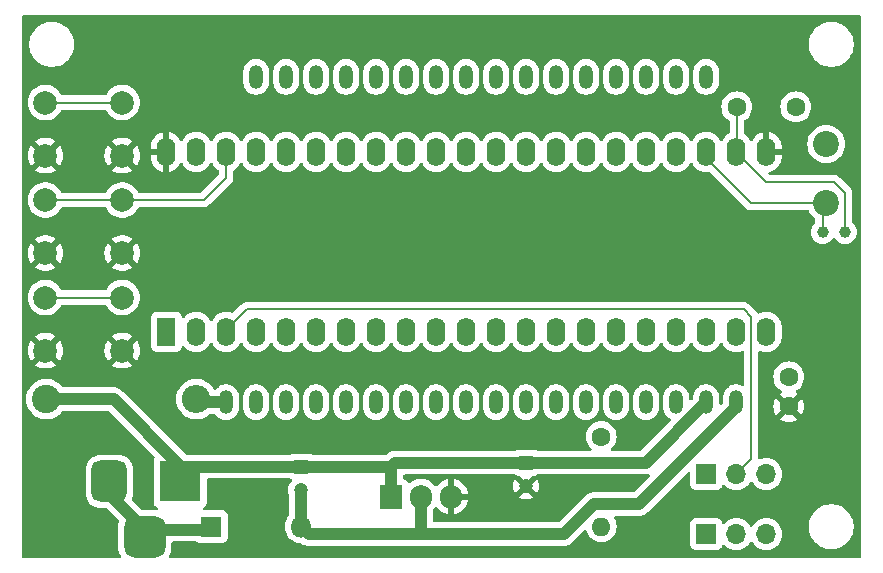
<source format=gtl>
G04 #@! TF.GenerationSoftware,KiCad,Pcbnew,8.0.8-8.0.8-0~ubuntu22.04.1*
G04 #@! TF.CreationDate,2025-01-22T21:02:32+09:00*
G04 #@! TF.ProjectId,vfdclock,76666463-6c6f-4636-9b2e-6b696361645f,1.1*
G04 #@! TF.SameCoordinates,PX6bf4b80PY716cdd8*
G04 #@! TF.FileFunction,Copper,L1,Top*
G04 #@! TF.FilePolarity,Positive*
%FSLAX46Y46*%
G04 Gerber Fmt 4.6, Leading zero omitted, Abs format (unit mm)*
G04 Created by KiCad (PCBNEW 8.0.8-8.0.8-0~ubuntu22.04.1) date 2025-01-22 21:02:32*
%MOMM*%
%LPD*%
G01*
G04 APERTURE LIST*
G04 Aperture macros list*
%AMRoundRect*
0 Rectangle with rounded corners*
0 $1 Rounding radius*
0 $2 $3 $4 $5 $6 $7 $8 $9 X,Y pos of 4 corners*
0 Add a 4 corners polygon primitive as box body*
4,1,4,$2,$3,$4,$5,$6,$7,$8,$9,$2,$3,0*
0 Add four circle primitives for the rounded corners*
1,1,$1+$1,$2,$3*
1,1,$1+$1,$4,$5*
1,1,$1+$1,$6,$7*
1,1,$1+$1,$8,$9*
0 Add four rect primitives between the rounded corners*
20,1,$1+$1,$2,$3,$4,$5,0*
20,1,$1+$1,$4,$5,$6,$7,0*
20,1,$1+$1,$6,$7,$8,$9,0*
20,1,$1+$1,$8,$9,$2,$3,0*%
G04 Aperture macros list end*
G04 #@! TA.AperFunction,ComponentPad*
%ADD10R,1.800000X1.800000*%
G04 #@! TD*
G04 #@! TA.AperFunction,ComponentPad*
%ADD11O,1.800000X1.800000*%
G04 #@! TD*
G04 #@! TA.AperFunction,ComponentPad*
%ADD12C,2.000000*%
G04 #@! TD*
G04 #@! TA.AperFunction,ComponentPad*
%ADD13C,2.200000*%
G04 #@! TD*
G04 #@! TA.AperFunction,ComponentPad*
%ADD14C,1.000000*%
G04 #@! TD*
G04 #@! TA.AperFunction,ComponentPad*
%ADD15R,1.905000X2.000000*%
G04 #@! TD*
G04 #@! TA.AperFunction,ComponentPad*
%ADD16O,1.905000X2.000000*%
G04 #@! TD*
G04 #@! TA.AperFunction,ComponentPad*
%ADD17R,1.200000X1.200000*%
G04 #@! TD*
G04 #@! TA.AperFunction,ComponentPad*
%ADD18C,1.200000*%
G04 #@! TD*
G04 #@! TA.AperFunction,ComponentPad*
%ADD19R,1.600000X2.400000*%
G04 #@! TD*
G04 #@! TA.AperFunction,ComponentPad*
%ADD20O,1.600000X2.400000*%
G04 #@! TD*
G04 #@! TA.AperFunction,ComponentPad*
%ADD21R,1.700000X1.700000*%
G04 #@! TD*
G04 #@! TA.AperFunction,ComponentPad*
%ADD22O,1.700000X1.700000*%
G04 #@! TD*
G04 #@! TA.AperFunction,ComponentPad*
%ADD23C,1.600000*%
G04 #@! TD*
G04 #@! TA.AperFunction,ComponentPad*
%ADD24C,2.400000*%
G04 #@! TD*
G04 #@! TA.AperFunction,ComponentPad*
%ADD25O,2.400000X2.400000*%
G04 #@! TD*
G04 #@! TA.AperFunction,ComponentPad*
%ADD26R,3.500000X3.500000*%
G04 #@! TD*
G04 #@! TA.AperFunction,ComponentPad*
%ADD27RoundRect,0.750000X-0.750000X-1.000000X0.750000X-1.000000X0.750000X1.000000X-0.750000X1.000000X0*%
G04 #@! TD*
G04 #@! TA.AperFunction,ComponentPad*
%ADD28RoundRect,0.875000X-0.875000X-0.875000X0.875000X-0.875000X0.875000X0.875000X-0.875000X0.875000X0*%
G04 #@! TD*
G04 #@! TA.AperFunction,ComponentPad*
%ADD29O,1.200000X2.000000*%
G04 #@! TD*
G04 #@! TA.AperFunction,ComponentPad*
%ADD30O,1.600000X1.600000*%
G04 #@! TD*
G04 #@! TA.AperFunction,ViaPad*
%ADD31C,0.609600*%
G04 #@! TD*
G04 #@! TA.AperFunction,Conductor*
%ADD32C,0.200000*%
G04 #@! TD*
G04 #@! TA.AperFunction,Conductor*
%ADD33C,0.152400*%
G04 #@! TD*
G04 #@! TA.AperFunction,Conductor*
%ADD34C,1.000000*%
G04 #@! TD*
G04 APERTURE END LIST*
D10*
X16510000Y3175000D03*
D11*
X24130000Y3175000D03*
D12*
X2465000Y39080000D03*
X8965000Y39080000D03*
X2465000Y34580000D03*
X8965000Y34580000D03*
D13*
X68580000Y30560000D03*
X68580000Y35560000D03*
D14*
X68265000Y28110000D03*
X70165000Y28110000D03*
D15*
X31750000Y5715000D03*
D16*
X34290000Y5715000D03*
X36830000Y5715000D03*
D17*
X24130000Y8255000D03*
D18*
X24130000Y6255000D03*
D19*
X12700000Y19665000D03*
D20*
X15240000Y19665000D03*
X17780000Y19665000D03*
X20320000Y19665000D03*
X22860000Y19665000D03*
X25400000Y19665000D03*
X27940000Y19665000D03*
X30480000Y19665000D03*
X33020000Y19665000D03*
X35560000Y19665000D03*
X38100000Y19665000D03*
X40640000Y19665000D03*
X43180000Y19665000D03*
X45720000Y19665000D03*
X48260000Y19665000D03*
X50800000Y19665000D03*
X53340000Y19665000D03*
X55880000Y19665000D03*
X58420000Y19665000D03*
X60960000Y19665000D03*
X63500000Y19665000D03*
X63500000Y34905000D03*
X60960000Y34905000D03*
X58420000Y34905000D03*
X55880000Y34905000D03*
X53340000Y34905000D03*
X50800000Y34905000D03*
X48260000Y34905000D03*
X45720000Y34905000D03*
X43180000Y34905000D03*
X40640000Y34905000D03*
X38100000Y34905000D03*
X35560000Y34905000D03*
X33020000Y34905000D03*
X30480000Y34905000D03*
X27940000Y34905000D03*
X25400000Y34905000D03*
X22860000Y34905000D03*
X20320000Y34905000D03*
X17780000Y34905000D03*
X15240000Y34905000D03*
X12700000Y34905000D03*
D17*
X43180000Y8592599D03*
D18*
X43180000Y6592599D03*
D21*
X58420000Y7620000D03*
D22*
X60960000Y7620000D03*
X63500000Y7620000D03*
D12*
X2465000Y22570000D03*
X8965000Y22570000D03*
X2465000Y18070000D03*
X8965000Y18070000D03*
D23*
X65405000Y15855000D03*
X65405000Y13355000D03*
D24*
X2540000Y13970000D03*
D25*
X15240000Y13970000D03*
D23*
X61000000Y38715000D03*
X66000000Y38715000D03*
D26*
X13885000Y7000000D03*
D27*
X7885000Y7000000D03*
D28*
X10885000Y2300000D03*
D29*
X17780000Y13710000D03*
X20320000Y13710000D03*
X22860000Y13710000D03*
X25400000Y13710000D03*
X27940000Y13710000D03*
X30480000Y13710000D03*
X33020000Y13710000D03*
X35560000Y13710000D03*
X38100000Y13710000D03*
X40640000Y13710000D03*
X43180000Y13710000D03*
X45720000Y13710000D03*
X48260000Y13710000D03*
X50800000Y13710000D03*
X53340000Y13710000D03*
X55880000Y13710000D03*
X58420000Y13710000D03*
X60960000Y13710000D03*
X58420000Y41250000D03*
X55880000Y41250000D03*
X53340000Y41250000D03*
X50800000Y41250000D03*
X48260000Y41250000D03*
X45720000Y41250000D03*
X43180000Y41250000D03*
X40640000Y41250000D03*
X38100000Y41250000D03*
X35560000Y41250000D03*
X33020000Y41250000D03*
X30480000Y41250000D03*
X27940000Y41250000D03*
X25400000Y41250000D03*
X22860000Y41250000D03*
X20320000Y41250000D03*
D23*
X49530000Y10795000D03*
D30*
X49530000Y3175000D03*
D21*
X58420000Y2540000D03*
D22*
X60960000Y2540000D03*
X63500000Y2540000D03*
D12*
X2465000Y30825000D03*
X8965000Y30825000D03*
X2465000Y26325000D03*
X8965000Y26325000D03*
D31*
X68580000Y9525000D03*
X18500000Y27920000D03*
X55330000Y27920000D03*
X14605000Y41890000D03*
X37550000Y27920000D03*
D32*
X62215000Y30560000D02*
X62310000Y30560000D01*
X58420000Y34900000D02*
X58420000Y34355000D01*
X68580000Y30560000D02*
X62310000Y30560000D01*
X58420000Y34355000D02*
X62215000Y30560000D01*
X68265000Y28150000D02*
X68265000Y30245000D01*
X68265000Y30245000D02*
X68580000Y30560000D01*
X60960000Y34905000D02*
X63500000Y32365000D01*
X63500000Y32365000D02*
X69235000Y32365000D01*
X61000000Y38715000D02*
X61000000Y34945000D01*
D33*
X61000000Y34945000D02*
X60960000Y34905000D01*
D32*
X70165000Y31435000D02*
X70165000Y28150000D01*
X69235000Y32365000D02*
X70165000Y31435000D01*
D34*
X31750000Y5715000D02*
X31750000Y8255000D01*
X43180000Y8592599D02*
X32087599Y8592599D01*
X32087599Y8592599D02*
X31750000Y8255000D01*
X14832500Y8255000D02*
X24130000Y8255000D01*
X13885000Y8340000D02*
X13885000Y7615000D01*
X31750000Y8255000D02*
X24130000Y8255000D01*
X8255000Y13970000D02*
X13885000Y8340000D01*
X53302599Y8592599D02*
X58420000Y13710000D01*
X13885000Y7307500D02*
X14832500Y8255000D01*
X2540000Y13970000D02*
X8255000Y13970000D01*
X43180000Y8592599D02*
X53302599Y8592599D01*
D32*
X13885000Y7307500D02*
X13885000Y7615000D01*
D34*
X52705000Y5080000D02*
X60960000Y13335000D01*
X60960000Y13335000D02*
X60960000Y13710000D01*
X34290000Y2540000D02*
X34290000Y5715000D01*
X34290000Y2540000D02*
X46355000Y2540000D01*
X24765000Y2540000D02*
X34290000Y2540000D01*
X24130000Y6255000D02*
X24130000Y3175000D01*
X46355000Y2540000D02*
X48895000Y5080000D01*
X48895000Y5080000D02*
X52705000Y5080000D01*
X24130000Y3175000D02*
X24765000Y2540000D01*
X7885000Y7615000D02*
X7885000Y5915000D01*
X10885000Y2915000D02*
X16250000Y2915000D01*
X16250000Y2915000D02*
X16510000Y3175000D01*
X7885000Y5915000D02*
X10885000Y2915000D01*
X15500000Y13710000D02*
X17780000Y13710000D01*
X15240000Y13970000D02*
X15500000Y13710000D01*
D32*
X2465000Y39080000D02*
X8965000Y39080000D01*
X17780000Y32730000D02*
X15875000Y30825000D01*
X15875000Y30825000D02*
X2465000Y30825000D01*
X17780000Y34900000D02*
X17780000Y32730000D01*
X2465000Y22570000D02*
X8965000Y22570000D01*
X62230000Y20935000D02*
X62230000Y8890000D01*
X17780000Y19860000D02*
X19490000Y21570000D01*
X62230000Y8890000D02*
X60960000Y7620000D01*
X19490000Y21570000D02*
X61595000Y21570000D01*
X61595000Y21570000D02*
X62230000Y20935000D01*
G04 #@! TA.AperFunction,Conductor*
G36*
X71443039Y46480315D02*
G01*
X71488794Y46427511D01*
X71500000Y46376000D01*
X71500000Y624000D01*
X71480315Y556961D01*
X71427511Y511206D01*
X71376000Y500000D01*
X13028574Y500000D01*
X12961535Y519685D01*
X12915780Y572489D01*
X12905836Y641647D01*
X12921628Y686758D01*
X12928803Y698986D01*
X13005574Y829810D01*
X13088245Y1048874D01*
X13132705Y1278759D01*
X13135500Y1331378D01*
X13135500Y1790500D01*
X13155185Y1857539D01*
X13207989Y1903294D01*
X13259500Y1914500D01*
X15215128Y1914500D01*
X15282167Y1894815D01*
X15289438Y1889768D01*
X15367669Y1831204D01*
X15367670Y1831204D01*
X15367671Y1831203D01*
X15502517Y1780909D01*
X15502516Y1780909D01*
X15509444Y1780165D01*
X15562127Y1774500D01*
X17457872Y1774501D01*
X17517483Y1780909D01*
X17652331Y1831204D01*
X17767546Y1917454D01*
X17853796Y2032669D01*
X17904091Y2167517D01*
X17910500Y2227127D01*
X17910499Y4122872D01*
X17904091Y4182483D01*
X17900031Y4193368D01*
X17853797Y4317329D01*
X17853793Y4317336D01*
X17767547Y4432545D01*
X17767544Y4432548D01*
X17652335Y4518794D01*
X17652328Y4518798D01*
X17517482Y4569092D01*
X17517483Y4569092D01*
X17457883Y4575499D01*
X17457881Y4575500D01*
X17457873Y4575500D01*
X17457865Y4575500D01*
X15940654Y4575500D01*
X15873615Y4595185D01*
X15827860Y4647989D01*
X15817916Y4717147D01*
X15846941Y4780703D01*
X15870894Y4800002D01*
X15870231Y4800888D01*
X15950136Y4860707D01*
X15992546Y4892454D01*
X16078796Y5007669D01*
X16129091Y5142517D01*
X16135500Y5202127D01*
X16135499Y7130501D01*
X16155184Y7197539D01*
X16207987Y7243294D01*
X16259499Y7254500D01*
X23188561Y7254500D01*
X23255600Y7234815D01*
X23262872Y7229767D01*
X23287669Y7211204D01*
X23287671Y7211204D01*
X23295454Y7206953D01*
X23293755Y7203843D01*
X23336124Y7172173D01*
X23360588Y7106726D01*
X23345784Y7038442D01*
X23320452Y7006158D01*
X23313236Y6999581D01*
X23190327Y6836822D01*
X23099422Y6654261D01*
X23099417Y6654248D01*
X23043602Y6458083D01*
X23024785Y6255001D01*
X23024785Y6255000D01*
X23043602Y6051918D01*
X23099417Y5855753D01*
X23099424Y5855736D01*
X23116499Y5821446D01*
X23129500Y5766173D01*
X23129500Y4204379D01*
X23109815Y4137340D01*
X23096730Y4120397D01*
X23021022Y4038156D01*
X23021020Y4038154D01*
X22894075Y3843849D01*
X22800842Y3631301D01*
X22743866Y3406309D01*
X22743864Y3406298D01*
X22724700Y3175007D01*
X22724700Y3174994D01*
X22743864Y2943703D01*
X22743866Y2943692D01*
X22800842Y2718700D01*
X22894075Y2506152D01*
X23021016Y2311853D01*
X23021019Y2311849D01*
X23021021Y2311847D01*
X23178216Y2141087D01*
X23178219Y2141085D01*
X23178222Y2141082D01*
X23361365Y1998536D01*
X23361371Y1998532D01*
X23361374Y1998530D01*
X23507928Y1919219D01*
X23552059Y1895336D01*
X23565497Y1888064D01*
X23664262Y1854158D01*
X23785015Y1812703D01*
X23785017Y1812703D01*
X23785019Y1812702D01*
X24013951Y1774500D01*
X24072183Y1774500D01*
X24139222Y1754815D01*
X24141074Y1753602D01*
X24291079Y1653372D01*
X24291088Y1653367D01*
X24318224Y1642127D01*
X24473165Y1577948D01*
X24666455Y1539500D01*
X24666458Y1539499D01*
X24666460Y1539499D01*
X24869655Y1539499D01*
X24869675Y1539500D01*
X46453542Y1539500D01*
X46472870Y1543345D01*
X46550188Y1558725D01*
X46646836Y1577949D01*
X46700165Y1600039D01*
X46828914Y1653368D01*
X46992782Y1762861D01*
X47132139Y1902218D01*
X47132139Y1902220D01*
X47142347Y1912427D01*
X47142348Y1912430D01*
X48078523Y2848604D01*
X48139842Y2882086D01*
X48209534Y2877102D01*
X48265467Y2835230D01*
X48285975Y2793014D01*
X48303259Y2728510D01*
X48303261Y2728503D01*
X48399431Y2522268D01*
X48399432Y2522266D01*
X48529954Y2335859D01*
X48690858Y2174955D01*
X48690861Y2174953D01*
X48877266Y2044432D01*
X49083504Y1948261D01*
X49303308Y1889365D01*
X49465230Y1875199D01*
X49529998Y1869532D01*
X49530000Y1869532D01*
X49530002Y1869532D01*
X49586673Y1874491D01*
X49756692Y1889365D01*
X49976496Y1948261D01*
X50182734Y2044432D01*
X50369139Y2174953D01*
X50530047Y2335861D01*
X50660568Y2522266D01*
X50756739Y2728504D01*
X50815635Y2948308D01*
X50832634Y3142616D01*
X50835468Y3174999D01*
X50835468Y3175002D01*
X50824569Y3299576D01*
X50815635Y3401692D01*
X50805943Y3437865D01*
X57069500Y3437865D01*
X57069500Y1642130D01*
X57069501Y1642124D01*
X57075908Y1582517D01*
X57126202Y1447672D01*
X57126206Y1447665D01*
X57212452Y1332456D01*
X57212455Y1332453D01*
X57327664Y1246207D01*
X57327671Y1246203D01*
X57462517Y1195909D01*
X57462516Y1195909D01*
X57469444Y1195165D01*
X57522127Y1189500D01*
X59317872Y1189501D01*
X59377483Y1195909D01*
X59512331Y1246204D01*
X59627546Y1332454D01*
X59713796Y1447669D01*
X59762810Y1579084D01*
X59804681Y1635016D01*
X59870145Y1659434D01*
X59938418Y1644583D01*
X59966673Y1623431D01*
X60088599Y1501505D01*
X60185384Y1433735D01*
X60282165Y1365968D01*
X60282167Y1365967D01*
X60282170Y1365965D01*
X60496337Y1266097D01*
X60724592Y1204937D01*
X60901034Y1189500D01*
X60959999Y1184341D01*
X60960000Y1184341D01*
X60960001Y1184341D01*
X61018966Y1189500D01*
X61195408Y1204937D01*
X61423663Y1266097D01*
X61637830Y1365965D01*
X61831401Y1501505D01*
X61998495Y1668599D01*
X62128425Y1854158D01*
X62183002Y1897783D01*
X62252500Y1904977D01*
X62314855Y1873454D01*
X62331575Y1854158D01*
X62461500Y1668605D01*
X62461505Y1668599D01*
X62628599Y1501505D01*
X62725384Y1433735D01*
X62822165Y1365968D01*
X62822167Y1365967D01*
X62822170Y1365965D01*
X63036337Y1266097D01*
X63264592Y1204937D01*
X63441034Y1189500D01*
X63499999Y1184341D01*
X63500000Y1184341D01*
X63500001Y1184341D01*
X63558966Y1189500D01*
X63735408Y1204937D01*
X63963663Y1266097D01*
X64177830Y1365965D01*
X64371401Y1501505D01*
X64538495Y1668599D01*
X64674035Y1862170D01*
X64773903Y2076337D01*
X64835063Y2304592D01*
X64855659Y2540000D01*
X64835063Y2775408D01*
X64773903Y3003663D01*
X64674035Y3217829D01*
X64668425Y3225842D01*
X64616808Y3299559D01*
X67099500Y3299559D01*
X67099500Y3050442D01*
X67099501Y3050425D01*
X67132017Y2803439D01*
X67196498Y2562793D01*
X67291830Y2332639D01*
X67291837Y2332624D01*
X67416400Y2116874D01*
X67568060Y1919226D01*
X67568066Y1919219D01*
X67744218Y1743067D01*
X67744225Y1743061D01*
X67941873Y1591401D01*
X68157623Y1466838D01*
X68157638Y1466831D01*
X68256825Y1425747D01*
X68387793Y1371498D01*
X68628435Y1307018D01*
X68875435Y1274500D01*
X68875442Y1274500D01*
X69124558Y1274500D01*
X69124565Y1274500D01*
X69371565Y1307018D01*
X69612207Y1371498D01*
X69842373Y1466836D01*
X70058127Y1591401D01*
X70255776Y1743062D01*
X70431938Y1919224D01*
X70583599Y2116873D01*
X70708164Y2332627D01*
X70803502Y2562793D01*
X70867982Y2803435D01*
X70900500Y3050435D01*
X70900500Y3299565D01*
X70867982Y3546565D01*
X70803502Y3787207D01*
X70745720Y3926706D01*
X70708169Y4017362D01*
X70708162Y4017377D01*
X70583599Y4233127D01*
X70431939Y4430775D01*
X70431933Y4430782D01*
X70255781Y4606934D01*
X70255774Y4606940D01*
X70058126Y4758600D01*
X69842376Y4883163D01*
X69842361Y4883170D01*
X69612207Y4978502D01*
X69503369Y5007665D01*
X69371565Y5042982D01*
X69371564Y5042983D01*
X69371561Y5042983D01*
X69124575Y5075499D01*
X69124570Y5075500D01*
X69124565Y5075500D01*
X68875435Y5075500D01*
X68875429Y5075500D01*
X68875424Y5075499D01*
X68628438Y5042983D01*
X68387792Y4978502D01*
X68157638Y4883170D01*
X68157623Y4883163D01*
X67941873Y4758600D01*
X67744225Y4606940D01*
X67744218Y4606934D01*
X67568066Y4430782D01*
X67568060Y4430775D01*
X67416400Y4233127D01*
X67291837Y4017377D01*
X67291830Y4017362D01*
X67196498Y3787208D01*
X67132017Y3546562D01*
X67099501Y3299576D01*
X67099500Y3299559D01*
X64616808Y3299559D01*
X64538494Y3411403D01*
X64371402Y3578494D01*
X64371395Y3578499D01*
X64177834Y3714033D01*
X64177830Y3714035D01*
X64168868Y3718214D01*
X63963663Y3813903D01*
X63963659Y3813904D01*
X63963655Y3813906D01*
X63735413Y3875062D01*
X63735403Y3875064D01*
X63500001Y3895659D01*
X63499999Y3895659D01*
X63264596Y3875064D01*
X63264586Y3875062D01*
X63036344Y3813906D01*
X63036335Y3813902D01*
X62822171Y3714036D01*
X62822169Y3714035D01*
X62628597Y3578495D01*
X62461505Y3411403D01*
X62331575Y3225842D01*
X62276998Y3182217D01*
X62207500Y3175023D01*
X62145145Y3206546D01*
X62128425Y3225842D01*
X61998494Y3411403D01*
X61831402Y3578494D01*
X61831395Y3578499D01*
X61637834Y3714033D01*
X61637830Y3714035D01*
X61628868Y3718214D01*
X61423663Y3813903D01*
X61423659Y3813904D01*
X61423655Y3813906D01*
X61195413Y3875062D01*
X61195403Y3875064D01*
X60960001Y3895659D01*
X60959999Y3895659D01*
X60724596Y3875064D01*
X60724586Y3875062D01*
X60496344Y3813906D01*
X60496335Y3813902D01*
X60282171Y3714036D01*
X60282169Y3714035D01*
X60088600Y3578497D01*
X59966673Y3456570D01*
X59905350Y3423086D01*
X59835658Y3428070D01*
X59779725Y3469942D01*
X59762810Y3500919D01*
X59713797Y3632329D01*
X59713793Y3632336D01*
X59627547Y3747545D01*
X59627544Y3747548D01*
X59512335Y3833794D01*
X59512328Y3833798D01*
X59377482Y3884092D01*
X59377483Y3884092D01*
X59317883Y3890499D01*
X59317881Y3890500D01*
X59317873Y3890500D01*
X59317864Y3890500D01*
X57522129Y3890500D01*
X57522123Y3890499D01*
X57462516Y3884092D01*
X57327671Y3833798D01*
X57327664Y3833794D01*
X57212455Y3747548D01*
X57212452Y3747545D01*
X57126206Y3632336D01*
X57126202Y3632329D01*
X57075908Y3497483D01*
X57069501Y3437884D01*
X57069500Y3437865D01*
X50805943Y3437865D01*
X50768261Y3578495D01*
X50756741Y3621489D01*
X50756738Y3621498D01*
X50751687Y3632329D01*
X50660568Y3827734D01*
X50620905Y3884379D01*
X50598579Y3950583D01*
X50615589Y4018350D01*
X50666537Y4066163D01*
X50722481Y4079500D01*
X52803542Y4079500D01*
X52822870Y4083345D01*
X52900188Y4098725D01*
X52996836Y4117949D01*
X53050165Y4140039D01*
X53178914Y4193368D01*
X53342782Y4302861D01*
X53482139Y4442218D01*
X53482140Y4442221D01*
X53489206Y4449286D01*
X53489209Y4449290D01*
X56857821Y7817903D01*
X56919142Y7851386D01*
X56988834Y7846402D01*
X57044767Y7804530D01*
X57069184Y7739066D01*
X57069500Y7730220D01*
X57069500Y6722130D01*
X57069501Y6722124D01*
X57075908Y6662517D01*
X57126202Y6527672D01*
X57126206Y6527665D01*
X57212452Y6412456D01*
X57212455Y6412453D01*
X57327664Y6326207D01*
X57327671Y6326203D01*
X57462517Y6275909D01*
X57462516Y6275909D01*
X57469444Y6275165D01*
X57522127Y6269500D01*
X59317872Y6269501D01*
X59377483Y6275909D01*
X59512331Y6326204D01*
X59627546Y6412454D01*
X59713796Y6527669D01*
X59762810Y6659084D01*
X59804681Y6715016D01*
X59870145Y6739434D01*
X59938418Y6724583D01*
X59966673Y6703431D01*
X60088599Y6581505D01*
X60170670Y6524038D01*
X60282165Y6445968D01*
X60282167Y6445967D01*
X60282170Y6445965D01*
X60496337Y6346097D01*
X60724592Y6284937D01*
X60901034Y6269500D01*
X60959999Y6264341D01*
X60960000Y6264341D01*
X60960001Y6264341D01*
X61018966Y6269500D01*
X61195408Y6284937D01*
X61423663Y6346097D01*
X61637830Y6445965D01*
X61831401Y6581505D01*
X61998495Y6748599D01*
X62128425Y6934158D01*
X62183002Y6977783D01*
X62252500Y6984977D01*
X62314855Y6953454D01*
X62331575Y6934158D01*
X62461500Y6748605D01*
X62461505Y6748599D01*
X62628599Y6581505D01*
X62710670Y6524038D01*
X62822165Y6445968D01*
X62822167Y6445967D01*
X62822170Y6445965D01*
X63036337Y6346097D01*
X63264592Y6284937D01*
X63441034Y6269500D01*
X63499999Y6264341D01*
X63500000Y6264341D01*
X63500001Y6264341D01*
X63558966Y6269500D01*
X63735408Y6284937D01*
X63963663Y6346097D01*
X64177830Y6445965D01*
X64371401Y6581505D01*
X64538495Y6748599D01*
X64674035Y6942170D01*
X64773903Y7156337D01*
X64835063Y7384592D01*
X64855659Y7620000D01*
X64852803Y7652638D01*
X64838558Y7815460D01*
X64835063Y7855408D01*
X64779114Y8064216D01*
X64773905Y8083656D01*
X64773904Y8083657D01*
X64773903Y8083663D01*
X64674035Y8297829D01*
X64592214Y8414683D01*
X64538494Y8491403D01*
X64371402Y8658494D01*
X64371395Y8658499D01*
X64177834Y8794033D01*
X64177830Y8794035D01*
X64155075Y8804646D01*
X63963663Y8893903D01*
X63963659Y8893904D01*
X63963655Y8893906D01*
X63735413Y8955062D01*
X63735403Y8955064D01*
X63500001Y8975659D01*
X63499999Y8975659D01*
X63264596Y8955064D01*
X63264586Y8955062D01*
X63036344Y8893906D01*
X63036335Y8893902D01*
X63006903Y8880178D01*
X62937826Y8869687D01*
X62874042Y8898208D01*
X62835803Y8956685D01*
X62830500Y8992561D01*
X62830500Y15855002D01*
X64099532Y15855002D01*
X64099532Y15854999D01*
X64119364Y15628314D01*
X64119366Y15628303D01*
X64178258Y15408512D01*
X64178261Y15408503D01*
X64274431Y15202268D01*
X64274432Y15202266D01*
X64404954Y15015859D01*
X64565858Y14854955D01*
X64565861Y14854953D01*
X64752266Y14724432D01*
X64767975Y14717107D01*
X64820414Y14670936D01*
X64839567Y14603743D01*
X64819352Y14536862D01*
X64767979Y14492344D01*
X64752514Y14485133D01*
X64752512Y14485132D01*
X64679526Y14434027D01*
X64679526Y14434026D01*
X65358553Y13755000D01*
X65352339Y13755000D01*
X65250606Y13727741D01*
X65159394Y13675080D01*
X65084920Y13600606D01*
X65032259Y13509394D01*
X65005000Y13407661D01*
X65005000Y13401448D01*
X64325974Y14080474D01*
X64325973Y14080474D01*
X64274868Y14007488D01*
X64274866Y14007484D01*
X64178734Y13801327D01*
X64178730Y13801318D01*
X64119860Y13581611D01*
X64119858Y13581600D01*
X64100034Y13355003D01*
X64100034Y13354998D01*
X64119858Y13128401D01*
X64119860Y13128390D01*
X64178730Y12908683D01*
X64178735Y12908669D01*
X64274863Y12702522D01*
X64325974Y12629528D01*
X65005000Y13308554D01*
X65005000Y13302339D01*
X65032259Y13200606D01*
X65084920Y13109394D01*
X65159394Y13034920D01*
X65250606Y12982259D01*
X65352339Y12955000D01*
X65358553Y12955000D01*
X64679526Y12275975D01*
X64752513Y12224868D01*
X64752521Y12224864D01*
X64958668Y12128736D01*
X64958682Y12128731D01*
X65178389Y12069861D01*
X65178400Y12069859D01*
X65404998Y12050034D01*
X65405002Y12050034D01*
X65631599Y12069859D01*
X65631610Y12069861D01*
X65851317Y12128731D01*
X65851331Y12128736D01*
X66057478Y12224864D01*
X66130471Y12275976D01*
X65451447Y12955000D01*
X65457661Y12955000D01*
X65559394Y12982259D01*
X65650606Y13034920D01*
X65725080Y13109394D01*
X65777741Y13200606D01*
X65805000Y13302339D01*
X65805000Y13308553D01*
X66484024Y12629529D01*
X66535136Y12702522D01*
X66631264Y12908669D01*
X66631269Y12908683D01*
X66690139Y13128390D01*
X66690141Y13128401D01*
X66709966Y13354998D01*
X66709966Y13355003D01*
X66690141Y13581600D01*
X66690139Y13581611D01*
X66631269Y13801318D01*
X66631264Y13801332D01*
X66535136Y14007479D01*
X66535132Y14007487D01*
X66484025Y14080474D01*
X65805000Y13401449D01*
X65805000Y13407661D01*
X65777741Y13509394D01*
X65725080Y13600606D01*
X65650606Y13675080D01*
X65559394Y13727741D01*
X65457661Y13755000D01*
X65451445Y13755000D01*
X66130472Y14434026D01*
X66057480Y14485136D01*
X66042024Y14492343D01*
X65989585Y14538516D01*
X65970433Y14605710D01*
X65990649Y14672591D01*
X66042023Y14717107D01*
X66057734Y14724432D01*
X66244139Y14854953D01*
X66405047Y15015861D01*
X66535568Y15202266D01*
X66631739Y15408504D01*
X66690635Y15628308D01*
X66710468Y15855000D01*
X66690635Y16081692D01*
X66631739Y16301496D01*
X66535568Y16507734D01*
X66405047Y16694139D01*
X66405045Y16694142D01*
X66244141Y16855046D01*
X66057734Y16985568D01*
X66057732Y16985569D01*
X65851497Y17081739D01*
X65851488Y17081742D01*
X65631697Y17140634D01*
X65631693Y17140635D01*
X65631692Y17140635D01*
X65631691Y17140636D01*
X65631686Y17140636D01*
X65405002Y17160468D01*
X65404998Y17160468D01*
X65178313Y17140636D01*
X65178302Y17140634D01*
X64958511Y17081742D01*
X64958502Y17081739D01*
X64752267Y16985569D01*
X64752265Y16985568D01*
X64565858Y16855046D01*
X64404954Y16694142D01*
X64274432Y16507735D01*
X64274431Y16507733D01*
X64178261Y16301498D01*
X64178258Y16301489D01*
X64119366Y16081698D01*
X64119364Y16081687D01*
X64099532Y15855002D01*
X62830500Y15855002D01*
X62830500Y17944734D01*
X62850185Y18011773D01*
X62902989Y18057528D01*
X62972147Y18067472D01*
X62996029Y18060920D01*
X62996148Y18061286D01*
X63000777Y18059782D01*
X63000781Y18059780D01*
X63119506Y18021204D01*
X63195465Y17996523D01*
X63296557Y17980512D01*
X63397648Y17964500D01*
X63397649Y17964500D01*
X63602351Y17964500D01*
X63602352Y17964500D01*
X63804534Y17996523D01*
X63999219Y18059780D01*
X64181610Y18152713D01*
X64277901Y18222672D01*
X64347213Y18273029D01*
X64347215Y18273032D01*
X64347219Y18273034D01*
X64491966Y18417781D01*
X64491968Y18417785D01*
X64491971Y18417787D01*
X64559046Y18510110D01*
X64612287Y18583390D01*
X64705220Y18765781D01*
X64768477Y18960466D01*
X64800500Y19162648D01*
X64800500Y20167352D01*
X64768477Y20369534D01*
X64705220Y20564219D01*
X64705218Y20564222D01*
X64705218Y20564224D01*
X64659515Y20653920D01*
X64612287Y20746610D01*
X64604556Y20757251D01*
X64491971Y20912214D01*
X64347213Y21056972D01*
X64181613Y21177285D01*
X64181612Y21177286D01*
X64181610Y21177287D01*
X64103712Y21216978D01*
X63999223Y21270219D01*
X63804534Y21333478D01*
X63629995Y21361122D01*
X63602352Y21365500D01*
X63397648Y21365500D01*
X63373329Y21361649D01*
X63195465Y21333478D01*
X63043759Y21284185D01*
X63000781Y21270220D01*
X63000778Y21270219D01*
X63000776Y21270218D01*
X62896287Y21216978D01*
X62827617Y21204082D01*
X62762877Y21230358D01*
X62732605Y21265462D01*
X62710520Y21303716D01*
X62082589Y21931646D01*
X62082588Y21931648D01*
X61963717Y22050519D01*
X61963716Y22050520D01*
X61876904Y22100640D01*
X61876904Y22100641D01*
X61876900Y22100642D01*
X61826785Y22129577D01*
X61674057Y22170501D01*
X61515943Y22170501D01*
X61508347Y22170501D01*
X61508331Y22170500D01*
X19569057Y22170500D01*
X19410942Y22170500D01*
X19258215Y22129577D01*
X19258214Y22129577D01*
X19258212Y22129576D01*
X19258209Y22129575D01*
X19208096Y22100641D01*
X19208095Y22100640D01*
X19164689Y22075580D01*
X19121285Y22050521D01*
X19121282Y22050519D01*
X19009478Y21938714D01*
X18379568Y21308805D01*
X18318245Y21275320D01*
X18253569Y21278555D01*
X18084537Y21333477D01*
X17922810Y21359092D01*
X17882352Y21365500D01*
X17677648Y21365500D01*
X17653329Y21361649D01*
X17475465Y21333478D01*
X17280776Y21270219D01*
X17098386Y21177285D01*
X16932786Y21056972D01*
X16788028Y20912214D01*
X16667715Y20746614D01*
X16620485Y20653920D01*
X16572510Y20603124D01*
X16504689Y20586329D01*
X16438554Y20608866D01*
X16399515Y20653920D01*
X16398883Y20655160D01*
X16352287Y20746610D01*
X16344556Y20757251D01*
X16231971Y20912214D01*
X16087213Y21056972D01*
X15921613Y21177285D01*
X15921612Y21177286D01*
X15921610Y21177287D01*
X15843712Y21216978D01*
X15739223Y21270219D01*
X15544534Y21333478D01*
X15369995Y21361122D01*
X15342352Y21365500D01*
X15137648Y21365500D01*
X15113329Y21361649D01*
X14935465Y21333478D01*
X14740776Y21270219D01*
X14558386Y21177285D01*
X14392786Y21056972D01*
X14248032Y20912218D01*
X14221668Y20875930D01*
X14166338Y20833265D01*
X14096724Y20827286D01*
X14034929Y20859892D01*
X14000572Y20920731D01*
X13998060Y20935562D01*
X13997640Y20939467D01*
X13994091Y20972483D01*
X13943796Y21107331D01*
X13943795Y21107332D01*
X13943793Y21107336D01*
X13857547Y21222545D01*
X13857544Y21222548D01*
X13742335Y21308794D01*
X13742328Y21308798D01*
X13607482Y21359092D01*
X13607483Y21359092D01*
X13547883Y21365499D01*
X13547881Y21365500D01*
X13547873Y21365500D01*
X13547864Y21365500D01*
X11852129Y21365500D01*
X11852123Y21365499D01*
X11792516Y21359092D01*
X11657671Y21308798D01*
X11657664Y21308794D01*
X11542455Y21222548D01*
X11542452Y21222545D01*
X11456206Y21107336D01*
X11456202Y21107329D01*
X11405908Y20972483D01*
X11399501Y20912884D01*
X11399500Y20912865D01*
X11399500Y18417130D01*
X11399501Y18417124D01*
X11405908Y18357517D01*
X11456202Y18222672D01*
X11456206Y18222665D01*
X11542452Y18107456D01*
X11542455Y18107453D01*
X11657664Y18021207D01*
X11657671Y18021203D01*
X11792517Y17970909D01*
X11792516Y17970909D01*
X11799444Y17970165D01*
X11852127Y17964500D01*
X13547872Y17964501D01*
X13607483Y17970909D01*
X13742331Y18021204D01*
X13857546Y18107454D01*
X13943796Y18222669D01*
X13994091Y18357517D01*
X13998061Y18394444D01*
X14024796Y18458989D01*
X14082188Y18498839D01*
X14152013Y18501334D01*
X14212102Y18465683D01*
X14221667Y18454071D01*
X14248032Y18417783D01*
X14392786Y18273029D01*
X14547749Y18160444D01*
X14558390Y18152713D01*
X14647212Y18107456D01*
X14740776Y18059782D01*
X14740778Y18059782D01*
X14740781Y18059780D01*
X14815535Y18035491D01*
X14935465Y17996523D01*
X15036557Y17980512D01*
X15137648Y17964500D01*
X15137649Y17964500D01*
X15342351Y17964500D01*
X15342352Y17964500D01*
X15544534Y17996523D01*
X15739219Y18059780D01*
X15921610Y18152713D01*
X16017901Y18222672D01*
X16087213Y18273029D01*
X16087215Y18273032D01*
X16087219Y18273034D01*
X16231966Y18417781D01*
X16231968Y18417785D01*
X16231971Y18417787D01*
X16352284Y18583386D01*
X16352285Y18583387D01*
X16352287Y18583390D01*
X16399516Y18676083D01*
X16447489Y18726877D01*
X16515310Y18743672D01*
X16581445Y18721135D01*
X16620485Y18676081D01*
X16667715Y18583386D01*
X16788028Y18417787D01*
X16932786Y18273029D01*
X17087749Y18160444D01*
X17098390Y18152713D01*
X17187212Y18107456D01*
X17280776Y18059782D01*
X17280778Y18059782D01*
X17280781Y18059780D01*
X17355535Y18035491D01*
X17475465Y17996523D01*
X17576557Y17980512D01*
X17677648Y17964500D01*
X17677649Y17964500D01*
X17882351Y17964500D01*
X17882352Y17964500D01*
X18084534Y17996523D01*
X18279219Y18059780D01*
X18461610Y18152713D01*
X18557901Y18222672D01*
X18627213Y18273029D01*
X18627215Y18273032D01*
X18627219Y18273034D01*
X18771966Y18417781D01*
X18771968Y18417785D01*
X18771971Y18417787D01*
X18892284Y18583386D01*
X18892285Y18583387D01*
X18892287Y18583390D01*
X18939516Y18676083D01*
X18987489Y18726877D01*
X19055310Y18743672D01*
X19121445Y18721135D01*
X19160485Y18676081D01*
X19207715Y18583386D01*
X19328028Y18417787D01*
X19472786Y18273029D01*
X19627749Y18160444D01*
X19638390Y18152713D01*
X19727212Y18107456D01*
X19820776Y18059782D01*
X19820778Y18059782D01*
X19820781Y18059780D01*
X19895535Y18035491D01*
X20015465Y17996523D01*
X20116557Y17980512D01*
X20217648Y17964500D01*
X20217649Y17964500D01*
X20422351Y17964500D01*
X20422352Y17964500D01*
X20624534Y17996523D01*
X20819219Y18059780D01*
X21001610Y18152713D01*
X21097901Y18222672D01*
X21167213Y18273029D01*
X21167215Y18273032D01*
X21167219Y18273034D01*
X21311966Y18417781D01*
X21311968Y18417785D01*
X21311971Y18417787D01*
X21432284Y18583386D01*
X21432285Y18583387D01*
X21432287Y18583390D01*
X21479516Y18676083D01*
X21527489Y18726877D01*
X21595310Y18743672D01*
X21661445Y18721135D01*
X21700485Y18676081D01*
X21747715Y18583386D01*
X21868028Y18417787D01*
X22012786Y18273029D01*
X22167749Y18160444D01*
X22178390Y18152713D01*
X22267212Y18107456D01*
X22360776Y18059782D01*
X22360778Y18059782D01*
X22360781Y18059780D01*
X22435535Y18035491D01*
X22555465Y17996523D01*
X22656557Y17980512D01*
X22757648Y17964500D01*
X22757649Y17964500D01*
X22962351Y17964500D01*
X22962352Y17964500D01*
X23164534Y17996523D01*
X23359219Y18059780D01*
X23541610Y18152713D01*
X23637901Y18222672D01*
X23707213Y18273029D01*
X23707215Y18273032D01*
X23707219Y18273034D01*
X23851966Y18417781D01*
X23851968Y18417785D01*
X23851971Y18417787D01*
X23972284Y18583386D01*
X23972285Y18583387D01*
X23972287Y18583390D01*
X24019516Y18676083D01*
X24067489Y18726877D01*
X24135310Y18743672D01*
X24201445Y18721135D01*
X24240485Y18676081D01*
X24287715Y18583386D01*
X24408028Y18417787D01*
X24552786Y18273029D01*
X24707749Y18160444D01*
X24718390Y18152713D01*
X24807212Y18107456D01*
X24900776Y18059782D01*
X24900778Y18059782D01*
X24900781Y18059780D01*
X24975535Y18035491D01*
X25095465Y17996523D01*
X25196557Y17980512D01*
X25297648Y17964500D01*
X25297649Y17964500D01*
X25502351Y17964500D01*
X25502352Y17964500D01*
X25704534Y17996523D01*
X25899219Y18059780D01*
X26081610Y18152713D01*
X26177901Y18222672D01*
X26247213Y18273029D01*
X26247215Y18273032D01*
X26247219Y18273034D01*
X26391966Y18417781D01*
X26391968Y18417785D01*
X26391971Y18417787D01*
X26512284Y18583386D01*
X26512285Y18583387D01*
X26512287Y18583390D01*
X26559516Y18676083D01*
X26607489Y18726877D01*
X26675310Y18743672D01*
X26741445Y18721135D01*
X26780485Y18676081D01*
X26827715Y18583386D01*
X26948028Y18417787D01*
X27092786Y18273029D01*
X27247749Y18160444D01*
X27258390Y18152713D01*
X27347212Y18107456D01*
X27440776Y18059782D01*
X27440778Y18059782D01*
X27440781Y18059780D01*
X27515535Y18035491D01*
X27635465Y17996523D01*
X27736557Y17980512D01*
X27837648Y17964500D01*
X27837649Y17964500D01*
X28042351Y17964500D01*
X28042352Y17964500D01*
X28244534Y17996523D01*
X28439219Y18059780D01*
X28621610Y18152713D01*
X28717901Y18222672D01*
X28787213Y18273029D01*
X28787215Y18273032D01*
X28787219Y18273034D01*
X28931966Y18417781D01*
X28931968Y18417785D01*
X28931971Y18417787D01*
X29052284Y18583386D01*
X29052285Y18583387D01*
X29052287Y18583390D01*
X29099516Y18676083D01*
X29147489Y18726877D01*
X29215310Y18743672D01*
X29281445Y18721135D01*
X29320485Y18676081D01*
X29367715Y18583386D01*
X29488028Y18417787D01*
X29632786Y18273029D01*
X29787749Y18160444D01*
X29798390Y18152713D01*
X29887212Y18107456D01*
X29980776Y18059782D01*
X29980778Y18059782D01*
X29980781Y18059780D01*
X30055535Y18035491D01*
X30175465Y17996523D01*
X30276557Y17980512D01*
X30377648Y17964500D01*
X30377649Y17964500D01*
X30582351Y17964500D01*
X30582352Y17964500D01*
X30784534Y17996523D01*
X30979219Y18059780D01*
X31161610Y18152713D01*
X31257901Y18222672D01*
X31327213Y18273029D01*
X31327215Y18273032D01*
X31327219Y18273034D01*
X31471966Y18417781D01*
X31471968Y18417785D01*
X31471971Y18417787D01*
X31592284Y18583386D01*
X31592285Y18583387D01*
X31592287Y18583390D01*
X31639516Y18676083D01*
X31687489Y18726877D01*
X31755310Y18743672D01*
X31821445Y18721135D01*
X31860485Y18676081D01*
X31907715Y18583386D01*
X32028028Y18417787D01*
X32172786Y18273029D01*
X32327749Y18160444D01*
X32338390Y18152713D01*
X32427212Y18107456D01*
X32520776Y18059782D01*
X32520778Y18059782D01*
X32520781Y18059780D01*
X32595535Y18035491D01*
X32715465Y17996523D01*
X32816557Y17980512D01*
X32917648Y17964500D01*
X32917649Y17964500D01*
X33122351Y17964500D01*
X33122352Y17964500D01*
X33324534Y17996523D01*
X33519219Y18059780D01*
X33701610Y18152713D01*
X33797901Y18222672D01*
X33867213Y18273029D01*
X33867215Y18273032D01*
X33867219Y18273034D01*
X34011966Y18417781D01*
X34011968Y18417785D01*
X34011971Y18417787D01*
X34132284Y18583386D01*
X34132285Y18583387D01*
X34132287Y18583390D01*
X34179516Y18676083D01*
X34227489Y18726877D01*
X34295310Y18743672D01*
X34361445Y18721135D01*
X34400485Y18676081D01*
X34447715Y18583386D01*
X34568028Y18417787D01*
X34712786Y18273029D01*
X34867749Y18160444D01*
X34878390Y18152713D01*
X34967212Y18107456D01*
X35060776Y18059782D01*
X35060778Y18059782D01*
X35060781Y18059780D01*
X35135535Y18035491D01*
X35255465Y17996523D01*
X35356557Y17980512D01*
X35457648Y17964500D01*
X35457649Y17964500D01*
X35662351Y17964500D01*
X35662352Y17964500D01*
X35864534Y17996523D01*
X36059219Y18059780D01*
X36241610Y18152713D01*
X36337901Y18222672D01*
X36407213Y18273029D01*
X36407215Y18273032D01*
X36407219Y18273034D01*
X36551966Y18417781D01*
X36551968Y18417785D01*
X36551971Y18417787D01*
X36672284Y18583386D01*
X36672285Y18583387D01*
X36672287Y18583390D01*
X36719516Y18676083D01*
X36767489Y18726877D01*
X36835310Y18743672D01*
X36901445Y18721135D01*
X36940485Y18676081D01*
X36987715Y18583386D01*
X37108028Y18417787D01*
X37252786Y18273029D01*
X37407749Y18160444D01*
X37418390Y18152713D01*
X37507212Y18107456D01*
X37600776Y18059782D01*
X37600778Y18059782D01*
X37600781Y18059780D01*
X37675535Y18035491D01*
X37795465Y17996523D01*
X37896557Y17980512D01*
X37997648Y17964500D01*
X37997649Y17964500D01*
X38202351Y17964500D01*
X38202352Y17964500D01*
X38404534Y17996523D01*
X38599219Y18059780D01*
X38781610Y18152713D01*
X38877901Y18222672D01*
X38947213Y18273029D01*
X38947215Y18273032D01*
X38947219Y18273034D01*
X39091966Y18417781D01*
X39091968Y18417785D01*
X39091971Y18417787D01*
X39212284Y18583386D01*
X39212285Y18583387D01*
X39212287Y18583390D01*
X39259516Y18676083D01*
X39307489Y18726877D01*
X39375310Y18743672D01*
X39441445Y18721135D01*
X39480485Y18676081D01*
X39527715Y18583386D01*
X39648028Y18417787D01*
X39792786Y18273029D01*
X39947749Y18160444D01*
X39958390Y18152713D01*
X40047212Y18107456D01*
X40140776Y18059782D01*
X40140778Y18059782D01*
X40140781Y18059780D01*
X40215535Y18035491D01*
X40335465Y17996523D01*
X40436557Y17980512D01*
X40537648Y17964500D01*
X40537649Y17964500D01*
X40742351Y17964500D01*
X40742352Y17964500D01*
X40944534Y17996523D01*
X41139219Y18059780D01*
X41321610Y18152713D01*
X41417901Y18222672D01*
X41487213Y18273029D01*
X41487215Y18273032D01*
X41487219Y18273034D01*
X41631966Y18417781D01*
X41631968Y18417785D01*
X41631971Y18417787D01*
X41752284Y18583386D01*
X41752285Y18583387D01*
X41752287Y18583390D01*
X41799516Y18676083D01*
X41847489Y18726877D01*
X41915310Y18743672D01*
X41981445Y18721135D01*
X42020485Y18676081D01*
X42067715Y18583386D01*
X42188028Y18417787D01*
X42332786Y18273029D01*
X42487749Y18160444D01*
X42498390Y18152713D01*
X42587212Y18107456D01*
X42680776Y18059782D01*
X42680778Y18059782D01*
X42680781Y18059780D01*
X42755535Y18035491D01*
X42875465Y17996523D01*
X42976557Y17980512D01*
X43077648Y17964500D01*
X43077649Y17964500D01*
X43282351Y17964500D01*
X43282352Y17964500D01*
X43484534Y17996523D01*
X43679219Y18059780D01*
X43861610Y18152713D01*
X43957901Y18222672D01*
X44027213Y18273029D01*
X44027215Y18273032D01*
X44027219Y18273034D01*
X44171966Y18417781D01*
X44171968Y18417785D01*
X44171971Y18417787D01*
X44292284Y18583386D01*
X44292285Y18583387D01*
X44292287Y18583390D01*
X44339516Y18676083D01*
X44387489Y18726877D01*
X44455310Y18743672D01*
X44521445Y18721135D01*
X44560485Y18676081D01*
X44607715Y18583386D01*
X44728028Y18417787D01*
X44872786Y18273029D01*
X45027749Y18160444D01*
X45038390Y18152713D01*
X45127212Y18107456D01*
X45220776Y18059782D01*
X45220778Y18059782D01*
X45220781Y18059780D01*
X45295535Y18035491D01*
X45415465Y17996523D01*
X45516557Y17980512D01*
X45617648Y17964500D01*
X45617649Y17964500D01*
X45822351Y17964500D01*
X45822352Y17964500D01*
X46024534Y17996523D01*
X46219219Y18059780D01*
X46401610Y18152713D01*
X46497901Y18222672D01*
X46567213Y18273029D01*
X46567215Y18273032D01*
X46567219Y18273034D01*
X46711966Y18417781D01*
X46711968Y18417785D01*
X46711971Y18417787D01*
X46832284Y18583386D01*
X46832285Y18583387D01*
X46832287Y18583390D01*
X46879516Y18676083D01*
X46927489Y18726877D01*
X46995310Y18743672D01*
X47061445Y18721135D01*
X47100485Y18676081D01*
X47147715Y18583386D01*
X47268028Y18417787D01*
X47412786Y18273029D01*
X47567749Y18160444D01*
X47578390Y18152713D01*
X47667212Y18107456D01*
X47760776Y18059782D01*
X47760778Y18059782D01*
X47760781Y18059780D01*
X47835535Y18035491D01*
X47955465Y17996523D01*
X48056557Y17980512D01*
X48157648Y17964500D01*
X48157649Y17964500D01*
X48362351Y17964500D01*
X48362352Y17964500D01*
X48564534Y17996523D01*
X48759219Y18059780D01*
X48941610Y18152713D01*
X49037901Y18222672D01*
X49107213Y18273029D01*
X49107215Y18273032D01*
X49107219Y18273034D01*
X49251966Y18417781D01*
X49251968Y18417785D01*
X49251971Y18417787D01*
X49372284Y18583386D01*
X49372285Y18583387D01*
X49372287Y18583390D01*
X49419516Y18676083D01*
X49467489Y18726877D01*
X49535310Y18743672D01*
X49601445Y18721135D01*
X49640485Y18676081D01*
X49687715Y18583386D01*
X49808028Y18417787D01*
X49952786Y18273029D01*
X50107749Y18160444D01*
X50118390Y18152713D01*
X50207212Y18107456D01*
X50300776Y18059782D01*
X50300778Y18059782D01*
X50300781Y18059780D01*
X50375535Y18035491D01*
X50495465Y17996523D01*
X50596557Y17980512D01*
X50697648Y17964500D01*
X50697649Y17964500D01*
X50902351Y17964500D01*
X50902352Y17964500D01*
X51104534Y17996523D01*
X51299219Y18059780D01*
X51481610Y18152713D01*
X51577901Y18222672D01*
X51647213Y18273029D01*
X51647215Y18273032D01*
X51647219Y18273034D01*
X51791966Y18417781D01*
X51791968Y18417785D01*
X51791971Y18417787D01*
X51912284Y18583386D01*
X51912285Y18583387D01*
X51912287Y18583390D01*
X51959516Y18676083D01*
X52007489Y18726877D01*
X52075310Y18743672D01*
X52141445Y18721135D01*
X52180485Y18676081D01*
X52227715Y18583386D01*
X52348028Y18417787D01*
X52492786Y18273029D01*
X52647749Y18160444D01*
X52658390Y18152713D01*
X52747212Y18107456D01*
X52840776Y18059782D01*
X52840778Y18059782D01*
X52840781Y18059780D01*
X52915535Y18035491D01*
X53035465Y17996523D01*
X53136557Y17980512D01*
X53237648Y17964500D01*
X53237649Y17964500D01*
X53442351Y17964500D01*
X53442352Y17964500D01*
X53644534Y17996523D01*
X53839219Y18059780D01*
X54021610Y18152713D01*
X54117901Y18222672D01*
X54187213Y18273029D01*
X54187215Y18273032D01*
X54187219Y18273034D01*
X54331966Y18417781D01*
X54331968Y18417785D01*
X54331971Y18417787D01*
X54452284Y18583386D01*
X54452285Y18583387D01*
X54452287Y18583390D01*
X54499516Y18676083D01*
X54547489Y18726877D01*
X54615310Y18743672D01*
X54681445Y18721135D01*
X54720485Y18676081D01*
X54767715Y18583386D01*
X54888028Y18417787D01*
X55032786Y18273029D01*
X55187749Y18160444D01*
X55198390Y18152713D01*
X55287212Y18107456D01*
X55380776Y18059782D01*
X55380778Y18059782D01*
X55380781Y18059780D01*
X55455535Y18035491D01*
X55575465Y17996523D01*
X55676557Y17980512D01*
X55777648Y17964500D01*
X55777649Y17964500D01*
X55982351Y17964500D01*
X55982352Y17964500D01*
X56184534Y17996523D01*
X56379219Y18059780D01*
X56561610Y18152713D01*
X56657901Y18222672D01*
X56727213Y18273029D01*
X56727215Y18273032D01*
X56727219Y18273034D01*
X56871966Y18417781D01*
X56871968Y18417785D01*
X56871971Y18417787D01*
X56992284Y18583386D01*
X56992285Y18583387D01*
X56992287Y18583390D01*
X57039516Y18676083D01*
X57087489Y18726877D01*
X57155310Y18743672D01*
X57221445Y18721135D01*
X57260485Y18676081D01*
X57307715Y18583386D01*
X57428028Y18417787D01*
X57572786Y18273029D01*
X57727749Y18160444D01*
X57738390Y18152713D01*
X57827212Y18107456D01*
X57920776Y18059782D01*
X57920778Y18059782D01*
X57920781Y18059780D01*
X57995535Y18035491D01*
X58115465Y17996523D01*
X58216557Y17980512D01*
X58317648Y17964500D01*
X58317649Y17964500D01*
X58522351Y17964500D01*
X58522352Y17964500D01*
X58724534Y17996523D01*
X58919219Y18059780D01*
X59101610Y18152713D01*
X59197901Y18222672D01*
X59267213Y18273029D01*
X59267215Y18273032D01*
X59267219Y18273034D01*
X59411966Y18417781D01*
X59411968Y18417785D01*
X59411971Y18417787D01*
X59532284Y18583386D01*
X59532285Y18583387D01*
X59532287Y18583390D01*
X59579516Y18676083D01*
X59627489Y18726877D01*
X59695310Y18743672D01*
X59761445Y18721135D01*
X59800485Y18676081D01*
X59847715Y18583386D01*
X59968028Y18417787D01*
X60112786Y18273029D01*
X60267749Y18160444D01*
X60278390Y18152713D01*
X60367212Y18107456D01*
X60460776Y18059782D01*
X60460778Y18059782D01*
X60460781Y18059780D01*
X60535535Y18035491D01*
X60655465Y17996523D01*
X60756557Y17980512D01*
X60857648Y17964500D01*
X60857649Y17964500D01*
X61062351Y17964500D01*
X61062352Y17964500D01*
X61264534Y17996523D01*
X61459219Y18059780D01*
X61459222Y18059782D01*
X61463852Y18061286D01*
X61464281Y18059965D01*
X61527514Y18066764D01*
X61589994Y18035491D01*
X61625648Y17975403D01*
X61629500Y17944734D01*
X61629500Y15206343D01*
X61609815Y15139304D01*
X61557011Y15093549D01*
X61487853Y15083605D01*
X61449206Y15095858D01*
X61382450Y15129871D01*
X61382447Y15129872D01*
X61382445Y15129873D01*
X61217701Y15183402D01*
X61217699Y15183403D01*
X61217698Y15183403D01*
X61072857Y15206343D01*
X61046611Y15210500D01*
X60873389Y15210500D01*
X60847143Y15206343D01*
X60702302Y15183403D01*
X60702299Y15183402D01*
X60537574Y15129879D01*
X60537552Y15129872D01*
X60383211Y15051232D01*
X60336353Y15017187D01*
X60243072Y14949414D01*
X60243070Y14949412D01*
X60243069Y14949412D01*
X60120588Y14826931D01*
X60120588Y14826930D01*
X60120586Y14826928D01*
X60092026Y14787618D01*
X60018768Y14686789D01*
X59940128Y14532448D01*
X59886597Y14367698D01*
X59859500Y14196611D01*
X59859500Y13700782D01*
X59839815Y13633743D01*
X59823181Y13613101D01*
X59732181Y13522101D01*
X59670858Y13488616D01*
X59601166Y13493600D01*
X59545233Y13535472D01*
X59520816Y13600936D01*
X59520500Y13609782D01*
X59520500Y14196611D01*
X59493402Y14367698D01*
X59493402Y14367701D01*
X59439873Y14532445D01*
X59361232Y14686788D01*
X59259414Y14826928D01*
X59136928Y14949414D01*
X58996788Y15051232D01*
X58933252Y15083605D01*
X58842447Y15129872D01*
X58842446Y15129873D01*
X58842445Y15129873D01*
X58677701Y15183402D01*
X58677699Y15183403D01*
X58677698Y15183403D01*
X58532857Y15206343D01*
X58506611Y15210500D01*
X58333389Y15210500D01*
X58307143Y15206343D01*
X58162302Y15183403D01*
X58162299Y15183402D01*
X57997574Y15129879D01*
X57997552Y15129872D01*
X57843211Y15051232D01*
X57796353Y15017187D01*
X57703072Y14949414D01*
X57703070Y14949412D01*
X57703069Y14949412D01*
X57580588Y14826931D01*
X57580588Y14826930D01*
X57580586Y14826928D01*
X57552026Y14787618D01*
X57478768Y14686789D01*
X57400128Y14532448D01*
X57346597Y14367698D01*
X57319500Y14196611D01*
X57319500Y14075782D01*
X57299815Y14008743D01*
X57283181Y13988101D01*
X57192181Y13897101D01*
X57130858Y13863616D01*
X57061166Y13868600D01*
X57005233Y13910472D01*
X56980816Y13975936D01*
X56980500Y13984782D01*
X56980500Y14196611D01*
X56953402Y14367698D01*
X56953402Y14367701D01*
X56899873Y14532445D01*
X56821232Y14686788D01*
X56719414Y14826928D01*
X56596928Y14949414D01*
X56456788Y15051232D01*
X56393252Y15083605D01*
X56302447Y15129872D01*
X56302446Y15129873D01*
X56302445Y15129873D01*
X56137701Y15183402D01*
X56137699Y15183403D01*
X56137698Y15183403D01*
X55992857Y15206343D01*
X55966611Y15210500D01*
X55793389Y15210500D01*
X55767143Y15206343D01*
X55622302Y15183403D01*
X55622299Y15183402D01*
X55457574Y15129879D01*
X55457552Y15129872D01*
X55303211Y15051232D01*
X55256353Y15017187D01*
X55163072Y14949414D01*
X55163070Y14949412D01*
X55163069Y14949412D01*
X55040588Y14826931D01*
X55040588Y14826930D01*
X55040586Y14826928D01*
X55012026Y14787618D01*
X54938768Y14686789D01*
X54860128Y14532448D01*
X54806597Y14367698D01*
X54779500Y14196611D01*
X54779500Y13223389D01*
X54787677Y13171761D01*
X54794544Y13128401D01*
X54806598Y13052299D01*
X54860127Y12887555D01*
X54938768Y12733212D01*
X55040586Y12593072D01*
X55163072Y12470586D01*
X55268177Y12394223D01*
X55303213Y12368767D01*
X55390048Y12324523D01*
X55440845Y12276549D01*
X55457640Y12208728D01*
X55435103Y12142593D01*
X55421435Y12126357D01*
X52924498Y9629418D01*
X52863175Y9595933D01*
X52836817Y9593099D01*
X50466648Y9593099D01*
X50399609Y9612784D01*
X50353854Y9665588D01*
X50343910Y9734746D01*
X50372935Y9798302D01*
X50378967Y9804780D01*
X50530045Y9955859D01*
X50530047Y9955861D01*
X50660568Y10142266D01*
X50756739Y10348504D01*
X50815635Y10568308D01*
X50835468Y10795000D01*
X50815635Y11021692D01*
X50756739Y11241496D01*
X50660568Y11447734D01*
X50530047Y11634139D01*
X50530045Y11634142D01*
X50369141Y11795046D01*
X50182734Y11925568D01*
X50182732Y11925569D01*
X49976497Y12021739D01*
X49976488Y12021742D01*
X49756697Y12080634D01*
X49756693Y12080635D01*
X49756692Y12080635D01*
X49756691Y12080636D01*
X49756686Y12080636D01*
X49530002Y12100468D01*
X49529998Y12100468D01*
X49303313Y12080636D01*
X49303302Y12080634D01*
X49083511Y12021742D01*
X49083502Y12021739D01*
X48877267Y11925569D01*
X48877265Y11925568D01*
X48690858Y11795046D01*
X48529954Y11634142D01*
X48399432Y11447735D01*
X48399431Y11447733D01*
X48303261Y11241498D01*
X48303258Y11241489D01*
X48244366Y11021698D01*
X48244364Y11021687D01*
X48224532Y10795002D01*
X48224532Y10794999D01*
X48244364Y10568314D01*
X48244366Y10568303D01*
X48303258Y10348512D01*
X48303261Y10348503D01*
X48399431Y10142268D01*
X48399432Y10142266D01*
X48529954Y9955859D01*
X48681033Y9804780D01*
X48714518Y9743457D01*
X48709534Y9673765D01*
X48667662Y9617832D01*
X48602198Y9593415D01*
X48593352Y9593099D01*
X44121439Y9593099D01*
X44054400Y9612784D01*
X44047128Y9617832D01*
X44022331Y9636395D01*
X44022328Y9636397D01*
X43887482Y9686691D01*
X43887483Y9686691D01*
X43827883Y9693098D01*
X43827881Y9693099D01*
X43827873Y9693099D01*
X43827864Y9693099D01*
X42532129Y9693099D01*
X42532123Y9693098D01*
X42472516Y9686691D01*
X42337671Y9636397D01*
X42337668Y9636395D01*
X42312872Y9617832D01*
X42247408Y9593415D01*
X42238561Y9593099D01*
X31989054Y9593099D01*
X31892411Y9573875D01*
X31795766Y9554652D01*
X31795760Y9554650D01*
X31742433Y9532562D01*
X31742433Y9532561D01*
X31696914Y9513707D01*
X31613688Y9479233D01*
X31613678Y9479228D01*
X31449818Y9369740D01*
X31429171Y9349092D01*
X31371896Y9291818D01*
X31310576Y9258334D01*
X31284217Y9255500D01*
X25071439Y9255500D01*
X25004400Y9275185D01*
X24997128Y9280233D01*
X24972331Y9298796D01*
X24972328Y9298798D01*
X24837482Y9349092D01*
X24837483Y9349092D01*
X24777883Y9355499D01*
X24777881Y9355500D01*
X24777873Y9355500D01*
X24777864Y9355500D01*
X23482129Y9355500D01*
X23482123Y9355499D01*
X23422516Y9349092D01*
X23287671Y9298798D01*
X23287668Y9298796D01*
X23262872Y9280233D01*
X23197408Y9255816D01*
X23188561Y9255500D01*
X14733959Y9255500D01*
X14720796Y9252882D01*
X14696607Y9250500D01*
X14440783Y9250500D01*
X14373744Y9270185D01*
X14353102Y9286819D01*
X9669915Y13970005D01*
X13534732Y13970005D01*
X13534732Y13969996D01*
X13553777Y13715846D01*
X13604503Y13493600D01*
X13610492Y13467363D01*
X13703607Y13230112D01*
X13831041Y13009388D01*
X13989950Y12810123D01*
X14176783Y12636768D01*
X14387366Y12493195D01*
X14387371Y12493193D01*
X14387372Y12493192D01*
X14387373Y12493191D01*
X14505867Y12436128D01*
X14616992Y12382613D01*
X14616993Y12382613D01*
X14616996Y12382611D01*
X14860542Y12307487D01*
X15112565Y12269500D01*
X15367435Y12269500D01*
X15619458Y12307487D01*
X15863004Y12382611D01*
X16092634Y12493195D01*
X16303217Y12636768D01*
X16345929Y12676400D01*
X16408462Y12707567D01*
X16430270Y12709500D01*
X16792815Y12709500D01*
X16859854Y12689815D01*
X16893131Y12658388D01*
X16940586Y12593072D01*
X17063072Y12470586D01*
X17203212Y12368768D01*
X17357555Y12290127D01*
X17522299Y12236598D01*
X17693389Y12209500D01*
X17693390Y12209500D01*
X17866610Y12209500D01*
X17866611Y12209500D01*
X18037701Y12236598D01*
X18202445Y12290127D01*
X18356788Y12368768D01*
X18496928Y12470586D01*
X18619414Y12593072D01*
X18721232Y12733212D01*
X18799873Y12887555D01*
X18853402Y13052299D01*
X18880500Y13223389D01*
X18880500Y14196611D01*
X19219500Y14196611D01*
X19219500Y13223389D01*
X19227677Y13171761D01*
X19234544Y13128401D01*
X19246598Y13052299D01*
X19300127Y12887555D01*
X19378768Y12733212D01*
X19480586Y12593072D01*
X19603072Y12470586D01*
X19743212Y12368768D01*
X19897555Y12290127D01*
X20062299Y12236598D01*
X20233389Y12209500D01*
X20233390Y12209500D01*
X20406610Y12209500D01*
X20406611Y12209500D01*
X20577701Y12236598D01*
X20742445Y12290127D01*
X20896788Y12368768D01*
X21036928Y12470586D01*
X21159414Y12593072D01*
X21261232Y12733212D01*
X21339873Y12887555D01*
X21393402Y13052299D01*
X21420500Y13223389D01*
X21420500Y14196611D01*
X21759500Y14196611D01*
X21759500Y13223389D01*
X21767677Y13171761D01*
X21774544Y13128401D01*
X21786598Y13052299D01*
X21840127Y12887555D01*
X21918768Y12733212D01*
X22020586Y12593072D01*
X22143072Y12470586D01*
X22283212Y12368768D01*
X22437555Y12290127D01*
X22602299Y12236598D01*
X22773389Y12209500D01*
X22773390Y12209500D01*
X22946610Y12209500D01*
X22946611Y12209500D01*
X23117701Y12236598D01*
X23282445Y12290127D01*
X23436788Y12368768D01*
X23576928Y12470586D01*
X23699414Y12593072D01*
X23801232Y12733212D01*
X23879873Y12887555D01*
X23933402Y13052299D01*
X23960500Y13223389D01*
X23960500Y14196611D01*
X24299500Y14196611D01*
X24299500Y13223389D01*
X24307677Y13171761D01*
X24314544Y13128401D01*
X24326598Y13052299D01*
X24380127Y12887555D01*
X24458768Y12733212D01*
X24560586Y12593072D01*
X24683072Y12470586D01*
X24823212Y12368768D01*
X24977555Y12290127D01*
X25142299Y12236598D01*
X25313389Y12209500D01*
X25313390Y12209500D01*
X25486610Y12209500D01*
X25486611Y12209500D01*
X25657701Y12236598D01*
X25822445Y12290127D01*
X25976788Y12368768D01*
X26116928Y12470586D01*
X26239414Y12593072D01*
X26341232Y12733212D01*
X26419873Y12887555D01*
X26473402Y13052299D01*
X26500500Y13223389D01*
X26500500Y14196611D01*
X26839500Y14196611D01*
X26839500Y13223389D01*
X26847677Y13171761D01*
X26854544Y13128401D01*
X26866598Y13052299D01*
X26920127Y12887555D01*
X26998768Y12733212D01*
X27100586Y12593072D01*
X27223072Y12470586D01*
X27363212Y12368768D01*
X27517555Y12290127D01*
X27682299Y12236598D01*
X27853389Y12209500D01*
X27853390Y12209500D01*
X28026610Y12209500D01*
X28026611Y12209500D01*
X28197701Y12236598D01*
X28362445Y12290127D01*
X28516788Y12368768D01*
X28656928Y12470586D01*
X28779414Y12593072D01*
X28881232Y12733212D01*
X28959873Y12887555D01*
X29013402Y13052299D01*
X29040500Y13223389D01*
X29040500Y14196611D01*
X29379500Y14196611D01*
X29379500Y13223389D01*
X29387677Y13171761D01*
X29394544Y13128401D01*
X29406598Y13052299D01*
X29460127Y12887555D01*
X29538768Y12733212D01*
X29640586Y12593072D01*
X29763072Y12470586D01*
X29903212Y12368768D01*
X30057555Y12290127D01*
X30222299Y12236598D01*
X30393389Y12209500D01*
X30393390Y12209500D01*
X30566610Y12209500D01*
X30566611Y12209500D01*
X30737701Y12236598D01*
X30902445Y12290127D01*
X31056788Y12368768D01*
X31196928Y12470586D01*
X31319414Y12593072D01*
X31421232Y12733212D01*
X31499873Y12887555D01*
X31553402Y13052299D01*
X31580500Y13223389D01*
X31580500Y14196611D01*
X31919500Y14196611D01*
X31919500Y13223389D01*
X31927677Y13171761D01*
X31934544Y13128401D01*
X31946598Y13052299D01*
X32000127Y12887555D01*
X32078768Y12733212D01*
X32180586Y12593072D01*
X32303072Y12470586D01*
X32443212Y12368768D01*
X32597555Y12290127D01*
X32762299Y12236598D01*
X32933389Y12209500D01*
X32933390Y12209500D01*
X33106610Y12209500D01*
X33106611Y12209500D01*
X33277701Y12236598D01*
X33442445Y12290127D01*
X33596788Y12368768D01*
X33736928Y12470586D01*
X33859414Y12593072D01*
X33961232Y12733212D01*
X34039873Y12887555D01*
X34093402Y13052299D01*
X34120500Y13223389D01*
X34120500Y14196611D01*
X34459500Y14196611D01*
X34459500Y13223389D01*
X34467677Y13171761D01*
X34474544Y13128401D01*
X34486598Y13052299D01*
X34540127Y12887555D01*
X34618768Y12733212D01*
X34720586Y12593072D01*
X34843072Y12470586D01*
X34983212Y12368768D01*
X35137555Y12290127D01*
X35302299Y12236598D01*
X35473389Y12209500D01*
X35473390Y12209500D01*
X35646610Y12209500D01*
X35646611Y12209500D01*
X35817701Y12236598D01*
X35982445Y12290127D01*
X36136788Y12368768D01*
X36276928Y12470586D01*
X36399414Y12593072D01*
X36501232Y12733212D01*
X36579873Y12887555D01*
X36633402Y13052299D01*
X36660500Y13223389D01*
X36660500Y14196611D01*
X36999500Y14196611D01*
X36999500Y13223389D01*
X37007677Y13171761D01*
X37014544Y13128401D01*
X37026598Y13052299D01*
X37080127Y12887555D01*
X37158768Y12733212D01*
X37260586Y12593072D01*
X37383072Y12470586D01*
X37523212Y12368768D01*
X37677555Y12290127D01*
X37842299Y12236598D01*
X38013389Y12209500D01*
X38013390Y12209500D01*
X38186610Y12209500D01*
X38186611Y12209500D01*
X38357701Y12236598D01*
X38522445Y12290127D01*
X38676788Y12368768D01*
X38816928Y12470586D01*
X38939414Y12593072D01*
X39041232Y12733212D01*
X39119873Y12887555D01*
X39173402Y13052299D01*
X39200500Y13223389D01*
X39200500Y14196611D01*
X39539500Y14196611D01*
X39539500Y13223389D01*
X39547677Y13171761D01*
X39554544Y13128401D01*
X39566598Y13052299D01*
X39620127Y12887555D01*
X39698768Y12733212D01*
X39800586Y12593072D01*
X39923072Y12470586D01*
X40063212Y12368768D01*
X40217555Y12290127D01*
X40382299Y12236598D01*
X40553389Y12209500D01*
X40553390Y12209500D01*
X40726610Y12209500D01*
X40726611Y12209500D01*
X40897701Y12236598D01*
X41062445Y12290127D01*
X41216788Y12368768D01*
X41356928Y12470586D01*
X41479414Y12593072D01*
X41581232Y12733212D01*
X41659873Y12887555D01*
X41713402Y13052299D01*
X41740500Y13223389D01*
X41740500Y14196611D01*
X42079500Y14196611D01*
X42079500Y13223389D01*
X42087677Y13171761D01*
X42094544Y13128401D01*
X42106598Y13052299D01*
X42160127Y12887555D01*
X42238768Y12733212D01*
X42340586Y12593072D01*
X42463072Y12470586D01*
X42603212Y12368768D01*
X42757555Y12290127D01*
X42922299Y12236598D01*
X43093389Y12209500D01*
X43093390Y12209500D01*
X43266610Y12209500D01*
X43266611Y12209500D01*
X43437701Y12236598D01*
X43602445Y12290127D01*
X43756788Y12368768D01*
X43896928Y12470586D01*
X44019414Y12593072D01*
X44121232Y12733212D01*
X44199873Y12887555D01*
X44253402Y13052299D01*
X44280500Y13223389D01*
X44280500Y14196611D01*
X44619500Y14196611D01*
X44619500Y13223389D01*
X44627677Y13171761D01*
X44634544Y13128401D01*
X44646598Y13052299D01*
X44700127Y12887555D01*
X44778768Y12733212D01*
X44880586Y12593072D01*
X45003072Y12470586D01*
X45143212Y12368768D01*
X45297555Y12290127D01*
X45462299Y12236598D01*
X45633389Y12209500D01*
X45633390Y12209500D01*
X45806610Y12209500D01*
X45806611Y12209500D01*
X45977701Y12236598D01*
X46142445Y12290127D01*
X46296788Y12368768D01*
X46436928Y12470586D01*
X46559414Y12593072D01*
X46661232Y12733212D01*
X46739873Y12887555D01*
X46793402Y13052299D01*
X46820500Y13223389D01*
X46820500Y14196611D01*
X47159500Y14196611D01*
X47159500Y13223389D01*
X47167677Y13171761D01*
X47174544Y13128401D01*
X47186598Y13052299D01*
X47240127Y12887555D01*
X47318768Y12733212D01*
X47420586Y12593072D01*
X47543072Y12470586D01*
X47683212Y12368768D01*
X47837555Y12290127D01*
X48002299Y12236598D01*
X48173389Y12209500D01*
X48173390Y12209500D01*
X48346610Y12209500D01*
X48346611Y12209500D01*
X48517701Y12236598D01*
X48682445Y12290127D01*
X48836788Y12368768D01*
X48976928Y12470586D01*
X49099414Y12593072D01*
X49201232Y12733212D01*
X49279873Y12887555D01*
X49333402Y13052299D01*
X49360500Y13223389D01*
X49360500Y14196611D01*
X49699500Y14196611D01*
X49699500Y13223389D01*
X49707677Y13171761D01*
X49714544Y13128401D01*
X49726598Y13052299D01*
X49780127Y12887555D01*
X49858768Y12733212D01*
X49960586Y12593072D01*
X50083072Y12470586D01*
X50223212Y12368768D01*
X50377555Y12290127D01*
X50542299Y12236598D01*
X50713389Y12209500D01*
X50713390Y12209500D01*
X50886610Y12209500D01*
X50886611Y12209500D01*
X51057701Y12236598D01*
X51222445Y12290127D01*
X51376788Y12368768D01*
X51516928Y12470586D01*
X51639414Y12593072D01*
X51741232Y12733212D01*
X51819873Y12887555D01*
X51873402Y13052299D01*
X51900500Y13223389D01*
X51900500Y14196611D01*
X52239500Y14196611D01*
X52239500Y13223389D01*
X52247677Y13171761D01*
X52254544Y13128401D01*
X52266598Y13052299D01*
X52320127Y12887555D01*
X52398768Y12733212D01*
X52500586Y12593072D01*
X52623072Y12470586D01*
X52763212Y12368768D01*
X52917555Y12290127D01*
X53082299Y12236598D01*
X53253389Y12209500D01*
X53253390Y12209500D01*
X53426610Y12209500D01*
X53426611Y12209500D01*
X53597701Y12236598D01*
X53762445Y12290127D01*
X53916788Y12368768D01*
X54056928Y12470586D01*
X54179414Y12593072D01*
X54281232Y12733212D01*
X54359873Y12887555D01*
X54413402Y13052299D01*
X54440500Y13223389D01*
X54440500Y14196611D01*
X54413402Y14367701D01*
X54359873Y14532445D01*
X54281232Y14686788D01*
X54179414Y14826928D01*
X54056928Y14949414D01*
X53916788Y15051232D01*
X53853252Y15083605D01*
X53762447Y15129872D01*
X53762446Y15129873D01*
X53762445Y15129873D01*
X53597701Y15183402D01*
X53597699Y15183403D01*
X53597698Y15183403D01*
X53452857Y15206343D01*
X53426611Y15210500D01*
X53253389Y15210500D01*
X53227143Y15206343D01*
X53082302Y15183403D01*
X53082299Y15183402D01*
X52917574Y15129879D01*
X52917552Y15129872D01*
X52763211Y15051232D01*
X52716353Y15017187D01*
X52623072Y14949414D01*
X52623070Y14949412D01*
X52623069Y14949412D01*
X52500588Y14826931D01*
X52500588Y14826930D01*
X52500586Y14826928D01*
X52472026Y14787618D01*
X52398768Y14686789D01*
X52320128Y14532448D01*
X52266597Y14367698D01*
X52239500Y14196611D01*
X51900500Y14196611D01*
X51873402Y14367701D01*
X51819873Y14532445D01*
X51741232Y14686788D01*
X51639414Y14826928D01*
X51516928Y14949414D01*
X51376788Y15051232D01*
X51313252Y15083605D01*
X51222447Y15129872D01*
X51222446Y15129873D01*
X51222445Y15129873D01*
X51057701Y15183402D01*
X51057699Y15183403D01*
X51057698Y15183403D01*
X50912857Y15206343D01*
X50886611Y15210500D01*
X50713389Y15210500D01*
X50687143Y15206343D01*
X50542302Y15183403D01*
X50542299Y15183402D01*
X50377574Y15129879D01*
X50377552Y15129872D01*
X50223211Y15051232D01*
X50176353Y15017187D01*
X50083072Y14949414D01*
X50083070Y14949412D01*
X50083069Y14949412D01*
X49960588Y14826931D01*
X49960588Y14826930D01*
X49960586Y14826928D01*
X49932026Y14787618D01*
X49858768Y14686789D01*
X49780128Y14532448D01*
X49726597Y14367698D01*
X49699500Y14196611D01*
X49360500Y14196611D01*
X49333402Y14367701D01*
X49279873Y14532445D01*
X49201232Y14686788D01*
X49099414Y14826928D01*
X48976928Y14949414D01*
X48836788Y15051232D01*
X48773252Y15083605D01*
X48682447Y15129872D01*
X48682446Y15129873D01*
X48682445Y15129873D01*
X48517701Y15183402D01*
X48517699Y15183403D01*
X48517698Y15183403D01*
X48372857Y15206343D01*
X48346611Y15210500D01*
X48173389Y15210500D01*
X48147143Y15206343D01*
X48002302Y15183403D01*
X48002299Y15183402D01*
X47837574Y15129879D01*
X47837552Y15129872D01*
X47683211Y15051232D01*
X47636353Y15017187D01*
X47543072Y14949414D01*
X47543070Y14949412D01*
X47543069Y14949412D01*
X47420588Y14826931D01*
X47420588Y14826930D01*
X47420586Y14826928D01*
X47392026Y14787618D01*
X47318768Y14686789D01*
X47240128Y14532448D01*
X47186597Y14367698D01*
X47159500Y14196611D01*
X46820500Y14196611D01*
X46793402Y14367701D01*
X46739873Y14532445D01*
X46661232Y14686788D01*
X46559414Y14826928D01*
X46436928Y14949414D01*
X46296788Y15051232D01*
X46233252Y15083605D01*
X46142447Y15129872D01*
X46142446Y15129873D01*
X46142445Y15129873D01*
X45977701Y15183402D01*
X45977699Y15183403D01*
X45977698Y15183403D01*
X45832857Y15206343D01*
X45806611Y15210500D01*
X45633389Y15210500D01*
X45607143Y15206343D01*
X45462302Y15183403D01*
X45462299Y15183402D01*
X45297574Y15129879D01*
X45297552Y15129872D01*
X45143211Y15051232D01*
X45096353Y15017187D01*
X45003072Y14949414D01*
X45003070Y14949412D01*
X45003069Y14949412D01*
X44880588Y14826931D01*
X44880588Y14826930D01*
X44880586Y14826928D01*
X44852026Y14787618D01*
X44778768Y14686789D01*
X44700128Y14532448D01*
X44646597Y14367698D01*
X44619500Y14196611D01*
X44280500Y14196611D01*
X44253402Y14367701D01*
X44199873Y14532445D01*
X44121232Y14686788D01*
X44019414Y14826928D01*
X43896928Y14949414D01*
X43756788Y15051232D01*
X43693252Y15083605D01*
X43602447Y15129872D01*
X43602446Y15129873D01*
X43602445Y15129873D01*
X43437701Y15183402D01*
X43437699Y15183403D01*
X43437698Y15183403D01*
X43292857Y15206343D01*
X43266611Y15210500D01*
X43093389Y15210500D01*
X43067143Y15206343D01*
X42922302Y15183403D01*
X42922299Y15183402D01*
X42757574Y15129879D01*
X42757552Y15129872D01*
X42603211Y15051232D01*
X42556353Y15017187D01*
X42463072Y14949414D01*
X42463070Y14949412D01*
X42463069Y14949412D01*
X42340588Y14826931D01*
X42340588Y14826930D01*
X42340586Y14826928D01*
X42312026Y14787618D01*
X42238768Y14686789D01*
X42160128Y14532448D01*
X42106597Y14367698D01*
X42079500Y14196611D01*
X41740500Y14196611D01*
X41713402Y14367701D01*
X41659873Y14532445D01*
X41581232Y14686788D01*
X41479414Y14826928D01*
X41356928Y14949414D01*
X41216788Y15051232D01*
X41153252Y15083605D01*
X41062447Y15129872D01*
X41062446Y15129873D01*
X41062445Y15129873D01*
X40897701Y15183402D01*
X40897699Y15183403D01*
X40897698Y15183403D01*
X40752857Y15206343D01*
X40726611Y15210500D01*
X40553389Y15210500D01*
X40527143Y15206343D01*
X40382302Y15183403D01*
X40382299Y15183402D01*
X40217574Y15129879D01*
X40217552Y15129872D01*
X40063211Y15051232D01*
X40016353Y15017187D01*
X39923072Y14949414D01*
X39923070Y14949412D01*
X39923069Y14949412D01*
X39800588Y14826931D01*
X39800588Y14826930D01*
X39800586Y14826928D01*
X39772026Y14787618D01*
X39698768Y14686789D01*
X39620128Y14532448D01*
X39566597Y14367698D01*
X39539500Y14196611D01*
X39200500Y14196611D01*
X39173402Y14367701D01*
X39119873Y14532445D01*
X39041232Y14686788D01*
X38939414Y14826928D01*
X38816928Y14949414D01*
X38676788Y15051232D01*
X38613252Y15083605D01*
X38522447Y15129872D01*
X38522446Y15129873D01*
X38522445Y15129873D01*
X38357701Y15183402D01*
X38357699Y15183403D01*
X38357698Y15183403D01*
X38212857Y15206343D01*
X38186611Y15210500D01*
X38013389Y15210500D01*
X37987143Y15206343D01*
X37842302Y15183403D01*
X37842299Y15183402D01*
X37677574Y15129879D01*
X37677552Y15129872D01*
X37523211Y15051232D01*
X37476353Y15017187D01*
X37383072Y14949414D01*
X37383070Y14949412D01*
X37383069Y14949412D01*
X37260588Y14826931D01*
X37260588Y14826930D01*
X37260586Y14826928D01*
X37232026Y14787618D01*
X37158768Y14686789D01*
X37080128Y14532448D01*
X37026597Y14367698D01*
X36999500Y14196611D01*
X36660500Y14196611D01*
X36633402Y14367701D01*
X36579873Y14532445D01*
X36501232Y14686788D01*
X36399414Y14826928D01*
X36276928Y14949414D01*
X36136788Y15051232D01*
X36073252Y15083605D01*
X35982447Y15129872D01*
X35982446Y15129873D01*
X35982445Y15129873D01*
X35817701Y15183402D01*
X35817699Y15183403D01*
X35817698Y15183403D01*
X35672857Y15206343D01*
X35646611Y15210500D01*
X35473389Y15210500D01*
X35447143Y15206343D01*
X35302302Y15183403D01*
X35302299Y15183402D01*
X35137574Y15129879D01*
X35137552Y15129872D01*
X34983211Y15051232D01*
X34936353Y15017187D01*
X34843072Y14949414D01*
X34843070Y14949412D01*
X34843069Y14949412D01*
X34720588Y14826931D01*
X34720588Y14826930D01*
X34720586Y14826928D01*
X34692026Y14787618D01*
X34618768Y14686789D01*
X34540128Y14532448D01*
X34486597Y14367698D01*
X34459500Y14196611D01*
X34120500Y14196611D01*
X34093402Y14367701D01*
X34039873Y14532445D01*
X33961232Y14686788D01*
X33859414Y14826928D01*
X33736928Y14949414D01*
X33596788Y15051232D01*
X33533252Y15083605D01*
X33442447Y15129872D01*
X33442446Y15129873D01*
X33442445Y15129873D01*
X33277701Y15183402D01*
X33277699Y15183403D01*
X33277698Y15183403D01*
X33132857Y15206343D01*
X33106611Y15210500D01*
X32933389Y15210500D01*
X32907143Y15206343D01*
X32762302Y15183403D01*
X32762299Y15183402D01*
X32597574Y15129879D01*
X32597552Y15129872D01*
X32443211Y15051232D01*
X32396353Y15017187D01*
X32303072Y14949414D01*
X32303070Y14949412D01*
X32303069Y14949412D01*
X32180588Y14826931D01*
X32180588Y14826930D01*
X32180586Y14826928D01*
X32152026Y14787618D01*
X32078768Y14686789D01*
X32000128Y14532448D01*
X31946597Y14367698D01*
X31919500Y14196611D01*
X31580500Y14196611D01*
X31553402Y14367701D01*
X31499873Y14532445D01*
X31421232Y14686788D01*
X31319414Y14826928D01*
X31196928Y14949414D01*
X31056788Y15051232D01*
X30993252Y15083605D01*
X30902447Y15129872D01*
X30902446Y15129873D01*
X30902445Y15129873D01*
X30737701Y15183402D01*
X30737699Y15183403D01*
X30737698Y15183403D01*
X30592857Y15206343D01*
X30566611Y15210500D01*
X30393389Y15210500D01*
X30367143Y15206343D01*
X30222302Y15183403D01*
X30222299Y15183402D01*
X30057574Y15129879D01*
X30057552Y15129872D01*
X29903211Y15051232D01*
X29856353Y15017187D01*
X29763072Y14949414D01*
X29763070Y14949412D01*
X29763069Y14949412D01*
X29640588Y14826931D01*
X29640588Y14826930D01*
X29640586Y14826928D01*
X29612026Y14787618D01*
X29538768Y14686789D01*
X29460128Y14532448D01*
X29406597Y14367698D01*
X29379500Y14196611D01*
X29040500Y14196611D01*
X29013402Y14367701D01*
X28959873Y14532445D01*
X28881232Y14686788D01*
X28779414Y14826928D01*
X28656928Y14949414D01*
X28516788Y15051232D01*
X28453252Y15083605D01*
X28362447Y15129872D01*
X28362446Y15129873D01*
X28362445Y15129873D01*
X28197701Y15183402D01*
X28197699Y15183403D01*
X28197698Y15183403D01*
X28052857Y15206343D01*
X28026611Y15210500D01*
X27853389Y15210500D01*
X27827143Y15206343D01*
X27682302Y15183403D01*
X27682299Y15183402D01*
X27517574Y15129879D01*
X27517552Y15129872D01*
X27363211Y15051232D01*
X27316353Y15017187D01*
X27223072Y14949414D01*
X27223070Y14949412D01*
X27223069Y14949412D01*
X27100588Y14826931D01*
X27100588Y14826930D01*
X27100586Y14826928D01*
X27072026Y14787618D01*
X26998768Y14686789D01*
X26920128Y14532448D01*
X26866597Y14367698D01*
X26839500Y14196611D01*
X26500500Y14196611D01*
X26473402Y14367701D01*
X26419873Y14532445D01*
X26341232Y14686788D01*
X26239414Y14826928D01*
X26116928Y14949414D01*
X25976788Y15051232D01*
X25913252Y15083605D01*
X25822447Y15129872D01*
X25822446Y15129873D01*
X25822445Y15129873D01*
X25657701Y15183402D01*
X25657699Y15183403D01*
X25657698Y15183403D01*
X25512857Y15206343D01*
X25486611Y15210500D01*
X25313389Y15210500D01*
X25287143Y15206343D01*
X25142302Y15183403D01*
X25142299Y15183402D01*
X24977574Y15129879D01*
X24977552Y15129872D01*
X24823211Y15051232D01*
X24776353Y15017187D01*
X24683072Y14949414D01*
X24683070Y14949412D01*
X24683069Y14949412D01*
X24560588Y14826931D01*
X24560588Y14826930D01*
X24560586Y14826928D01*
X24532026Y14787618D01*
X24458768Y14686789D01*
X24380128Y14532448D01*
X24326597Y14367698D01*
X24299500Y14196611D01*
X23960500Y14196611D01*
X23933402Y14367701D01*
X23879873Y14532445D01*
X23801232Y14686788D01*
X23699414Y14826928D01*
X23576928Y14949414D01*
X23436788Y15051232D01*
X23373252Y15083605D01*
X23282447Y15129872D01*
X23282446Y15129873D01*
X23282445Y15129873D01*
X23117701Y15183402D01*
X23117699Y15183403D01*
X23117698Y15183403D01*
X22972857Y15206343D01*
X22946611Y15210500D01*
X22773389Y15210500D01*
X22747143Y15206343D01*
X22602302Y15183403D01*
X22602299Y15183402D01*
X22437574Y15129879D01*
X22437552Y15129872D01*
X22283211Y15051232D01*
X22236353Y15017187D01*
X22143072Y14949414D01*
X22143070Y14949412D01*
X22143069Y14949412D01*
X22020588Y14826931D01*
X22020588Y14826930D01*
X22020586Y14826928D01*
X21992026Y14787618D01*
X21918768Y14686789D01*
X21840128Y14532448D01*
X21786597Y14367698D01*
X21759500Y14196611D01*
X21420500Y14196611D01*
X21393402Y14367701D01*
X21339873Y14532445D01*
X21261232Y14686788D01*
X21159414Y14826928D01*
X21036928Y14949414D01*
X20896788Y15051232D01*
X20833252Y15083605D01*
X20742447Y15129872D01*
X20742446Y15129873D01*
X20742445Y15129873D01*
X20577701Y15183402D01*
X20577699Y15183403D01*
X20577698Y15183403D01*
X20432857Y15206343D01*
X20406611Y15210500D01*
X20233389Y15210500D01*
X20207143Y15206343D01*
X20062302Y15183403D01*
X20062299Y15183402D01*
X19897574Y15129879D01*
X19897552Y15129872D01*
X19743211Y15051232D01*
X19696353Y15017187D01*
X19603072Y14949414D01*
X19603070Y14949412D01*
X19603069Y14949412D01*
X19480588Y14826931D01*
X19480588Y14826930D01*
X19480586Y14826928D01*
X19452026Y14787618D01*
X19378768Y14686789D01*
X19300128Y14532448D01*
X19246597Y14367698D01*
X19219500Y14196611D01*
X18880500Y14196611D01*
X18853402Y14367701D01*
X18799873Y14532445D01*
X18721232Y14686788D01*
X18619414Y14826928D01*
X18496928Y14949414D01*
X18356788Y15051232D01*
X18293252Y15083605D01*
X18202447Y15129872D01*
X18202446Y15129873D01*
X18202445Y15129873D01*
X18037701Y15183402D01*
X18037699Y15183403D01*
X18037698Y15183403D01*
X17892857Y15206343D01*
X17866611Y15210500D01*
X17693389Y15210500D01*
X17667143Y15206343D01*
X17522302Y15183403D01*
X17522299Y15183402D01*
X17357574Y15129879D01*
X17357552Y15129872D01*
X17203211Y15051232D01*
X17156353Y15017187D01*
X17063072Y14949414D01*
X17063070Y14949412D01*
X17063069Y14949412D01*
X16940588Y14826931D01*
X16940585Y14826927D01*
X16923676Y14803654D01*
X16868345Y14760989D01*
X16798731Y14755011D01*
X16736937Y14787618D01*
X16715972Y14814541D01*
X16708821Y14826927D01*
X16648959Y14930612D01*
X16490050Y15129877D01*
X16303217Y15303232D01*
X16092634Y15446805D01*
X16092630Y15446807D01*
X16092627Y15446809D01*
X16092626Y15446810D01*
X15863006Y15557388D01*
X15863008Y15557388D01*
X15619466Y15632511D01*
X15619462Y15632512D01*
X15619458Y15632513D01*
X15498231Y15650786D01*
X15367440Y15670500D01*
X15367435Y15670500D01*
X15112565Y15670500D01*
X15112559Y15670500D01*
X14955609Y15646843D01*
X14860542Y15632513D01*
X14860539Y15632512D01*
X14860533Y15632511D01*
X14616992Y15557388D01*
X14387373Y15446810D01*
X14387372Y15446809D01*
X14176782Y15303232D01*
X13989952Y15129879D01*
X13989950Y15129877D01*
X13831041Y14930612D01*
X13703608Y14709891D01*
X13610492Y14472638D01*
X13610490Y14472631D01*
X13553777Y14224155D01*
X13534732Y13970005D01*
X9669915Y13970005D01*
X9039209Y14600711D01*
X9039206Y14600715D01*
X9039206Y14600714D01*
X9032139Y14607781D01*
X9032139Y14607782D01*
X8892782Y14747139D01*
X8892781Y14747140D01*
X8892780Y14747141D01*
X8728920Y14856629D01*
X8728907Y14856636D01*
X8597097Y14911232D01*
X8546836Y14932051D01*
X8546828Y14932053D01*
X8450188Y14951276D01*
X8353544Y14970500D01*
X8353541Y14970500D01*
X3976864Y14970500D01*
X3909825Y14990185D01*
X3879917Y15017187D01*
X3852767Y15051232D01*
X3790050Y15129877D01*
X3603217Y15303232D01*
X3392634Y15446805D01*
X3392630Y15446807D01*
X3392627Y15446809D01*
X3392626Y15446810D01*
X3163006Y15557388D01*
X3163008Y15557388D01*
X2919466Y15632511D01*
X2919462Y15632512D01*
X2919458Y15632513D01*
X2798231Y15650786D01*
X2667440Y15670500D01*
X2667435Y15670500D01*
X2412565Y15670500D01*
X2412559Y15670500D01*
X2255609Y15646843D01*
X2160542Y15632513D01*
X2160539Y15632512D01*
X2160533Y15632511D01*
X1916992Y15557388D01*
X1687373Y15446810D01*
X1687372Y15446809D01*
X1476782Y15303232D01*
X1289952Y15129879D01*
X1289950Y15129877D01*
X1131041Y14930612D01*
X1003608Y14709891D01*
X910492Y14472638D01*
X910490Y14472631D01*
X853777Y14224155D01*
X834732Y13970005D01*
X834732Y13969996D01*
X853777Y13715846D01*
X904503Y13493600D01*
X910492Y13467363D01*
X1003607Y13230112D01*
X1131041Y13009388D01*
X1289950Y12810123D01*
X1476783Y12636768D01*
X1687366Y12493195D01*
X1687371Y12493193D01*
X1687372Y12493192D01*
X1687373Y12493191D01*
X1805867Y12436128D01*
X1916992Y12382613D01*
X1916993Y12382613D01*
X1916996Y12382611D01*
X2160542Y12307487D01*
X2412565Y12269500D01*
X2667435Y12269500D01*
X2919458Y12307487D01*
X3163004Y12382611D01*
X3392634Y12493195D01*
X3603217Y12636768D01*
X3790050Y12810123D01*
X3879917Y12922814D01*
X3937106Y12962953D01*
X3976864Y12969500D01*
X7789218Y12969500D01*
X7856257Y12949815D01*
X7876898Y12933182D01*
X11670261Y9139818D01*
X11703745Y9078497D01*
X11698761Y9008805D01*
X11691414Y8992717D01*
X11691204Y8992333D01*
X11640908Y8857483D01*
X11634501Y8797884D01*
X11634500Y8797865D01*
X11634500Y5202130D01*
X11634501Y5202124D01*
X11640908Y5142517D01*
X11691202Y5007672D01*
X11691206Y5007665D01*
X11777452Y4892456D01*
X11777455Y4892453D01*
X11892664Y4806207D01*
X11892673Y4806202D01*
X11939937Y4788574D01*
X11995871Y4746704D01*
X12020289Y4681240D01*
X12005438Y4612967D01*
X11956033Y4563561D01*
X11890028Y4548567D01*
X11853657Y4550499D01*
X11853628Y4550500D01*
X11853622Y4550500D01*
X11853614Y4550500D01*
X10715783Y4550500D01*
X10648744Y4570185D01*
X10628102Y4586819D01*
X9821341Y5393579D01*
X9787856Y5454902D01*
X9792840Y5524593D01*
X9796115Y5532523D01*
X9820096Y5585317D01*
X9875096Y5803588D01*
X9885500Y5935783D01*
X9885499Y8064216D01*
X9875096Y8196412D01*
X9849540Y8297831D01*
X9820097Y8414679D01*
X9820096Y8414682D01*
X9779941Y8503086D01*
X9727007Y8619626D01*
X9662777Y8712336D01*
X9598825Y8804646D01*
X9598822Y8804650D01*
X9598819Y8804654D01*
X9439654Y8963819D01*
X9439650Y8963822D01*
X9439645Y8963826D01*
X9254632Y9092003D01*
X9254630Y9092005D01*
X9254626Y9092007D01*
X9210286Y9112147D01*
X9049681Y9185097D01*
X9049678Y9185098D01*
X8831420Y9240095D01*
X8831413Y9240096D01*
X8787347Y9243564D01*
X8699217Y9250500D01*
X8699215Y9250500D01*
X7070791Y9250500D01*
X7070776Y9250499D01*
X6938586Y9240096D01*
X6938579Y9240095D01*
X6720321Y9185098D01*
X6720318Y9185097D01*
X6515377Y9092009D01*
X6515367Y9092003D01*
X6330354Y8963826D01*
X6330342Y8963816D01*
X6171184Y8804658D01*
X6171174Y8804646D01*
X6042997Y8619633D01*
X6042991Y8619623D01*
X5949903Y8414682D01*
X5949902Y8414679D01*
X5894905Y8196421D01*
X5894904Y8196414D01*
X5884500Y8064223D01*
X5884500Y5935792D01*
X5884501Y5935777D01*
X5894904Y5803587D01*
X5894905Y5803580D01*
X5949902Y5585322D01*
X5949903Y5585319D01*
X6042991Y5380378D01*
X6042997Y5380368D01*
X6171174Y5195355D01*
X6171178Y5195350D01*
X6171181Y5195346D01*
X6330346Y5036181D01*
X6330350Y5036178D01*
X6330354Y5036175D01*
X6469603Y4939703D01*
X6515374Y4907993D01*
X6720317Y4814904D01*
X6720321Y4814903D01*
X6938579Y4759906D01*
X6938581Y4759906D01*
X6938588Y4759904D01*
X7070783Y4749500D01*
X7584217Y4749501D01*
X7651256Y4729817D01*
X7671898Y4713182D01*
X8666866Y3718214D01*
X8700351Y3656891D01*
X8695367Y3587199D01*
X8695199Y3586752D01*
X8681755Y3551128D01*
X8637295Y3321245D01*
X8637295Y3321244D01*
X8634501Y3268653D01*
X8634500Y3268614D01*
X8634500Y1331387D01*
X8634501Y1331348D01*
X8637295Y1278757D01*
X8637295Y1278756D01*
X8681754Y1048879D01*
X8681755Y1048874D01*
X8730326Y920168D01*
X8764425Y829811D01*
X8848372Y686758D01*
X8865324Y618976D01*
X8842940Y552789D01*
X8788325Y509211D01*
X8741426Y500000D01*
X624000Y500000D01*
X556961Y519685D01*
X511206Y572489D01*
X500000Y624000D01*
X500000Y18070006D01*
X959859Y18070006D01*
X959859Y18069995D01*
X980385Y17822271D01*
X980387Y17822262D01*
X1041412Y17581283D01*
X1141267Y17353633D01*
X1241562Y17200119D01*
X1941212Y17899767D01*
X1952482Y17857708D01*
X2024890Y17732292D01*
X2127292Y17629890D01*
X2252708Y17557482D01*
X2294766Y17546213D01*
X1594943Y16846391D01*
X1641768Y16809945D01*
X1641771Y16809943D01*
X1860385Y16691636D01*
X1860396Y16691631D01*
X2095506Y16610917D01*
X2340707Y16570000D01*
X2589293Y16570000D01*
X2834493Y16610917D01*
X3069603Y16691631D01*
X3069614Y16691636D01*
X3288230Y16809944D01*
X3288236Y16809949D01*
X3335055Y16846390D01*
X3335056Y16846391D01*
X2635233Y17546213D01*
X2677292Y17557482D01*
X2802708Y17629890D01*
X2905110Y17732292D01*
X2977518Y17857708D01*
X2988787Y17899767D01*
X3688435Y17200118D01*
X3788733Y17353636D01*
X3888587Y17581283D01*
X3949612Y17822262D01*
X3949614Y17822271D01*
X3970141Y18069995D01*
X3970141Y18070006D01*
X7459859Y18070006D01*
X7459859Y18069995D01*
X7480385Y17822271D01*
X7480387Y17822262D01*
X7541412Y17581283D01*
X7641267Y17353633D01*
X7741562Y17200119D01*
X8441212Y17899767D01*
X8452482Y17857708D01*
X8524890Y17732292D01*
X8627292Y17629890D01*
X8752708Y17557482D01*
X8794766Y17546213D01*
X8094943Y16846391D01*
X8141768Y16809945D01*
X8141771Y16809943D01*
X8360385Y16691636D01*
X8360396Y16691631D01*
X8595506Y16610917D01*
X8840707Y16570000D01*
X9089293Y16570000D01*
X9334493Y16610917D01*
X9569603Y16691631D01*
X9569614Y16691636D01*
X9788230Y16809944D01*
X9788236Y16809949D01*
X9835055Y16846390D01*
X9835056Y16846391D01*
X9135233Y17546213D01*
X9177292Y17557482D01*
X9302708Y17629890D01*
X9405110Y17732292D01*
X9477518Y17857708D01*
X9488787Y17899766D01*
X10188435Y17200118D01*
X10288733Y17353636D01*
X10388587Y17581283D01*
X10449612Y17822262D01*
X10449614Y17822271D01*
X10470141Y18069995D01*
X10470141Y18070006D01*
X10449614Y18317730D01*
X10449612Y18317739D01*
X10388587Y18558718D01*
X10288732Y18786368D01*
X10188435Y18939884D01*
X9488787Y18240235D01*
X9477518Y18282292D01*
X9405110Y18407708D01*
X9302708Y18510110D01*
X9177292Y18582518D01*
X9135233Y18593788D01*
X9835055Y19293611D01*
X9835055Y19293612D01*
X9788236Y19330053D01*
X9788231Y19330056D01*
X9569614Y19448365D01*
X9569603Y19448370D01*
X9334493Y19529084D01*
X9089293Y19570000D01*
X8840707Y19570000D01*
X8595506Y19529084D01*
X8360396Y19448370D01*
X8360385Y19448365D01*
X8141770Y19330057D01*
X8094943Y19293611D01*
X8794766Y18593788D01*
X8752708Y18582518D01*
X8627292Y18510110D01*
X8524890Y18407708D01*
X8452482Y18282292D01*
X8441212Y18240234D01*
X7741563Y18939883D01*
X7641267Y18786367D01*
X7641265Y18786363D01*
X7541412Y18558718D01*
X7480387Y18317739D01*
X7480385Y18317730D01*
X7459859Y18070006D01*
X3970141Y18070006D01*
X3949614Y18317730D01*
X3949612Y18317739D01*
X3888587Y18558718D01*
X3788732Y18786368D01*
X3688435Y18939884D01*
X2988787Y18240235D01*
X2977518Y18282292D01*
X2905110Y18407708D01*
X2802708Y18510110D01*
X2677292Y18582518D01*
X2635233Y18593788D01*
X3335055Y19293611D01*
X3335055Y19293612D01*
X3288236Y19330053D01*
X3288231Y19330056D01*
X3069614Y19448365D01*
X3069603Y19448370D01*
X2834493Y19529084D01*
X2589293Y19570000D01*
X2340707Y19570000D01*
X2095506Y19529084D01*
X1860396Y19448370D01*
X1860385Y19448365D01*
X1641770Y19330057D01*
X1594943Y19293611D01*
X2294766Y18593788D01*
X2252708Y18582518D01*
X2127292Y18510110D01*
X2024890Y18407708D01*
X1952482Y18282292D01*
X1941212Y18240234D01*
X1241563Y18939883D01*
X1141267Y18786367D01*
X1141265Y18786363D01*
X1041412Y18558718D01*
X980387Y18317739D01*
X980385Y18317730D01*
X959859Y18070006D01*
X500000Y18070006D01*
X500000Y22570006D01*
X959357Y22570006D01*
X959357Y22569995D01*
X979890Y22322188D01*
X979892Y22322176D01*
X1040936Y22081119D01*
X1140826Y21853394D01*
X1276833Y21645218D01*
X1276836Y21645215D01*
X1445256Y21462262D01*
X1641491Y21309526D01*
X1860190Y21191172D01*
X2095386Y21110429D01*
X2340665Y21069500D01*
X2589335Y21069500D01*
X2834614Y21110429D01*
X3069810Y21191172D01*
X3288509Y21309526D01*
X3484744Y21462262D01*
X3653164Y21645215D01*
X3789173Y21853393D01*
X3807560Y21895311D01*
X3852517Y21948796D01*
X3919253Y21969486D01*
X3921116Y21969500D01*
X7508884Y21969500D01*
X7575923Y21949815D01*
X7621678Y21897011D01*
X7622440Y21895311D01*
X7640827Y21853392D01*
X7776833Y21645218D01*
X7776836Y21645215D01*
X7945256Y21462262D01*
X8141491Y21309526D01*
X8360190Y21191172D01*
X8595386Y21110429D01*
X8840665Y21069500D01*
X9089335Y21069500D01*
X9334614Y21110429D01*
X9569810Y21191172D01*
X9788509Y21309526D01*
X9984744Y21462262D01*
X10153164Y21645215D01*
X10289173Y21853393D01*
X10389063Y22081119D01*
X10450108Y22322179D01*
X10470643Y22570000D01*
X10450108Y22817821D01*
X10389063Y23058881D01*
X10340102Y23170500D01*
X10289173Y23286607D01*
X10153166Y23494783D01*
X10131557Y23518256D01*
X9984744Y23677738D01*
X9788509Y23830474D01*
X9788507Y23830475D01*
X9788506Y23830476D01*
X9569811Y23948828D01*
X9569802Y23948831D01*
X9334616Y24029571D01*
X9089335Y24070500D01*
X8840665Y24070500D01*
X8595383Y24029571D01*
X8360197Y23948831D01*
X8360188Y23948828D01*
X8141493Y23830476D01*
X7945257Y23677739D01*
X7776833Y23494783D01*
X7640827Y23286609D01*
X7622440Y23244689D01*
X7577483Y23191204D01*
X7510747Y23170514D01*
X7508884Y23170500D01*
X3921116Y23170500D01*
X3854077Y23190185D01*
X3808322Y23242989D01*
X3807560Y23244689D01*
X3789172Y23286609D01*
X3653166Y23494783D01*
X3631557Y23518256D01*
X3484744Y23677738D01*
X3288509Y23830474D01*
X3288507Y23830475D01*
X3288506Y23830476D01*
X3069811Y23948828D01*
X3069802Y23948831D01*
X2834616Y24029571D01*
X2589335Y24070500D01*
X2340665Y24070500D01*
X2095383Y24029571D01*
X1860197Y23948831D01*
X1860188Y23948828D01*
X1641493Y23830476D01*
X1445257Y23677739D01*
X1276833Y23494783D01*
X1140826Y23286607D01*
X1040936Y23058882D01*
X979892Y22817825D01*
X979890Y22817813D01*
X959357Y22570006D01*
X500000Y22570006D01*
X500000Y26325006D01*
X959859Y26325006D01*
X959859Y26324995D01*
X980385Y26077271D01*
X980387Y26077262D01*
X1041412Y25836283D01*
X1141267Y25608633D01*
X1241562Y25455119D01*
X1941212Y26154767D01*
X1952482Y26112708D01*
X2024890Y25987292D01*
X2127292Y25884890D01*
X2252708Y25812482D01*
X2294766Y25801213D01*
X1594943Y25101391D01*
X1641768Y25064945D01*
X1641771Y25064943D01*
X1860385Y24946636D01*
X1860396Y24946631D01*
X2095506Y24865917D01*
X2340707Y24825000D01*
X2589293Y24825000D01*
X2834493Y24865917D01*
X3069603Y24946631D01*
X3069614Y24946636D01*
X3288230Y25064944D01*
X3288236Y25064949D01*
X3335055Y25101390D01*
X3335056Y25101391D01*
X2635233Y25801213D01*
X2677292Y25812482D01*
X2802708Y25884890D01*
X2905110Y25987292D01*
X2977518Y26112708D01*
X2988787Y26154767D01*
X3688435Y25455118D01*
X3788733Y25608636D01*
X3888587Y25836283D01*
X3949612Y26077262D01*
X3949614Y26077271D01*
X3970141Y26324995D01*
X3970141Y26325006D01*
X7459859Y26325006D01*
X7459859Y26324995D01*
X7480385Y26077271D01*
X7480387Y26077262D01*
X7541412Y25836283D01*
X7641267Y25608633D01*
X7741562Y25455119D01*
X8441212Y26154767D01*
X8452482Y26112708D01*
X8524890Y25987292D01*
X8627292Y25884890D01*
X8752708Y25812482D01*
X8794766Y25801213D01*
X8094943Y25101391D01*
X8141768Y25064945D01*
X8141771Y25064943D01*
X8360385Y24946636D01*
X8360396Y24946631D01*
X8595506Y24865917D01*
X8840707Y24825000D01*
X9089293Y24825000D01*
X9334493Y24865917D01*
X9569603Y24946631D01*
X9569614Y24946636D01*
X9788230Y25064944D01*
X9788236Y25064949D01*
X9835055Y25101390D01*
X9835056Y25101391D01*
X9135233Y25801213D01*
X9177292Y25812482D01*
X9302708Y25884890D01*
X9405110Y25987292D01*
X9477518Y26112708D01*
X9488787Y26154766D01*
X10188435Y25455118D01*
X10288733Y25608636D01*
X10388587Y25836283D01*
X10449612Y26077262D01*
X10449614Y26077271D01*
X10470141Y26324995D01*
X10470141Y26325006D01*
X10449614Y26572730D01*
X10449612Y26572739D01*
X10388587Y26813718D01*
X10288732Y27041368D01*
X10188435Y27194884D01*
X9488787Y26495235D01*
X9477518Y26537292D01*
X9405110Y26662708D01*
X9302708Y26765110D01*
X9177292Y26837518D01*
X9135233Y26848788D01*
X9835055Y27548611D01*
X9835055Y27548612D01*
X9788236Y27585053D01*
X9788231Y27585056D01*
X9569614Y27703365D01*
X9569603Y27703370D01*
X9334493Y27784084D01*
X9089293Y27825000D01*
X8840707Y27825000D01*
X8595506Y27784084D01*
X8360396Y27703370D01*
X8360385Y27703365D01*
X8141770Y27585057D01*
X8094943Y27548611D01*
X8794766Y26848788D01*
X8752708Y26837518D01*
X8627292Y26765110D01*
X8524890Y26662708D01*
X8452482Y26537292D01*
X8441212Y26495234D01*
X7741563Y27194883D01*
X7641267Y27041367D01*
X7641265Y27041363D01*
X7541412Y26813718D01*
X7480387Y26572739D01*
X7480385Y26572730D01*
X7459859Y26325006D01*
X3970141Y26325006D01*
X3949614Y26572730D01*
X3949612Y26572739D01*
X3888587Y26813718D01*
X3788732Y27041368D01*
X3688435Y27194884D01*
X2988787Y26495235D01*
X2977518Y26537292D01*
X2905110Y26662708D01*
X2802708Y26765110D01*
X2677292Y26837518D01*
X2635233Y26848788D01*
X3335055Y27548611D01*
X3335055Y27548612D01*
X3288236Y27585053D01*
X3288231Y27585056D01*
X3069614Y27703365D01*
X3069603Y27703370D01*
X2834493Y27784084D01*
X2589293Y27825000D01*
X2340707Y27825000D01*
X2095506Y27784084D01*
X1860396Y27703370D01*
X1860385Y27703365D01*
X1641770Y27585057D01*
X1594943Y27548611D01*
X2294766Y26848788D01*
X2252708Y26837518D01*
X2127292Y26765110D01*
X2024890Y26662708D01*
X1952482Y26537292D01*
X1941212Y26495234D01*
X1241563Y27194883D01*
X1141267Y27041367D01*
X1141265Y27041363D01*
X1041412Y26813718D01*
X980387Y26572739D01*
X980385Y26572730D01*
X959859Y26325006D01*
X500000Y26325006D01*
X500000Y30825006D01*
X959357Y30825006D01*
X959357Y30824995D01*
X979890Y30577188D01*
X979892Y30577176D01*
X1040936Y30336119D01*
X1140826Y30108394D01*
X1276833Y29900218D01*
X1276836Y29900215D01*
X1445256Y29717262D01*
X1641491Y29564526D01*
X1860190Y29446172D01*
X2095386Y29365429D01*
X2340665Y29324500D01*
X2589335Y29324500D01*
X2834614Y29365429D01*
X3069810Y29446172D01*
X3288509Y29564526D01*
X3484744Y29717262D01*
X3653164Y29900215D01*
X3789173Y30108393D01*
X3807560Y30150311D01*
X3852517Y30203796D01*
X3919253Y30224486D01*
X3921116Y30224500D01*
X7508884Y30224500D01*
X7575923Y30204815D01*
X7621678Y30152011D01*
X7622440Y30150311D01*
X7640827Y30108392D01*
X7776833Y29900218D01*
X7776836Y29900215D01*
X7945256Y29717262D01*
X8141491Y29564526D01*
X8360190Y29446172D01*
X8595386Y29365429D01*
X8840665Y29324500D01*
X9089335Y29324500D01*
X9334614Y29365429D01*
X9569810Y29446172D01*
X9788509Y29564526D01*
X9984744Y29717262D01*
X10153164Y29900215D01*
X10289173Y30108393D01*
X10307560Y30150311D01*
X10352517Y30203796D01*
X10419253Y30224486D01*
X10421116Y30224500D01*
X15788331Y30224500D01*
X15788347Y30224499D01*
X15795943Y30224499D01*
X15954054Y30224499D01*
X15954057Y30224499D01*
X16106785Y30265423D01*
X16156904Y30294361D01*
X16243716Y30344480D01*
X16355520Y30456284D01*
X16355520Y30456286D01*
X16365728Y30466493D01*
X16365730Y30466496D01*
X18148713Y32249479D01*
X18148716Y32249480D01*
X18260520Y32361284D01*
X18310639Y32448096D01*
X18339577Y32498215D01*
X18380501Y32650943D01*
X18380501Y32809057D01*
X18380501Y32816652D01*
X18380500Y32816670D01*
X18380500Y33275399D01*
X18400185Y33342438D01*
X18448206Y33385884D01*
X18461610Y33392713D01*
X18627219Y33513034D01*
X18771966Y33657781D01*
X18771968Y33657785D01*
X18771971Y33657787D01*
X18892284Y33823386D01*
X18892286Y33823389D01*
X18892287Y33823390D01*
X18939516Y33916083D01*
X18987489Y33966877D01*
X19055310Y33983672D01*
X19121445Y33961135D01*
X19160485Y33916081D01*
X19207715Y33823386D01*
X19328028Y33657787D01*
X19472786Y33513029D01*
X19627749Y33400444D01*
X19638390Y33392713D01*
X19737060Y33342438D01*
X19820776Y33299782D01*
X19820778Y33299782D01*
X19820781Y33299780D01*
X19895818Y33275399D01*
X20015465Y33236523D01*
X20074252Y33227212D01*
X20217648Y33204500D01*
X20217649Y33204500D01*
X20422351Y33204500D01*
X20422352Y33204500D01*
X20624534Y33236523D01*
X20819219Y33299780D01*
X21001610Y33392713D01*
X21094590Y33460268D01*
X21167213Y33513029D01*
X21167215Y33513032D01*
X21167219Y33513034D01*
X21311966Y33657781D01*
X21311968Y33657785D01*
X21311971Y33657787D01*
X21432284Y33823386D01*
X21432286Y33823389D01*
X21432287Y33823390D01*
X21479516Y33916083D01*
X21527489Y33966877D01*
X21595310Y33983672D01*
X21661445Y33961135D01*
X21700485Y33916081D01*
X21747715Y33823386D01*
X21868028Y33657787D01*
X22012786Y33513029D01*
X22167749Y33400444D01*
X22178390Y33392713D01*
X22277060Y33342438D01*
X22360776Y33299782D01*
X22360778Y33299782D01*
X22360781Y33299780D01*
X22435818Y33275399D01*
X22555465Y33236523D01*
X22614252Y33227212D01*
X22757648Y33204500D01*
X22757649Y33204500D01*
X22962351Y33204500D01*
X22962352Y33204500D01*
X23164534Y33236523D01*
X23359219Y33299780D01*
X23541610Y33392713D01*
X23634590Y33460268D01*
X23707213Y33513029D01*
X23707215Y33513032D01*
X23707219Y33513034D01*
X23851966Y33657781D01*
X23851968Y33657785D01*
X23851971Y33657787D01*
X23972284Y33823386D01*
X23972286Y33823389D01*
X23972287Y33823390D01*
X24019516Y33916083D01*
X24067489Y33966877D01*
X24135310Y33983672D01*
X24201445Y33961135D01*
X24240485Y33916081D01*
X24287715Y33823386D01*
X24408028Y33657787D01*
X24552786Y33513029D01*
X24707749Y33400444D01*
X24718390Y33392713D01*
X24817060Y33342438D01*
X24900776Y33299782D01*
X24900778Y33299782D01*
X24900781Y33299780D01*
X24975818Y33275399D01*
X25095465Y33236523D01*
X25154252Y33227212D01*
X25297648Y33204500D01*
X25297649Y33204500D01*
X25502351Y33204500D01*
X25502352Y33204500D01*
X25704534Y33236523D01*
X25899219Y33299780D01*
X26081610Y33392713D01*
X26174590Y33460268D01*
X26247213Y33513029D01*
X26247215Y33513032D01*
X26247219Y33513034D01*
X26391966Y33657781D01*
X26391968Y33657785D01*
X26391971Y33657787D01*
X26512284Y33823386D01*
X26512286Y33823389D01*
X26512287Y33823390D01*
X26559516Y33916083D01*
X26607489Y33966877D01*
X26675310Y33983672D01*
X26741445Y33961135D01*
X26780485Y33916081D01*
X26827715Y33823386D01*
X26948028Y33657787D01*
X27092786Y33513029D01*
X27247749Y33400444D01*
X27258390Y33392713D01*
X27357060Y33342438D01*
X27440776Y33299782D01*
X27440778Y33299782D01*
X27440781Y33299780D01*
X27515818Y33275399D01*
X27635465Y33236523D01*
X27694252Y33227212D01*
X27837648Y33204500D01*
X27837649Y33204500D01*
X28042351Y33204500D01*
X28042352Y33204500D01*
X28244534Y33236523D01*
X28439219Y33299780D01*
X28621610Y33392713D01*
X28714590Y33460268D01*
X28787213Y33513029D01*
X28787215Y33513032D01*
X28787219Y33513034D01*
X28931966Y33657781D01*
X28931968Y33657785D01*
X28931971Y33657787D01*
X29052284Y33823386D01*
X29052286Y33823389D01*
X29052287Y33823390D01*
X29099516Y33916083D01*
X29147489Y33966877D01*
X29215310Y33983672D01*
X29281445Y33961135D01*
X29320485Y33916081D01*
X29367715Y33823386D01*
X29488028Y33657787D01*
X29632786Y33513029D01*
X29787749Y33400444D01*
X29798390Y33392713D01*
X29897060Y33342438D01*
X29980776Y33299782D01*
X29980778Y33299782D01*
X29980781Y33299780D01*
X30055818Y33275399D01*
X30175465Y33236523D01*
X30234252Y33227212D01*
X30377648Y33204500D01*
X30377649Y33204500D01*
X30582351Y33204500D01*
X30582352Y33204500D01*
X30784534Y33236523D01*
X30979219Y33299780D01*
X31161610Y33392713D01*
X31254590Y33460268D01*
X31327213Y33513029D01*
X31327215Y33513032D01*
X31327219Y33513034D01*
X31471966Y33657781D01*
X31471968Y33657785D01*
X31471971Y33657787D01*
X31592284Y33823386D01*
X31592286Y33823389D01*
X31592287Y33823390D01*
X31639516Y33916083D01*
X31687489Y33966877D01*
X31755310Y33983672D01*
X31821445Y33961135D01*
X31860485Y33916081D01*
X31907715Y33823386D01*
X32028028Y33657787D01*
X32172786Y33513029D01*
X32327749Y33400444D01*
X32338390Y33392713D01*
X32437060Y33342438D01*
X32520776Y33299782D01*
X32520778Y33299782D01*
X32520781Y33299780D01*
X32595818Y33275399D01*
X32715465Y33236523D01*
X32774252Y33227212D01*
X32917648Y33204500D01*
X32917649Y33204500D01*
X33122351Y33204500D01*
X33122352Y33204500D01*
X33324534Y33236523D01*
X33519219Y33299780D01*
X33701610Y33392713D01*
X33794590Y33460268D01*
X33867213Y33513029D01*
X33867215Y33513032D01*
X33867219Y33513034D01*
X34011966Y33657781D01*
X34011968Y33657785D01*
X34011971Y33657787D01*
X34132284Y33823386D01*
X34132286Y33823389D01*
X34132287Y33823390D01*
X34179516Y33916083D01*
X34227489Y33966877D01*
X34295310Y33983672D01*
X34361445Y33961135D01*
X34400485Y33916081D01*
X34447715Y33823386D01*
X34568028Y33657787D01*
X34712786Y33513029D01*
X34867749Y33400444D01*
X34878390Y33392713D01*
X34977060Y33342438D01*
X35060776Y33299782D01*
X35060778Y33299782D01*
X35060781Y33299780D01*
X35135818Y33275399D01*
X35255465Y33236523D01*
X35314252Y33227212D01*
X35457648Y33204500D01*
X35457649Y33204500D01*
X35662351Y33204500D01*
X35662352Y33204500D01*
X35864534Y33236523D01*
X36059219Y33299780D01*
X36241610Y33392713D01*
X36334590Y33460268D01*
X36407213Y33513029D01*
X36407215Y33513032D01*
X36407219Y33513034D01*
X36551966Y33657781D01*
X36551968Y33657785D01*
X36551971Y33657787D01*
X36672284Y33823386D01*
X36672286Y33823389D01*
X36672287Y33823390D01*
X36719516Y33916083D01*
X36767489Y33966877D01*
X36835310Y33983672D01*
X36901445Y33961135D01*
X36940485Y33916081D01*
X36987715Y33823386D01*
X37108028Y33657787D01*
X37252786Y33513029D01*
X37407749Y33400444D01*
X37418390Y33392713D01*
X37517060Y33342438D01*
X37600776Y33299782D01*
X37600778Y33299782D01*
X37600781Y33299780D01*
X37675818Y33275399D01*
X37795465Y33236523D01*
X37854252Y33227212D01*
X37997648Y33204500D01*
X37997649Y33204500D01*
X38202351Y33204500D01*
X38202352Y33204500D01*
X38404534Y33236523D01*
X38599219Y33299780D01*
X38781610Y33392713D01*
X38874590Y33460268D01*
X38947213Y33513029D01*
X38947215Y33513032D01*
X38947219Y33513034D01*
X39091966Y33657781D01*
X39091968Y33657785D01*
X39091971Y33657787D01*
X39212284Y33823386D01*
X39212286Y33823389D01*
X39212287Y33823390D01*
X39259516Y33916083D01*
X39307489Y33966877D01*
X39375310Y33983672D01*
X39441445Y33961135D01*
X39480485Y33916081D01*
X39527715Y33823386D01*
X39648028Y33657787D01*
X39792786Y33513029D01*
X39947749Y33400444D01*
X39958390Y33392713D01*
X40057060Y33342438D01*
X40140776Y33299782D01*
X40140778Y33299782D01*
X40140781Y33299780D01*
X40215818Y33275399D01*
X40335465Y33236523D01*
X40394252Y33227212D01*
X40537648Y33204500D01*
X40537649Y33204500D01*
X40742351Y33204500D01*
X40742352Y33204500D01*
X40944534Y33236523D01*
X41139219Y33299780D01*
X41321610Y33392713D01*
X41414590Y33460268D01*
X41487213Y33513029D01*
X41487215Y33513032D01*
X41487219Y33513034D01*
X41631966Y33657781D01*
X41631968Y33657785D01*
X41631971Y33657787D01*
X41752284Y33823386D01*
X41752286Y33823389D01*
X41752287Y33823390D01*
X41799516Y33916083D01*
X41847489Y33966877D01*
X41915310Y33983672D01*
X41981445Y33961135D01*
X42020485Y33916081D01*
X42067715Y33823386D01*
X42188028Y33657787D01*
X42332786Y33513029D01*
X42487749Y33400444D01*
X42498390Y33392713D01*
X42597060Y33342438D01*
X42680776Y33299782D01*
X42680778Y33299782D01*
X42680781Y33299780D01*
X42755818Y33275399D01*
X42875465Y33236523D01*
X42934252Y33227212D01*
X43077648Y33204500D01*
X43077649Y33204500D01*
X43282351Y33204500D01*
X43282352Y33204500D01*
X43484534Y33236523D01*
X43679219Y33299780D01*
X43861610Y33392713D01*
X43954590Y33460268D01*
X44027213Y33513029D01*
X44027215Y33513032D01*
X44027219Y33513034D01*
X44171966Y33657781D01*
X44171968Y33657785D01*
X44171971Y33657787D01*
X44292284Y33823386D01*
X44292286Y33823389D01*
X44292287Y33823390D01*
X44339516Y33916083D01*
X44387489Y33966877D01*
X44455310Y33983672D01*
X44521445Y33961135D01*
X44560485Y33916081D01*
X44607715Y33823386D01*
X44728028Y33657787D01*
X44872786Y33513029D01*
X45027749Y33400444D01*
X45038390Y33392713D01*
X45137060Y33342438D01*
X45220776Y33299782D01*
X45220778Y33299782D01*
X45220781Y33299780D01*
X45295818Y33275399D01*
X45415465Y33236523D01*
X45474252Y33227212D01*
X45617648Y33204500D01*
X45617649Y33204500D01*
X45822351Y33204500D01*
X45822352Y33204500D01*
X46024534Y33236523D01*
X46219219Y33299780D01*
X46401610Y33392713D01*
X46494590Y33460268D01*
X46567213Y33513029D01*
X46567215Y33513032D01*
X46567219Y33513034D01*
X46711966Y33657781D01*
X46711968Y33657785D01*
X46711971Y33657787D01*
X46832284Y33823386D01*
X46832286Y33823389D01*
X46832287Y33823390D01*
X46879516Y33916083D01*
X46927489Y33966877D01*
X46995310Y33983672D01*
X47061445Y33961135D01*
X47100485Y33916081D01*
X47147715Y33823386D01*
X47268028Y33657787D01*
X47412786Y33513029D01*
X47567749Y33400444D01*
X47578390Y33392713D01*
X47677060Y33342438D01*
X47760776Y33299782D01*
X47760778Y33299782D01*
X47760781Y33299780D01*
X47835818Y33275399D01*
X47955465Y33236523D01*
X48014252Y33227212D01*
X48157648Y33204500D01*
X48157649Y33204500D01*
X48362351Y33204500D01*
X48362352Y33204500D01*
X48564534Y33236523D01*
X48759219Y33299780D01*
X48941610Y33392713D01*
X49034590Y33460268D01*
X49107213Y33513029D01*
X49107215Y33513032D01*
X49107219Y33513034D01*
X49251966Y33657781D01*
X49251968Y33657785D01*
X49251971Y33657787D01*
X49372284Y33823386D01*
X49372286Y33823389D01*
X49372287Y33823390D01*
X49419516Y33916083D01*
X49467489Y33966877D01*
X49535310Y33983672D01*
X49601445Y33961135D01*
X49640485Y33916081D01*
X49687715Y33823386D01*
X49808028Y33657787D01*
X49952786Y33513029D01*
X50107749Y33400444D01*
X50118390Y33392713D01*
X50217060Y33342438D01*
X50300776Y33299782D01*
X50300778Y33299782D01*
X50300781Y33299780D01*
X50375818Y33275399D01*
X50495465Y33236523D01*
X50554252Y33227212D01*
X50697648Y33204500D01*
X50697649Y33204500D01*
X50902351Y33204500D01*
X50902352Y33204500D01*
X51104534Y33236523D01*
X51299219Y33299780D01*
X51481610Y33392713D01*
X51574590Y33460268D01*
X51647213Y33513029D01*
X51647215Y33513032D01*
X51647219Y33513034D01*
X51791966Y33657781D01*
X51791968Y33657785D01*
X51791971Y33657787D01*
X51912284Y33823386D01*
X51912286Y33823389D01*
X51912287Y33823390D01*
X51959516Y33916083D01*
X52007489Y33966877D01*
X52075310Y33983672D01*
X52141445Y33961135D01*
X52180485Y33916081D01*
X52227715Y33823386D01*
X52348028Y33657787D01*
X52492786Y33513029D01*
X52647749Y33400444D01*
X52658390Y33392713D01*
X52757060Y33342438D01*
X52840776Y33299782D01*
X52840778Y33299782D01*
X52840781Y33299780D01*
X52915818Y33275399D01*
X53035465Y33236523D01*
X53094252Y33227212D01*
X53237648Y33204500D01*
X53237649Y33204500D01*
X53442351Y33204500D01*
X53442352Y33204500D01*
X53644534Y33236523D01*
X53839219Y33299780D01*
X54021610Y33392713D01*
X54114590Y33460268D01*
X54187213Y33513029D01*
X54187215Y33513032D01*
X54187219Y33513034D01*
X54331966Y33657781D01*
X54331968Y33657785D01*
X54331971Y33657787D01*
X54452284Y33823386D01*
X54452286Y33823389D01*
X54452287Y33823390D01*
X54499516Y33916083D01*
X54547489Y33966877D01*
X54615310Y33983672D01*
X54681445Y33961135D01*
X54720485Y33916081D01*
X54767715Y33823386D01*
X54888028Y33657787D01*
X55032786Y33513029D01*
X55187749Y33400444D01*
X55198390Y33392713D01*
X55297060Y33342438D01*
X55380776Y33299782D01*
X55380778Y33299782D01*
X55380781Y33299780D01*
X55455818Y33275399D01*
X55575465Y33236523D01*
X55634252Y33227212D01*
X55777648Y33204500D01*
X55777649Y33204500D01*
X55982351Y33204500D01*
X55982352Y33204500D01*
X56184534Y33236523D01*
X56379219Y33299780D01*
X56561610Y33392713D01*
X56654590Y33460268D01*
X56727213Y33513029D01*
X56727215Y33513032D01*
X56727219Y33513034D01*
X56871966Y33657781D01*
X56871968Y33657785D01*
X56871971Y33657787D01*
X56992284Y33823386D01*
X56992286Y33823389D01*
X56992287Y33823390D01*
X57039516Y33916083D01*
X57087489Y33966877D01*
X57155310Y33983672D01*
X57221445Y33961135D01*
X57260485Y33916081D01*
X57307715Y33823386D01*
X57428028Y33657787D01*
X57572786Y33513029D01*
X57727749Y33400444D01*
X57738390Y33392713D01*
X57837060Y33342438D01*
X57920776Y33299782D01*
X57920778Y33299782D01*
X57920781Y33299780D01*
X57995818Y33275399D01*
X58115465Y33236523D01*
X58174252Y33227212D01*
X58317648Y33204500D01*
X58317649Y33204500D01*
X58522351Y33204500D01*
X58522352Y33204500D01*
X58631664Y33221814D01*
X58700957Y33212860D01*
X58738743Y33187022D01*
X61730139Y30195626D01*
X61730149Y30195615D01*
X61734479Y30191285D01*
X61734480Y30191284D01*
X61846284Y30079480D01*
X61846286Y30079479D01*
X61846290Y30079476D01*
X61983209Y30000427D01*
X61983216Y30000423D01*
X62095019Y29970466D01*
X62135942Y29959500D01*
X62135943Y29959500D01*
X62230943Y29959500D01*
X67013512Y29959500D01*
X67080551Y29939815D01*
X67126306Y29887011D01*
X67128073Y29882952D01*
X67149532Y29831144D01*
X67149533Y29831142D01*
X67281160Y29616347D01*
X67281161Y29616344D01*
X67444778Y29424774D01*
X67621031Y29274240D01*
X67659225Y29215734D01*
X67664500Y29179950D01*
X67664500Y28970120D01*
X67644815Y28903081D01*
X67619169Y28874271D01*
X67554117Y28820883D01*
X67554114Y28820881D01*
X67554112Y28820878D01*
X67429090Y28668540D01*
X67429086Y28668533D01*
X67336188Y28494734D01*
X67278975Y28306130D01*
X67259659Y28110000D01*
X67278975Y27913871D01*
X67336188Y27725267D01*
X67429086Y27551468D01*
X67429090Y27551461D01*
X67554116Y27399117D01*
X67706460Y27274091D01*
X67706467Y27274087D01*
X67880266Y27181189D01*
X67880269Y27181189D01*
X67880273Y27181186D01*
X68068868Y27123976D01*
X68265000Y27104659D01*
X68461132Y27123976D01*
X68649727Y27181186D01*
X68675353Y27194883D01*
X68823532Y27274087D01*
X68823538Y27274090D01*
X68975883Y27399117D01*
X69100910Y27551462D01*
X69105640Y27560313D01*
X69154602Y27610157D01*
X69222739Y27625619D01*
X69288419Y27601789D01*
X69324360Y27560312D01*
X69329091Y27551461D01*
X69454116Y27399117D01*
X69606460Y27274091D01*
X69606467Y27274087D01*
X69780266Y27181189D01*
X69780269Y27181189D01*
X69780273Y27181186D01*
X69968868Y27123976D01*
X70165000Y27104659D01*
X70361132Y27123976D01*
X70549727Y27181186D01*
X70575353Y27194883D01*
X70723532Y27274087D01*
X70723538Y27274090D01*
X70875883Y27399117D01*
X71000910Y27551462D01*
X71093814Y27725273D01*
X71151024Y27913868D01*
X71170341Y28110000D01*
X71151024Y28306132D01*
X71093814Y28494727D01*
X71093811Y28494731D01*
X71093811Y28494734D01*
X71000913Y28668533D01*
X71000909Y28668540D01*
X70875887Y28820878D01*
X70875883Y28820883D01*
X70810832Y28874270D01*
X70771500Y28932013D01*
X70765500Y28970120D01*
X70765500Y31345940D01*
X70765501Y31345953D01*
X70765501Y31514056D01*
X70753199Y31559968D01*
X70724577Y31666784D01*
X70708157Y31695224D01*
X70645524Y31803710D01*
X70645518Y31803718D01*
X69722590Y32726645D01*
X69722588Y32726648D01*
X69603717Y32845519D01*
X69603716Y32845520D01*
X69516904Y32895640D01*
X69516904Y32895641D01*
X69516900Y32895642D01*
X69466785Y32924577D01*
X69314057Y32965501D01*
X69155943Y32965501D01*
X69148347Y32965501D01*
X69148331Y32965500D01*
X63800097Y32965500D01*
X63733058Y32985185D01*
X63712416Y33001819D01*
X63694045Y33020190D01*
X63660560Y33081513D01*
X63665544Y33151205D01*
X63707416Y33207138D01*
X63762329Y33230345D01*
X63804423Y33237012D01*
X63999031Y33300245D01*
X64181349Y33393141D01*
X64346894Y33513418D01*
X64346895Y33513418D01*
X64491582Y33658105D01*
X64491582Y33658106D01*
X64611859Y33823651D01*
X64704755Y34005969D01*
X64767990Y34200583D01*
X64800000Y34402683D01*
X64800000Y34655000D01*
X63815686Y34655000D01*
X63820080Y34659394D01*
X63872741Y34750606D01*
X63900000Y34852339D01*
X63900000Y34957661D01*
X63872741Y35059394D01*
X63820080Y35150606D01*
X63815686Y35155000D01*
X64800000Y35155000D01*
X64800000Y35407318D01*
X64775817Y35560000D01*
X66974551Y35560000D01*
X66994317Y35308849D01*
X67053126Y35063890D01*
X67149533Y34831141D01*
X67281160Y34616347D01*
X67281161Y34616344D01*
X67281164Y34616341D01*
X67444776Y34424776D01*
X67553096Y34332262D01*
X67636343Y34261162D01*
X67636346Y34261161D01*
X67851140Y34129534D01*
X67943487Y34091283D01*
X68083889Y34033127D01*
X68328852Y33974317D01*
X68580000Y33954551D01*
X68831148Y33974317D01*
X69076111Y34033127D01*
X69308859Y34129534D01*
X69523659Y34261164D01*
X69715224Y34424776D01*
X69878836Y34616341D01*
X70010466Y34831141D01*
X70106873Y35063889D01*
X70165683Y35308852D01*
X70185449Y35560000D01*
X70165683Y35811148D01*
X70106873Y36056111D01*
X70010466Y36288859D01*
X70010466Y36288860D01*
X69878839Y36503654D01*
X69878838Y36503657D01*
X69819205Y36573478D01*
X69715224Y36695224D01*
X69588571Y36803396D01*
X69523656Y36858839D01*
X69523653Y36858840D01*
X69308859Y36990467D01*
X69076110Y37086874D01*
X68831151Y37145683D01*
X68580000Y37165449D01*
X68328848Y37145683D01*
X68083889Y37086874D01*
X67851140Y36990467D01*
X67636346Y36858840D01*
X67636343Y36858839D01*
X67444776Y36695224D01*
X67281161Y36503657D01*
X67281160Y36503654D01*
X67149533Y36288860D01*
X67053126Y36056111D01*
X66994317Y35811152D01*
X66974551Y35560000D01*
X64775817Y35560000D01*
X64767990Y35609418D01*
X64704755Y35804032D01*
X64611859Y35986350D01*
X64491582Y36151895D01*
X64491582Y36151896D01*
X64346895Y36296583D01*
X64181349Y36416860D01*
X63999029Y36509756D01*
X63804413Y36572991D01*
X63750000Y36581610D01*
X63750000Y35220686D01*
X63745606Y35225080D01*
X63654394Y35277741D01*
X63552661Y35305000D01*
X63447339Y35305000D01*
X63345606Y35277741D01*
X63254394Y35225080D01*
X63250000Y35220686D01*
X63250000Y36581610D01*
X63195586Y36572991D01*
X63000970Y36509756D01*
X62818650Y36416860D01*
X62653105Y36296583D01*
X62653104Y36296583D01*
X62508417Y36151896D01*
X62508417Y36151895D01*
X62388140Y35986350D01*
X62340765Y35893371D01*
X62292790Y35842575D01*
X62224969Y35825780D01*
X62158834Y35848318D01*
X62119795Y35893371D01*
X62108990Y35914576D01*
X62072287Y35986610D01*
X62004436Y36080000D01*
X61951971Y36152214D01*
X61807217Y36296968D01*
X61807212Y36296972D01*
X61651615Y36410019D01*
X61608949Y36465348D01*
X61600500Y36510337D01*
X61600500Y37483308D01*
X61620185Y37550347D01*
X61653374Y37584881D01*
X61839139Y37714953D01*
X62000047Y37875861D01*
X62130568Y38062266D01*
X62226739Y38268504D01*
X62285635Y38488308D01*
X62305468Y38715000D01*
X62305468Y38715002D01*
X64694532Y38715002D01*
X64694532Y38714999D01*
X64714364Y38488314D01*
X64714366Y38488303D01*
X64773258Y38268512D01*
X64773261Y38268503D01*
X64869431Y38062268D01*
X64869432Y38062266D01*
X64999954Y37875859D01*
X65160858Y37714955D01*
X65160861Y37714953D01*
X65347266Y37584432D01*
X65553504Y37488261D01*
X65773308Y37429365D01*
X65935230Y37415199D01*
X65999998Y37409532D01*
X66000000Y37409532D01*
X66000002Y37409532D01*
X66056673Y37414491D01*
X66226692Y37429365D01*
X66446496Y37488261D01*
X66652734Y37584432D01*
X66839139Y37714953D01*
X67000047Y37875861D01*
X67130568Y38062266D01*
X67226739Y38268504D01*
X67285635Y38488308D01*
X67305468Y38715000D01*
X67285635Y38941692D01*
X67226739Y39161496D01*
X67130568Y39367734D01*
X67000047Y39554139D01*
X67000045Y39554142D01*
X66839141Y39715046D01*
X66652734Y39845568D01*
X66652732Y39845569D01*
X66446497Y39941739D01*
X66446488Y39941742D01*
X66226697Y40000634D01*
X66226693Y40000635D01*
X66226692Y40000635D01*
X66226691Y40000636D01*
X66226686Y40000636D01*
X66000002Y40020468D01*
X65999998Y40020468D01*
X65773313Y40000636D01*
X65773302Y40000634D01*
X65553511Y39941742D01*
X65553502Y39941739D01*
X65347267Y39845569D01*
X65347265Y39845568D01*
X65160858Y39715046D01*
X64999954Y39554142D01*
X64869432Y39367735D01*
X64869431Y39367733D01*
X64773261Y39161498D01*
X64773258Y39161489D01*
X64714366Y38941698D01*
X64714364Y38941687D01*
X64694532Y38715002D01*
X62305468Y38715002D01*
X62285635Y38941692D01*
X62226739Y39161496D01*
X62130568Y39367734D01*
X62000047Y39554139D01*
X62000045Y39554142D01*
X61839141Y39715046D01*
X61652734Y39845568D01*
X61652732Y39845569D01*
X61446497Y39941739D01*
X61446488Y39941742D01*
X61226697Y40000634D01*
X61226693Y40000635D01*
X61226692Y40000635D01*
X61226691Y40000636D01*
X61226686Y40000636D01*
X61000002Y40020468D01*
X60999998Y40020468D01*
X60773313Y40000636D01*
X60773302Y40000634D01*
X60553511Y39941742D01*
X60553502Y39941739D01*
X60347267Y39845569D01*
X60347265Y39845568D01*
X60160858Y39715046D01*
X59999954Y39554142D01*
X59869432Y39367735D01*
X59869431Y39367733D01*
X59773261Y39161498D01*
X59773258Y39161489D01*
X59714366Y38941698D01*
X59714364Y38941687D01*
X59694532Y38715002D01*
X59694532Y38714999D01*
X59714364Y38488314D01*
X59714366Y38488303D01*
X59773258Y38268512D01*
X59773261Y38268503D01*
X59869431Y38062268D01*
X59869432Y38062266D01*
X59999954Y37875859D01*
X60160858Y37714955D01*
X60160861Y37714953D01*
X60346624Y37584882D01*
X60390248Y37530307D01*
X60399500Y37483308D01*
X60399500Y36554984D01*
X60379815Y36487945D01*
X60331796Y36444500D01*
X60278388Y36417287D01*
X60112786Y36296972D01*
X59968028Y36152214D01*
X59847715Y35986614D01*
X59800485Y35893920D01*
X59752510Y35843124D01*
X59684689Y35826329D01*
X59618554Y35848866D01*
X59579515Y35893920D01*
X59578883Y35895160D01*
X59532287Y35986610D01*
X59464436Y36080000D01*
X59411971Y36152214D01*
X59267213Y36296972D01*
X59101613Y36417285D01*
X59101612Y36417286D01*
X59101610Y36417287D01*
X59044653Y36446309D01*
X58919223Y36510219D01*
X58724534Y36573478D01*
X58549995Y36601122D01*
X58522352Y36605500D01*
X58317648Y36605500D01*
X58293329Y36601649D01*
X58115465Y36573478D01*
X57920776Y36510219D01*
X57738386Y36417285D01*
X57572786Y36296972D01*
X57428028Y36152214D01*
X57307715Y35986614D01*
X57260485Y35893920D01*
X57212510Y35843124D01*
X57144689Y35826329D01*
X57078554Y35848866D01*
X57039515Y35893920D01*
X57038883Y35895160D01*
X56992287Y35986610D01*
X56924436Y36080000D01*
X56871971Y36152214D01*
X56727213Y36296972D01*
X56561613Y36417285D01*
X56561612Y36417286D01*
X56561610Y36417287D01*
X56504653Y36446309D01*
X56379223Y36510219D01*
X56184534Y36573478D01*
X56009995Y36601122D01*
X55982352Y36605500D01*
X55777648Y36605500D01*
X55753329Y36601649D01*
X55575465Y36573478D01*
X55380776Y36510219D01*
X55198386Y36417285D01*
X55032786Y36296972D01*
X54888028Y36152214D01*
X54767715Y35986614D01*
X54720485Y35893920D01*
X54672510Y35843124D01*
X54604689Y35826329D01*
X54538554Y35848866D01*
X54499515Y35893920D01*
X54498883Y35895160D01*
X54452287Y35986610D01*
X54384436Y36080000D01*
X54331971Y36152214D01*
X54187213Y36296972D01*
X54021613Y36417285D01*
X54021612Y36417286D01*
X54021610Y36417287D01*
X53964653Y36446309D01*
X53839223Y36510219D01*
X53644534Y36573478D01*
X53469995Y36601122D01*
X53442352Y36605500D01*
X53237648Y36605500D01*
X53213329Y36601649D01*
X53035465Y36573478D01*
X52840776Y36510219D01*
X52658386Y36417285D01*
X52492786Y36296972D01*
X52348028Y36152214D01*
X52227715Y35986614D01*
X52180485Y35893920D01*
X52132510Y35843124D01*
X52064689Y35826329D01*
X51998554Y35848866D01*
X51959515Y35893920D01*
X51958883Y35895160D01*
X51912287Y35986610D01*
X51844436Y36080000D01*
X51791971Y36152214D01*
X51647213Y36296972D01*
X51481613Y36417285D01*
X51481612Y36417286D01*
X51481610Y36417287D01*
X51424653Y36446309D01*
X51299223Y36510219D01*
X51104534Y36573478D01*
X50929995Y36601122D01*
X50902352Y36605500D01*
X50697648Y36605500D01*
X50673329Y36601649D01*
X50495465Y36573478D01*
X50300776Y36510219D01*
X50118386Y36417285D01*
X49952786Y36296972D01*
X49808028Y36152214D01*
X49687715Y35986614D01*
X49640485Y35893920D01*
X49592510Y35843124D01*
X49524689Y35826329D01*
X49458554Y35848866D01*
X49419515Y35893920D01*
X49418883Y35895160D01*
X49372287Y35986610D01*
X49304436Y36080000D01*
X49251971Y36152214D01*
X49107213Y36296972D01*
X48941613Y36417285D01*
X48941612Y36417286D01*
X48941610Y36417287D01*
X48884653Y36446309D01*
X48759223Y36510219D01*
X48564534Y36573478D01*
X48389995Y36601122D01*
X48362352Y36605500D01*
X48157648Y36605500D01*
X48133329Y36601649D01*
X47955465Y36573478D01*
X47760776Y36510219D01*
X47578386Y36417285D01*
X47412786Y36296972D01*
X47268028Y36152214D01*
X47147715Y35986614D01*
X47100485Y35893920D01*
X47052510Y35843124D01*
X46984689Y35826329D01*
X46918554Y35848866D01*
X46879515Y35893920D01*
X46878883Y35895160D01*
X46832287Y35986610D01*
X46764436Y36080000D01*
X46711971Y36152214D01*
X46567213Y36296972D01*
X46401613Y36417285D01*
X46401612Y36417286D01*
X46401610Y36417287D01*
X46344653Y36446309D01*
X46219223Y36510219D01*
X46024534Y36573478D01*
X45849995Y36601122D01*
X45822352Y36605500D01*
X45617648Y36605500D01*
X45593329Y36601649D01*
X45415465Y36573478D01*
X45220776Y36510219D01*
X45038386Y36417285D01*
X44872786Y36296972D01*
X44728028Y36152214D01*
X44607715Y35986614D01*
X44560485Y35893920D01*
X44512510Y35843124D01*
X44444689Y35826329D01*
X44378554Y35848866D01*
X44339515Y35893920D01*
X44338883Y35895160D01*
X44292287Y35986610D01*
X44224436Y36080000D01*
X44171971Y36152214D01*
X44027213Y36296972D01*
X43861613Y36417285D01*
X43861612Y36417286D01*
X43861610Y36417287D01*
X43804653Y36446309D01*
X43679223Y36510219D01*
X43484534Y36573478D01*
X43309995Y36601122D01*
X43282352Y36605500D01*
X43077648Y36605500D01*
X43053329Y36601649D01*
X42875465Y36573478D01*
X42680776Y36510219D01*
X42498386Y36417285D01*
X42332786Y36296972D01*
X42188028Y36152214D01*
X42067715Y35986614D01*
X42020485Y35893920D01*
X41972510Y35843124D01*
X41904689Y35826329D01*
X41838554Y35848866D01*
X41799515Y35893920D01*
X41798883Y35895160D01*
X41752287Y35986610D01*
X41684436Y36080000D01*
X41631971Y36152214D01*
X41487213Y36296972D01*
X41321613Y36417285D01*
X41321612Y36417286D01*
X41321610Y36417287D01*
X41264653Y36446309D01*
X41139223Y36510219D01*
X40944534Y36573478D01*
X40769995Y36601122D01*
X40742352Y36605500D01*
X40537648Y36605500D01*
X40513329Y36601649D01*
X40335465Y36573478D01*
X40140776Y36510219D01*
X39958386Y36417285D01*
X39792786Y36296972D01*
X39648028Y36152214D01*
X39527715Y35986614D01*
X39480485Y35893920D01*
X39432510Y35843124D01*
X39364689Y35826329D01*
X39298554Y35848866D01*
X39259515Y35893920D01*
X39258883Y35895160D01*
X39212287Y35986610D01*
X39144436Y36080000D01*
X39091971Y36152214D01*
X38947213Y36296972D01*
X38781613Y36417285D01*
X38781612Y36417286D01*
X38781610Y36417287D01*
X38724653Y36446309D01*
X38599223Y36510219D01*
X38404534Y36573478D01*
X38229995Y36601122D01*
X38202352Y36605500D01*
X37997648Y36605500D01*
X37973329Y36601649D01*
X37795465Y36573478D01*
X37600776Y36510219D01*
X37418386Y36417285D01*
X37252786Y36296972D01*
X37108028Y36152214D01*
X36987715Y35986614D01*
X36940485Y35893920D01*
X36892510Y35843124D01*
X36824689Y35826329D01*
X36758554Y35848866D01*
X36719515Y35893920D01*
X36718883Y35895160D01*
X36672287Y35986610D01*
X36604436Y36080000D01*
X36551971Y36152214D01*
X36407213Y36296972D01*
X36241613Y36417285D01*
X36241612Y36417286D01*
X36241610Y36417287D01*
X36184653Y36446309D01*
X36059223Y36510219D01*
X35864534Y36573478D01*
X35689995Y36601122D01*
X35662352Y36605500D01*
X35457648Y36605500D01*
X35433329Y36601649D01*
X35255465Y36573478D01*
X35060776Y36510219D01*
X34878386Y36417285D01*
X34712786Y36296972D01*
X34568028Y36152214D01*
X34447715Y35986614D01*
X34400485Y35893920D01*
X34352510Y35843124D01*
X34284689Y35826329D01*
X34218554Y35848866D01*
X34179515Y35893920D01*
X34178883Y35895160D01*
X34132287Y35986610D01*
X34064436Y36080000D01*
X34011971Y36152214D01*
X33867213Y36296972D01*
X33701613Y36417285D01*
X33701612Y36417286D01*
X33701610Y36417287D01*
X33644653Y36446309D01*
X33519223Y36510219D01*
X33324534Y36573478D01*
X33149995Y36601122D01*
X33122352Y36605500D01*
X32917648Y36605500D01*
X32893329Y36601649D01*
X32715465Y36573478D01*
X32520776Y36510219D01*
X32338386Y36417285D01*
X32172786Y36296972D01*
X32028028Y36152214D01*
X31907715Y35986614D01*
X31860485Y35893920D01*
X31812510Y35843124D01*
X31744689Y35826329D01*
X31678554Y35848866D01*
X31639515Y35893920D01*
X31638883Y35895160D01*
X31592287Y35986610D01*
X31524436Y36080000D01*
X31471971Y36152214D01*
X31327213Y36296972D01*
X31161613Y36417285D01*
X31161612Y36417286D01*
X31161610Y36417287D01*
X31104653Y36446309D01*
X30979223Y36510219D01*
X30784534Y36573478D01*
X30609995Y36601122D01*
X30582352Y36605500D01*
X30377648Y36605500D01*
X30353329Y36601649D01*
X30175465Y36573478D01*
X29980776Y36510219D01*
X29798386Y36417285D01*
X29632786Y36296972D01*
X29488028Y36152214D01*
X29367715Y35986614D01*
X29320485Y35893920D01*
X29272510Y35843124D01*
X29204689Y35826329D01*
X29138554Y35848866D01*
X29099515Y35893920D01*
X29098883Y35895160D01*
X29052287Y35986610D01*
X28984436Y36080000D01*
X28931971Y36152214D01*
X28787213Y36296972D01*
X28621613Y36417285D01*
X28621612Y36417286D01*
X28621610Y36417287D01*
X28564653Y36446309D01*
X28439223Y36510219D01*
X28244534Y36573478D01*
X28069995Y36601122D01*
X28042352Y36605500D01*
X27837648Y36605500D01*
X27813329Y36601649D01*
X27635465Y36573478D01*
X27440776Y36510219D01*
X27258386Y36417285D01*
X27092786Y36296972D01*
X26948028Y36152214D01*
X26827715Y35986614D01*
X26780485Y35893920D01*
X26732510Y35843124D01*
X26664689Y35826329D01*
X26598554Y35848866D01*
X26559515Y35893920D01*
X26558883Y35895160D01*
X26512287Y35986610D01*
X26444436Y36080000D01*
X26391971Y36152214D01*
X26247213Y36296972D01*
X26081613Y36417285D01*
X26081612Y36417286D01*
X26081610Y36417287D01*
X26024653Y36446309D01*
X25899223Y36510219D01*
X25704534Y36573478D01*
X25529995Y36601122D01*
X25502352Y36605500D01*
X25297648Y36605500D01*
X25273329Y36601649D01*
X25095465Y36573478D01*
X24900776Y36510219D01*
X24718386Y36417285D01*
X24552786Y36296972D01*
X24408028Y36152214D01*
X24287715Y35986614D01*
X24240485Y35893920D01*
X24192510Y35843124D01*
X24124689Y35826329D01*
X24058554Y35848866D01*
X24019515Y35893920D01*
X24018883Y35895160D01*
X23972287Y35986610D01*
X23904436Y36080000D01*
X23851971Y36152214D01*
X23707213Y36296972D01*
X23541613Y36417285D01*
X23541612Y36417286D01*
X23541610Y36417287D01*
X23484653Y36446309D01*
X23359223Y36510219D01*
X23164534Y36573478D01*
X22989995Y36601122D01*
X22962352Y36605500D01*
X22757648Y36605500D01*
X22733329Y36601649D01*
X22555465Y36573478D01*
X22360776Y36510219D01*
X22178386Y36417285D01*
X22012786Y36296972D01*
X21868028Y36152214D01*
X21747715Y35986614D01*
X21700485Y35893920D01*
X21652510Y35843124D01*
X21584689Y35826329D01*
X21518554Y35848866D01*
X21479515Y35893920D01*
X21478883Y35895160D01*
X21432287Y35986610D01*
X21364436Y36080000D01*
X21311971Y36152214D01*
X21167213Y36296972D01*
X21001613Y36417285D01*
X21001612Y36417286D01*
X21001610Y36417287D01*
X20944653Y36446309D01*
X20819223Y36510219D01*
X20624534Y36573478D01*
X20449995Y36601122D01*
X20422352Y36605500D01*
X20217648Y36605500D01*
X20193329Y36601649D01*
X20015465Y36573478D01*
X19820776Y36510219D01*
X19638386Y36417285D01*
X19472786Y36296972D01*
X19328028Y36152214D01*
X19207715Y35986614D01*
X19160485Y35893920D01*
X19112510Y35843124D01*
X19044689Y35826329D01*
X18978554Y35848866D01*
X18939515Y35893920D01*
X18938883Y35895160D01*
X18892287Y35986610D01*
X18824436Y36080000D01*
X18771971Y36152214D01*
X18627213Y36296972D01*
X18461613Y36417285D01*
X18461612Y36417286D01*
X18461610Y36417287D01*
X18404653Y36446309D01*
X18279223Y36510219D01*
X18084534Y36573478D01*
X17909995Y36601122D01*
X17882352Y36605500D01*
X17677648Y36605500D01*
X17653329Y36601649D01*
X17475465Y36573478D01*
X17280776Y36510219D01*
X17098386Y36417285D01*
X16932786Y36296972D01*
X16788028Y36152214D01*
X16667715Y35986614D01*
X16620485Y35893920D01*
X16572510Y35843124D01*
X16504689Y35826329D01*
X16438554Y35848866D01*
X16399515Y35893920D01*
X16398883Y35895160D01*
X16352287Y35986610D01*
X16284436Y36080000D01*
X16231971Y36152214D01*
X16087213Y36296972D01*
X15921613Y36417285D01*
X15921612Y36417286D01*
X15921610Y36417287D01*
X15864653Y36446309D01*
X15739223Y36510219D01*
X15544534Y36573478D01*
X15369995Y36601122D01*
X15342352Y36605500D01*
X15137648Y36605500D01*
X15113329Y36601649D01*
X14935465Y36573478D01*
X14740776Y36510219D01*
X14558386Y36417285D01*
X14392786Y36296972D01*
X14248028Y36152214D01*
X14127713Y35986612D01*
X14080203Y35893370D01*
X14032228Y35842574D01*
X13964407Y35825780D01*
X13898272Y35848318D01*
X13859234Y35893372D01*
X13811861Y35986348D01*
X13691582Y36151895D01*
X13691582Y36151896D01*
X13546895Y36296583D01*
X13381349Y36416860D01*
X13199029Y36509756D01*
X13004413Y36572991D01*
X12950000Y36581610D01*
X12950000Y35220686D01*
X12945606Y35225080D01*
X12854394Y35277741D01*
X12752661Y35305000D01*
X12647339Y35305000D01*
X12545606Y35277741D01*
X12454394Y35225080D01*
X12450000Y35220686D01*
X12450000Y36581610D01*
X12395586Y36572991D01*
X12200970Y36509756D01*
X12018650Y36416860D01*
X11853105Y36296583D01*
X11853104Y36296583D01*
X11708417Y36151896D01*
X11708417Y36151895D01*
X11588140Y35986350D01*
X11495244Y35804032D01*
X11432009Y35609418D01*
X11400000Y35407318D01*
X11400000Y35155000D01*
X12384314Y35155000D01*
X12379920Y35150606D01*
X12327259Y35059394D01*
X12300000Y34957661D01*
X12300000Y34852339D01*
X12327259Y34750606D01*
X12379920Y34659394D01*
X12384314Y34655000D01*
X11400000Y34655000D01*
X11400000Y34402683D01*
X11432009Y34200583D01*
X11495244Y34005969D01*
X11588140Y33823651D01*
X11708417Y33658106D01*
X11708417Y33658105D01*
X11853104Y33513418D01*
X12018650Y33393141D01*
X12200968Y33300246D01*
X12395578Y33237012D01*
X12450000Y33228393D01*
X12450000Y34589314D01*
X12454394Y34584920D01*
X12545606Y34532259D01*
X12647339Y34505000D01*
X12752661Y34505000D01*
X12854394Y34532259D01*
X12945606Y34584920D01*
X12950000Y34589314D01*
X12950000Y33228394D01*
X13004421Y33237012D01*
X13199031Y33300246D01*
X13381349Y33393141D01*
X13546894Y33513418D01*
X13546895Y33513418D01*
X13691582Y33658105D01*
X13691582Y33658106D01*
X13811861Y33823653D01*
X13859234Y33916629D01*
X13907208Y33967425D01*
X13975028Y33984221D01*
X14041164Y33961684D01*
X14080203Y33916631D01*
X14127713Y33823389D01*
X14248028Y33657787D01*
X14392786Y33513029D01*
X14547749Y33400444D01*
X14558390Y33392713D01*
X14657060Y33342438D01*
X14740776Y33299782D01*
X14740778Y33299782D01*
X14740781Y33299780D01*
X14815818Y33275399D01*
X14935465Y33236523D01*
X14994252Y33227212D01*
X15137648Y33204500D01*
X15137649Y33204500D01*
X15342351Y33204500D01*
X15342352Y33204500D01*
X15544534Y33236523D01*
X15739219Y33299780D01*
X15921610Y33392713D01*
X16014590Y33460268D01*
X16087213Y33513029D01*
X16087215Y33513032D01*
X16087219Y33513034D01*
X16231966Y33657781D01*
X16231968Y33657785D01*
X16231971Y33657787D01*
X16352284Y33823386D01*
X16352286Y33823389D01*
X16352287Y33823390D01*
X16399516Y33916083D01*
X16447489Y33966877D01*
X16515310Y33983672D01*
X16581445Y33961135D01*
X16620485Y33916081D01*
X16667715Y33823386D01*
X16788028Y33657787D01*
X16788034Y33657781D01*
X16932781Y33513034D01*
X17098390Y33392713D01*
X17111793Y33385884D01*
X17162589Y33337912D01*
X17179500Y33275399D01*
X17179500Y33030097D01*
X17159815Y32963058D01*
X17143181Y32942416D01*
X15662584Y31461819D01*
X15601261Y31428334D01*
X15574903Y31425500D01*
X10421116Y31425500D01*
X10354077Y31445185D01*
X10308322Y31497989D01*
X10307560Y31499689D01*
X10289172Y31541609D01*
X10153166Y31749783D01*
X10129518Y31775471D01*
X9984744Y31932738D01*
X9788509Y32085474D01*
X9788507Y32085475D01*
X9788506Y32085476D01*
X9569811Y32203828D01*
X9569802Y32203831D01*
X9334616Y32284571D01*
X9089335Y32325500D01*
X8840665Y32325500D01*
X8595383Y32284571D01*
X8360197Y32203831D01*
X8360188Y32203828D01*
X8141493Y32085476D01*
X7945257Y31932739D01*
X7776833Y31749783D01*
X7640827Y31541609D01*
X7622440Y31499689D01*
X7577483Y31446204D01*
X7510747Y31425514D01*
X7508884Y31425500D01*
X3921116Y31425500D01*
X3854077Y31445185D01*
X3808322Y31497989D01*
X3807560Y31499689D01*
X3789172Y31541609D01*
X3653166Y31749783D01*
X3629518Y31775471D01*
X3484744Y31932738D01*
X3288509Y32085474D01*
X3288507Y32085475D01*
X3288506Y32085476D01*
X3069811Y32203828D01*
X3069802Y32203831D01*
X2834616Y32284571D01*
X2589335Y32325500D01*
X2340665Y32325500D01*
X2095383Y32284571D01*
X1860197Y32203831D01*
X1860188Y32203828D01*
X1641493Y32085476D01*
X1445257Y31932739D01*
X1276833Y31749783D01*
X1140826Y31541607D01*
X1040936Y31313882D01*
X979892Y31072825D01*
X979890Y31072813D01*
X959357Y30825006D01*
X500000Y30825006D01*
X500000Y34580006D01*
X959859Y34580006D01*
X959859Y34579995D01*
X980385Y34332271D01*
X980387Y34332262D01*
X1041412Y34091283D01*
X1141267Y33863633D01*
X1241562Y33710119D01*
X1941212Y34409767D01*
X1952482Y34367708D01*
X2024890Y34242292D01*
X2127292Y34139890D01*
X2252708Y34067482D01*
X2294766Y34056213D01*
X1594943Y33356391D01*
X1641768Y33319945D01*
X1641771Y33319943D01*
X1860385Y33201636D01*
X1860396Y33201631D01*
X2095506Y33120917D01*
X2340707Y33080000D01*
X2589293Y33080000D01*
X2834493Y33120917D01*
X3069603Y33201631D01*
X3069614Y33201636D01*
X3288230Y33319944D01*
X3288236Y33319949D01*
X3335055Y33356390D01*
X3335056Y33356391D01*
X2635233Y34056213D01*
X2677292Y34067482D01*
X2802708Y34139890D01*
X2905110Y34242292D01*
X2977518Y34367708D01*
X2988787Y34409767D01*
X3688435Y33710118D01*
X3788733Y33863636D01*
X3888587Y34091283D01*
X3949612Y34332262D01*
X3949614Y34332271D01*
X3970141Y34579995D01*
X3970141Y34580006D01*
X7459859Y34580006D01*
X7459859Y34579995D01*
X7480385Y34332271D01*
X7480387Y34332262D01*
X7541412Y34091283D01*
X7641267Y33863633D01*
X7741562Y33710119D01*
X8441212Y34409767D01*
X8452482Y34367708D01*
X8524890Y34242292D01*
X8627292Y34139890D01*
X8752708Y34067482D01*
X8794766Y34056213D01*
X8094943Y33356391D01*
X8141768Y33319945D01*
X8141771Y33319943D01*
X8360385Y33201636D01*
X8360396Y33201631D01*
X8595506Y33120917D01*
X8840707Y33080000D01*
X9089293Y33080000D01*
X9334493Y33120917D01*
X9569603Y33201631D01*
X9569614Y33201636D01*
X9788230Y33319944D01*
X9788236Y33319949D01*
X9835055Y33356390D01*
X9835056Y33356391D01*
X9135233Y34056213D01*
X9177292Y34067482D01*
X9302708Y34139890D01*
X9405110Y34242292D01*
X9477518Y34367708D01*
X9488787Y34409766D01*
X10188435Y33710118D01*
X10288733Y33863636D01*
X10388587Y34091283D01*
X10449612Y34332262D01*
X10449614Y34332271D01*
X10470141Y34579995D01*
X10470141Y34580006D01*
X10449614Y34827730D01*
X10449612Y34827739D01*
X10388587Y35068718D01*
X10288732Y35296368D01*
X10188435Y35449884D01*
X9488787Y34750235D01*
X9477518Y34792292D01*
X9405110Y34917708D01*
X9302708Y35020110D01*
X9177292Y35092518D01*
X9135233Y35103788D01*
X9835055Y35803611D01*
X9835055Y35803612D01*
X9788236Y35840053D01*
X9788231Y35840056D01*
X9569614Y35958365D01*
X9569603Y35958370D01*
X9334493Y36039084D01*
X9089293Y36080000D01*
X8840707Y36080000D01*
X8595506Y36039084D01*
X8360396Y35958370D01*
X8360385Y35958365D01*
X8141770Y35840057D01*
X8094943Y35803611D01*
X8794766Y35103788D01*
X8752708Y35092518D01*
X8627292Y35020110D01*
X8524890Y34917708D01*
X8452482Y34792292D01*
X8441212Y34750234D01*
X7741563Y35449883D01*
X7641267Y35296367D01*
X7641265Y35296363D01*
X7541412Y35068718D01*
X7480387Y34827739D01*
X7480385Y34827730D01*
X7459859Y34580006D01*
X3970141Y34580006D01*
X3949614Y34827730D01*
X3949612Y34827739D01*
X3888587Y35068718D01*
X3788732Y35296368D01*
X3688435Y35449884D01*
X2988787Y34750235D01*
X2977518Y34792292D01*
X2905110Y34917708D01*
X2802708Y35020110D01*
X2677292Y35092518D01*
X2635233Y35103788D01*
X3335055Y35803611D01*
X3335055Y35803612D01*
X3288236Y35840053D01*
X3288231Y35840056D01*
X3069614Y35958365D01*
X3069603Y35958370D01*
X2834493Y36039084D01*
X2589293Y36080000D01*
X2340707Y36080000D01*
X2095506Y36039084D01*
X1860396Y35958370D01*
X1860385Y35958365D01*
X1641770Y35840057D01*
X1594943Y35803611D01*
X2294766Y35103788D01*
X2252708Y35092518D01*
X2127292Y35020110D01*
X2024890Y34917708D01*
X1952482Y34792292D01*
X1941212Y34750234D01*
X1241563Y35449883D01*
X1141267Y35296367D01*
X1141265Y35296363D01*
X1041412Y35068718D01*
X980387Y34827739D01*
X980385Y34827730D01*
X959859Y34580006D01*
X500000Y34580006D01*
X500000Y39080006D01*
X959357Y39080006D01*
X959357Y39079995D01*
X979890Y38832188D01*
X979892Y38832176D01*
X1040936Y38591119D01*
X1140826Y38363394D01*
X1276833Y38155218D01*
X1276836Y38155215D01*
X1445256Y37972262D01*
X1641491Y37819526D01*
X1860190Y37701172D01*
X2095386Y37620429D01*
X2340665Y37579500D01*
X2589335Y37579500D01*
X2834614Y37620429D01*
X3069810Y37701172D01*
X3288509Y37819526D01*
X3484744Y37972262D01*
X3653164Y38155215D01*
X3789173Y38363393D01*
X3807560Y38405311D01*
X3852517Y38458796D01*
X3919253Y38479486D01*
X3921116Y38479500D01*
X7508884Y38479500D01*
X7575923Y38459815D01*
X7621678Y38407011D01*
X7622440Y38405311D01*
X7640827Y38363392D01*
X7776833Y38155218D01*
X7776836Y38155215D01*
X7945256Y37972262D01*
X8141491Y37819526D01*
X8360190Y37701172D01*
X8595386Y37620429D01*
X8840665Y37579500D01*
X9089335Y37579500D01*
X9334614Y37620429D01*
X9569810Y37701172D01*
X9788509Y37819526D01*
X9984744Y37972262D01*
X10153164Y38155215D01*
X10289173Y38363393D01*
X10389063Y38591119D01*
X10450108Y38832179D01*
X10459182Y38941687D01*
X10470643Y39079995D01*
X10470643Y39080006D01*
X10450109Y39327813D01*
X10450107Y39327825D01*
X10389063Y39568882D01*
X10289173Y39796607D01*
X10153166Y40004783D01*
X10035068Y40133071D01*
X9984744Y40187738D01*
X9788509Y40340474D01*
X9788507Y40340475D01*
X9788506Y40340476D01*
X9569811Y40458828D01*
X9569802Y40458831D01*
X9334616Y40539571D01*
X9089335Y40580500D01*
X8840665Y40580500D01*
X8595383Y40539571D01*
X8360197Y40458831D01*
X8360188Y40458828D01*
X8141493Y40340476D01*
X7945257Y40187739D01*
X7776833Y40004783D01*
X7640827Y39796609D01*
X7622440Y39754689D01*
X7577483Y39701204D01*
X7510747Y39680514D01*
X7508884Y39680500D01*
X3921116Y39680500D01*
X3854077Y39700185D01*
X3808322Y39752989D01*
X3807560Y39754689D01*
X3789172Y39796609D01*
X3653166Y40004783D01*
X3535068Y40133071D01*
X3484744Y40187738D01*
X3288509Y40340474D01*
X3288507Y40340475D01*
X3288506Y40340476D01*
X3069811Y40458828D01*
X3069802Y40458831D01*
X2834616Y40539571D01*
X2589335Y40580500D01*
X2340665Y40580500D01*
X2095383Y40539571D01*
X1860197Y40458831D01*
X1860188Y40458828D01*
X1641493Y40340476D01*
X1445257Y40187739D01*
X1276833Y40004783D01*
X1140826Y39796607D01*
X1040936Y39568882D01*
X979892Y39327825D01*
X979890Y39327813D01*
X959357Y39080006D01*
X500000Y39080006D01*
X500000Y41736611D01*
X19219500Y41736611D01*
X19219500Y40763389D01*
X19246598Y40592299D01*
X19300127Y40427555D01*
X19378768Y40273212D01*
X19480586Y40133072D01*
X19603072Y40010586D01*
X19743212Y39908768D01*
X19897555Y39830127D01*
X20062299Y39776598D01*
X20233389Y39749500D01*
X20233390Y39749500D01*
X20406610Y39749500D01*
X20406611Y39749500D01*
X20577701Y39776598D01*
X20742445Y39830127D01*
X20896788Y39908768D01*
X21036928Y40010586D01*
X21159414Y40133072D01*
X21261232Y40273212D01*
X21339873Y40427555D01*
X21393402Y40592299D01*
X21420500Y40763389D01*
X21420500Y41736611D01*
X21759500Y41736611D01*
X21759500Y40763389D01*
X21786598Y40592299D01*
X21840127Y40427555D01*
X21918768Y40273212D01*
X22020586Y40133072D01*
X22143072Y40010586D01*
X22283212Y39908768D01*
X22437555Y39830127D01*
X22602299Y39776598D01*
X22773389Y39749500D01*
X22773390Y39749500D01*
X22946610Y39749500D01*
X22946611Y39749500D01*
X23117701Y39776598D01*
X23282445Y39830127D01*
X23436788Y39908768D01*
X23576928Y40010586D01*
X23699414Y40133072D01*
X23801232Y40273212D01*
X23879873Y40427555D01*
X23933402Y40592299D01*
X23960500Y40763389D01*
X23960500Y41736611D01*
X24299500Y41736611D01*
X24299500Y40763389D01*
X24326598Y40592299D01*
X24380127Y40427555D01*
X24458768Y40273212D01*
X24560586Y40133072D01*
X24683072Y40010586D01*
X24823212Y39908768D01*
X24977555Y39830127D01*
X25142299Y39776598D01*
X25313389Y39749500D01*
X25313390Y39749500D01*
X25486610Y39749500D01*
X25486611Y39749500D01*
X25657701Y39776598D01*
X25822445Y39830127D01*
X25976788Y39908768D01*
X26116928Y40010586D01*
X26239414Y40133072D01*
X26341232Y40273212D01*
X26419873Y40427555D01*
X26473402Y40592299D01*
X26500500Y40763389D01*
X26500500Y41736611D01*
X26839500Y41736611D01*
X26839500Y40763389D01*
X26866598Y40592299D01*
X26920127Y40427555D01*
X26998768Y40273212D01*
X27100586Y40133072D01*
X27223072Y40010586D01*
X27363212Y39908768D01*
X27517555Y39830127D01*
X27682299Y39776598D01*
X27853389Y39749500D01*
X27853390Y39749500D01*
X28026610Y39749500D01*
X28026611Y39749500D01*
X28197701Y39776598D01*
X28362445Y39830127D01*
X28516788Y39908768D01*
X28656928Y40010586D01*
X28779414Y40133072D01*
X28881232Y40273212D01*
X28959873Y40427555D01*
X29013402Y40592299D01*
X29040500Y40763389D01*
X29040500Y41736611D01*
X29379500Y41736611D01*
X29379500Y40763389D01*
X29406598Y40592299D01*
X29460127Y40427555D01*
X29538768Y40273212D01*
X29640586Y40133072D01*
X29763072Y40010586D01*
X29903212Y39908768D01*
X30057555Y39830127D01*
X30222299Y39776598D01*
X30393389Y39749500D01*
X30393390Y39749500D01*
X30566610Y39749500D01*
X30566611Y39749500D01*
X30737701Y39776598D01*
X30902445Y39830127D01*
X31056788Y39908768D01*
X31196928Y40010586D01*
X31319414Y40133072D01*
X31421232Y40273212D01*
X31499873Y40427555D01*
X31553402Y40592299D01*
X31580500Y40763389D01*
X31580500Y41736611D01*
X31919500Y41736611D01*
X31919500Y40763389D01*
X31946598Y40592299D01*
X32000127Y40427555D01*
X32078768Y40273212D01*
X32180586Y40133072D01*
X32303072Y40010586D01*
X32443212Y39908768D01*
X32597555Y39830127D01*
X32762299Y39776598D01*
X32933389Y39749500D01*
X32933390Y39749500D01*
X33106610Y39749500D01*
X33106611Y39749500D01*
X33277701Y39776598D01*
X33442445Y39830127D01*
X33596788Y39908768D01*
X33736928Y40010586D01*
X33859414Y40133072D01*
X33961232Y40273212D01*
X34039873Y40427555D01*
X34093402Y40592299D01*
X34120500Y40763389D01*
X34120500Y41736611D01*
X34459500Y41736611D01*
X34459500Y40763389D01*
X34486598Y40592299D01*
X34540127Y40427555D01*
X34618768Y40273212D01*
X34720586Y40133072D01*
X34843072Y40010586D01*
X34983212Y39908768D01*
X35137555Y39830127D01*
X35302299Y39776598D01*
X35473389Y39749500D01*
X35473390Y39749500D01*
X35646610Y39749500D01*
X35646611Y39749500D01*
X35817701Y39776598D01*
X35982445Y39830127D01*
X36136788Y39908768D01*
X36276928Y40010586D01*
X36399414Y40133072D01*
X36501232Y40273212D01*
X36579873Y40427555D01*
X36633402Y40592299D01*
X36660500Y40763389D01*
X36660500Y41736611D01*
X36999500Y41736611D01*
X36999500Y40763389D01*
X37026598Y40592299D01*
X37080127Y40427555D01*
X37158768Y40273212D01*
X37260586Y40133072D01*
X37383072Y40010586D01*
X37523212Y39908768D01*
X37677555Y39830127D01*
X37842299Y39776598D01*
X38013389Y39749500D01*
X38013390Y39749500D01*
X38186610Y39749500D01*
X38186611Y39749500D01*
X38357701Y39776598D01*
X38522445Y39830127D01*
X38676788Y39908768D01*
X38816928Y40010586D01*
X38939414Y40133072D01*
X39041232Y40273212D01*
X39119873Y40427555D01*
X39173402Y40592299D01*
X39200500Y40763389D01*
X39200500Y41736611D01*
X39539500Y41736611D01*
X39539500Y40763389D01*
X39566598Y40592299D01*
X39620127Y40427555D01*
X39698768Y40273212D01*
X39800586Y40133072D01*
X39923072Y40010586D01*
X40063212Y39908768D01*
X40217555Y39830127D01*
X40382299Y39776598D01*
X40553389Y39749500D01*
X40553390Y39749500D01*
X40726610Y39749500D01*
X40726611Y39749500D01*
X40897701Y39776598D01*
X41062445Y39830127D01*
X41216788Y39908768D01*
X41356928Y40010586D01*
X41479414Y40133072D01*
X41581232Y40273212D01*
X41659873Y40427555D01*
X41713402Y40592299D01*
X41740500Y40763389D01*
X41740500Y41736611D01*
X42079500Y41736611D01*
X42079500Y40763389D01*
X42106598Y40592299D01*
X42160127Y40427555D01*
X42238768Y40273212D01*
X42340586Y40133072D01*
X42463072Y40010586D01*
X42603212Y39908768D01*
X42757555Y39830127D01*
X42922299Y39776598D01*
X43093389Y39749500D01*
X43093390Y39749500D01*
X43266610Y39749500D01*
X43266611Y39749500D01*
X43437701Y39776598D01*
X43602445Y39830127D01*
X43756788Y39908768D01*
X43896928Y40010586D01*
X44019414Y40133072D01*
X44121232Y40273212D01*
X44199873Y40427555D01*
X44253402Y40592299D01*
X44280500Y40763389D01*
X44280500Y41736611D01*
X44619500Y41736611D01*
X44619500Y40763389D01*
X44646598Y40592299D01*
X44700127Y40427555D01*
X44778768Y40273212D01*
X44880586Y40133072D01*
X45003072Y40010586D01*
X45143212Y39908768D01*
X45297555Y39830127D01*
X45462299Y39776598D01*
X45633389Y39749500D01*
X45633390Y39749500D01*
X45806610Y39749500D01*
X45806611Y39749500D01*
X45977701Y39776598D01*
X46142445Y39830127D01*
X46296788Y39908768D01*
X46436928Y40010586D01*
X46559414Y40133072D01*
X46661232Y40273212D01*
X46739873Y40427555D01*
X46793402Y40592299D01*
X46820500Y40763389D01*
X46820500Y41736611D01*
X47159500Y41736611D01*
X47159500Y40763389D01*
X47186598Y40592299D01*
X47240127Y40427555D01*
X47318768Y40273212D01*
X47420586Y40133072D01*
X47543072Y40010586D01*
X47683212Y39908768D01*
X47837555Y39830127D01*
X48002299Y39776598D01*
X48173389Y39749500D01*
X48173390Y39749500D01*
X48346610Y39749500D01*
X48346611Y39749500D01*
X48517701Y39776598D01*
X48682445Y39830127D01*
X48836788Y39908768D01*
X48976928Y40010586D01*
X49099414Y40133072D01*
X49201232Y40273212D01*
X49279873Y40427555D01*
X49333402Y40592299D01*
X49360500Y40763389D01*
X49360500Y41736611D01*
X49699500Y41736611D01*
X49699500Y40763389D01*
X49726598Y40592299D01*
X49780127Y40427555D01*
X49858768Y40273212D01*
X49960586Y40133072D01*
X50083072Y40010586D01*
X50223212Y39908768D01*
X50377555Y39830127D01*
X50542299Y39776598D01*
X50713389Y39749500D01*
X50713390Y39749500D01*
X50886610Y39749500D01*
X50886611Y39749500D01*
X51057701Y39776598D01*
X51222445Y39830127D01*
X51376788Y39908768D01*
X51516928Y40010586D01*
X51639414Y40133072D01*
X51741232Y40273212D01*
X51819873Y40427555D01*
X51873402Y40592299D01*
X51900500Y40763389D01*
X51900500Y41736611D01*
X52239500Y41736611D01*
X52239500Y40763389D01*
X52266598Y40592299D01*
X52320127Y40427555D01*
X52398768Y40273212D01*
X52500586Y40133072D01*
X52623072Y40010586D01*
X52763212Y39908768D01*
X52917555Y39830127D01*
X53082299Y39776598D01*
X53253389Y39749500D01*
X53253390Y39749500D01*
X53426610Y39749500D01*
X53426611Y39749500D01*
X53597701Y39776598D01*
X53762445Y39830127D01*
X53916788Y39908768D01*
X54056928Y40010586D01*
X54179414Y40133072D01*
X54281232Y40273212D01*
X54359873Y40427555D01*
X54413402Y40592299D01*
X54440500Y40763389D01*
X54440500Y41736611D01*
X54779500Y41736611D01*
X54779500Y40763389D01*
X54806598Y40592299D01*
X54860127Y40427555D01*
X54938768Y40273212D01*
X55040586Y40133072D01*
X55163072Y40010586D01*
X55303212Y39908768D01*
X55457555Y39830127D01*
X55622299Y39776598D01*
X55793389Y39749500D01*
X55793390Y39749500D01*
X55966610Y39749500D01*
X55966611Y39749500D01*
X56137701Y39776598D01*
X56302445Y39830127D01*
X56456788Y39908768D01*
X56596928Y40010586D01*
X56719414Y40133072D01*
X56821232Y40273212D01*
X56899873Y40427555D01*
X56953402Y40592299D01*
X56980500Y40763389D01*
X56980500Y41736611D01*
X57319500Y41736611D01*
X57319500Y40763389D01*
X57346598Y40592299D01*
X57400127Y40427555D01*
X57478768Y40273212D01*
X57580586Y40133072D01*
X57703072Y40010586D01*
X57843212Y39908768D01*
X57997555Y39830127D01*
X58162299Y39776598D01*
X58333389Y39749500D01*
X58333390Y39749500D01*
X58506610Y39749500D01*
X58506611Y39749500D01*
X58677701Y39776598D01*
X58842445Y39830127D01*
X58996788Y39908768D01*
X59136928Y40010586D01*
X59259414Y40133072D01*
X59361232Y40273212D01*
X59439873Y40427555D01*
X59493402Y40592299D01*
X59520500Y40763389D01*
X59520500Y41736611D01*
X59493402Y41907701D01*
X59439873Y42072445D01*
X59361232Y42226788D01*
X59259414Y42366928D01*
X59136928Y42489414D01*
X58996788Y42591232D01*
X58842445Y42669873D01*
X58677701Y42723402D01*
X58677699Y42723403D01*
X58677698Y42723403D01*
X58546223Y42744226D01*
X58506611Y42750500D01*
X58333389Y42750500D01*
X58293777Y42744226D01*
X58162302Y42723403D01*
X57997552Y42669872D01*
X57843211Y42591232D01*
X57763256Y42533141D01*
X57703072Y42489414D01*
X57703070Y42489412D01*
X57703069Y42489412D01*
X57580588Y42366931D01*
X57580588Y42366930D01*
X57580586Y42366928D01*
X57536859Y42306744D01*
X57478768Y42226789D01*
X57400128Y42072448D01*
X57346597Y41907698D01*
X57319500Y41736611D01*
X56980500Y41736611D01*
X56953402Y41907701D01*
X56899873Y42072445D01*
X56821232Y42226788D01*
X56719414Y42366928D01*
X56596928Y42489414D01*
X56456788Y42591232D01*
X56302445Y42669873D01*
X56137701Y42723402D01*
X56137699Y42723403D01*
X56137698Y42723403D01*
X56006223Y42744226D01*
X55966611Y42750500D01*
X55793389Y42750500D01*
X55753777Y42744226D01*
X55622302Y42723403D01*
X55457552Y42669872D01*
X55303211Y42591232D01*
X55223256Y42533141D01*
X55163072Y42489414D01*
X55163070Y42489412D01*
X55163069Y42489412D01*
X55040588Y42366931D01*
X55040588Y42366930D01*
X55040586Y42366928D01*
X54996859Y42306744D01*
X54938768Y42226789D01*
X54860128Y42072448D01*
X54806597Y41907698D01*
X54779500Y41736611D01*
X54440500Y41736611D01*
X54413402Y41907701D01*
X54359873Y42072445D01*
X54281232Y42226788D01*
X54179414Y42366928D01*
X54056928Y42489414D01*
X53916788Y42591232D01*
X53762445Y42669873D01*
X53597701Y42723402D01*
X53597699Y42723403D01*
X53597698Y42723403D01*
X53466223Y42744226D01*
X53426611Y42750500D01*
X53253389Y42750500D01*
X53213777Y42744226D01*
X53082302Y42723403D01*
X52917552Y42669872D01*
X52763211Y42591232D01*
X52683256Y42533141D01*
X52623072Y42489414D01*
X52623070Y42489412D01*
X52623069Y42489412D01*
X52500588Y42366931D01*
X52500588Y42366930D01*
X52500586Y42366928D01*
X52456859Y42306744D01*
X52398768Y42226789D01*
X52320128Y42072448D01*
X52266597Y41907698D01*
X52239500Y41736611D01*
X51900500Y41736611D01*
X51873402Y41907701D01*
X51819873Y42072445D01*
X51741232Y42226788D01*
X51639414Y42366928D01*
X51516928Y42489414D01*
X51376788Y42591232D01*
X51222445Y42669873D01*
X51057701Y42723402D01*
X51057699Y42723403D01*
X51057698Y42723403D01*
X50926223Y42744226D01*
X50886611Y42750500D01*
X50713389Y42750500D01*
X50673777Y42744226D01*
X50542302Y42723403D01*
X50377552Y42669872D01*
X50223211Y42591232D01*
X50143256Y42533141D01*
X50083072Y42489414D01*
X50083070Y42489412D01*
X50083069Y42489412D01*
X49960588Y42366931D01*
X49960588Y42366930D01*
X49960586Y42366928D01*
X49916859Y42306744D01*
X49858768Y42226789D01*
X49780128Y42072448D01*
X49726597Y41907698D01*
X49699500Y41736611D01*
X49360500Y41736611D01*
X49333402Y41907701D01*
X49279873Y42072445D01*
X49201232Y42226788D01*
X49099414Y42366928D01*
X48976928Y42489414D01*
X48836788Y42591232D01*
X48682445Y42669873D01*
X48517701Y42723402D01*
X48517699Y42723403D01*
X48517698Y42723403D01*
X48386223Y42744226D01*
X48346611Y42750500D01*
X48173389Y42750500D01*
X48133777Y42744226D01*
X48002302Y42723403D01*
X47837552Y42669872D01*
X47683211Y42591232D01*
X47603256Y42533141D01*
X47543072Y42489414D01*
X47543070Y42489412D01*
X47543069Y42489412D01*
X47420588Y42366931D01*
X47420588Y42366930D01*
X47420586Y42366928D01*
X47376859Y42306744D01*
X47318768Y42226789D01*
X47240128Y42072448D01*
X47186597Y41907698D01*
X47159500Y41736611D01*
X46820500Y41736611D01*
X46793402Y41907701D01*
X46739873Y42072445D01*
X46661232Y42226788D01*
X46559414Y42366928D01*
X46436928Y42489414D01*
X46296788Y42591232D01*
X46142445Y42669873D01*
X45977701Y42723402D01*
X45977699Y42723403D01*
X45977698Y42723403D01*
X45846223Y42744226D01*
X45806611Y42750500D01*
X45633389Y42750500D01*
X45593777Y42744226D01*
X45462302Y42723403D01*
X45297552Y42669872D01*
X45143211Y42591232D01*
X45063256Y42533141D01*
X45003072Y42489414D01*
X45003070Y42489412D01*
X45003069Y42489412D01*
X44880588Y42366931D01*
X44880588Y42366930D01*
X44880586Y42366928D01*
X44836859Y42306744D01*
X44778768Y42226789D01*
X44700128Y42072448D01*
X44646597Y41907698D01*
X44619500Y41736611D01*
X44280500Y41736611D01*
X44253402Y41907701D01*
X44199873Y42072445D01*
X44121232Y42226788D01*
X44019414Y42366928D01*
X43896928Y42489414D01*
X43756788Y42591232D01*
X43602445Y42669873D01*
X43437701Y42723402D01*
X43437699Y42723403D01*
X43437698Y42723403D01*
X43306223Y42744226D01*
X43266611Y42750500D01*
X43093389Y42750500D01*
X43053777Y42744226D01*
X42922302Y42723403D01*
X42757552Y42669872D01*
X42603211Y42591232D01*
X42523256Y42533141D01*
X42463072Y42489414D01*
X42463070Y42489412D01*
X42463069Y42489412D01*
X42340588Y42366931D01*
X42340588Y42366930D01*
X42340586Y42366928D01*
X42296859Y42306744D01*
X42238768Y42226789D01*
X42160128Y42072448D01*
X42106597Y41907698D01*
X42079500Y41736611D01*
X41740500Y41736611D01*
X41713402Y41907701D01*
X41659873Y42072445D01*
X41581232Y42226788D01*
X41479414Y42366928D01*
X41356928Y42489414D01*
X41216788Y42591232D01*
X41062445Y42669873D01*
X40897701Y42723402D01*
X40897699Y42723403D01*
X40897698Y42723403D01*
X40766223Y42744226D01*
X40726611Y42750500D01*
X40553389Y42750500D01*
X40513777Y42744226D01*
X40382302Y42723403D01*
X40217552Y42669872D01*
X40063211Y42591232D01*
X39983256Y42533141D01*
X39923072Y42489414D01*
X39923070Y42489412D01*
X39923069Y42489412D01*
X39800588Y42366931D01*
X39800588Y42366930D01*
X39800586Y42366928D01*
X39756859Y42306744D01*
X39698768Y42226789D01*
X39620128Y42072448D01*
X39566597Y41907698D01*
X39539500Y41736611D01*
X39200500Y41736611D01*
X39173402Y41907701D01*
X39119873Y42072445D01*
X39041232Y42226788D01*
X38939414Y42366928D01*
X38816928Y42489414D01*
X38676788Y42591232D01*
X38522445Y42669873D01*
X38357701Y42723402D01*
X38357699Y42723403D01*
X38357698Y42723403D01*
X38226223Y42744226D01*
X38186611Y42750500D01*
X38013389Y42750500D01*
X37973777Y42744226D01*
X37842302Y42723403D01*
X37677552Y42669872D01*
X37523211Y42591232D01*
X37443256Y42533141D01*
X37383072Y42489414D01*
X37383070Y42489412D01*
X37383069Y42489412D01*
X37260588Y42366931D01*
X37260588Y42366930D01*
X37260586Y42366928D01*
X37216859Y42306744D01*
X37158768Y42226789D01*
X37080128Y42072448D01*
X37026597Y41907698D01*
X36999500Y41736611D01*
X36660500Y41736611D01*
X36633402Y41907701D01*
X36579873Y42072445D01*
X36501232Y42226788D01*
X36399414Y42366928D01*
X36276928Y42489414D01*
X36136788Y42591232D01*
X35982445Y42669873D01*
X35817701Y42723402D01*
X35817699Y42723403D01*
X35817698Y42723403D01*
X35686223Y42744226D01*
X35646611Y42750500D01*
X35473389Y42750500D01*
X35433777Y42744226D01*
X35302302Y42723403D01*
X35137552Y42669872D01*
X34983211Y42591232D01*
X34903256Y42533141D01*
X34843072Y42489414D01*
X34843070Y42489412D01*
X34843069Y42489412D01*
X34720588Y42366931D01*
X34720588Y42366930D01*
X34720586Y42366928D01*
X34676859Y42306744D01*
X34618768Y42226789D01*
X34540128Y42072448D01*
X34486597Y41907698D01*
X34459500Y41736611D01*
X34120500Y41736611D01*
X34093402Y41907701D01*
X34039873Y42072445D01*
X33961232Y42226788D01*
X33859414Y42366928D01*
X33736928Y42489414D01*
X33596788Y42591232D01*
X33442445Y42669873D01*
X33277701Y42723402D01*
X33277699Y42723403D01*
X33277698Y42723403D01*
X33146223Y42744226D01*
X33106611Y42750500D01*
X32933389Y42750500D01*
X32893777Y42744226D01*
X32762302Y42723403D01*
X32597552Y42669872D01*
X32443211Y42591232D01*
X32363256Y42533141D01*
X32303072Y42489414D01*
X32303070Y42489412D01*
X32303069Y42489412D01*
X32180588Y42366931D01*
X32180588Y42366930D01*
X32180586Y42366928D01*
X32136859Y42306744D01*
X32078768Y42226789D01*
X32000128Y42072448D01*
X31946597Y41907698D01*
X31919500Y41736611D01*
X31580500Y41736611D01*
X31553402Y41907701D01*
X31499873Y42072445D01*
X31421232Y42226788D01*
X31319414Y42366928D01*
X31196928Y42489414D01*
X31056788Y42591232D01*
X30902445Y42669873D01*
X30737701Y42723402D01*
X30737699Y42723403D01*
X30737698Y42723403D01*
X30606223Y42744226D01*
X30566611Y42750500D01*
X30393389Y42750500D01*
X30353777Y42744226D01*
X30222302Y42723403D01*
X30057552Y42669872D01*
X29903211Y42591232D01*
X29823256Y42533141D01*
X29763072Y42489414D01*
X29763070Y42489412D01*
X29763069Y42489412D01*
X29640588Y42366931D01*
X29640588Y42366930D01*
X29640586Y42366928D01*
X29596859Y42306744D01*
X29538768Y42226789D01*
X29460128Y42072448D01*
X29406597Y41907698D01*
X29379500Y41736611D01*
X29040500Y41736611D01*
X29013402Y41907701D01*
X28959873Y42072445D01*
X28881232Y42226788D01*
X28779414Y42366928D01*
X28656928Y42489414D01*
X28516788Y42591232D01*
X28362445Y42669873D01*
X28197701Y42723402D01*
X28197699Y42723403D01*
X28197698Y42723403D01*
X28066223Y42744226D01*
X28026611Y42750500D01*
X27853389Y42750500D01*
X27813777Y42744226D01*
X27682302Y42723403D01*
X27517552Y42669872D01*
X27363211Y42591232D01*
X27283256Y42533141D01*
X27223072Y42489414D01*
X27223070Y42489412D01*
X27223069Y42489412D01*
X27100588Y42366931D01*
X27100588Y42366930D01*
X27100586Y42366928D01*
X27056859Y42306744D01*
X26998768Y42226789D01*
X26920128Y42072448D01*
X26866597Y41907698D01*
X26839500Y41736611D01*
X26500500Y41736611D01*
X26473402Y41907701D01*
X26419873Y42072445D01*
X26341232Y42226788D01*
X26239414Y42366928D01*
X26116928Y42489414D01*
X25976788Y42591232D01*
X25822445Y42669873D01*
X25657701Y42723402D01*
X25657699Y42723403D01*
X25657698Y42723403D01*
X25526223Y42744226D01*
X25486611Y42750500D01*
X25313389Y42750500D01*
X25273777Y42744226D01*
X25142302Y42723403D01*
X24977552Y42669872D01*
X24823211Y42591232D01*
X24743256Y42533141D01*
X24683072Y42489414D01*
X24683070Y42489412D01*
X24683069Y42489412D01*
X24560588Y42366931D01*
X24560588Y42366930D01*
X24560586Y42366928D01*
X24516859Y42306744D01*
X24458768Y42226789D01*
X24380128Y42072448D01*
X24326597Y41907698D01*
X24299500Y41736611D01*
X23960500Y41736611D01*
X23933402Y41907701D01*
X23879873Y42072445D01*
X23801232Y42226788D01*
X23699414Y42366928D01*
X23576928Y42489414D01*
X23436788Y42591232D01*
X23282445Y42669873D01*
X23117701Y42723402D01*
X23117699Y42723403D01*
X23117698Y42723403D01*
X22986223Y42744226D01*
X22946611Y42750500D01*
X22773389Y42750500D01*
X22733777Y42744226D01*
X22602302Y42723403D01*
X22437552Y42669872D01*
X22283211Y42591232D01*
X22203256Y42533141D01*
X22143072Y42489414D01*
X22143070Y42489412D01*
X22143069Y42489412D01*
X22020588Y42366931D01*
X22020588Y42366930D01*
X22020586Y42366928D01*
X21976859Y42306744D01*
X21918768Y42226789D01*
X21840128Y42072448D01*
X21786597Y41907698D01*
X21759500Y41736611D01*
X21420500Y41736611D01*
X21393402Y41907701D01*
X21339873Y42072445D01*
X21261232Y42226788D01*
X21159414Y42366928D01*
X21036928Y42489414D01*
X20896788Y42591232D01*
X20742445Y42669873D01*
X20577701Y42723402D01*
X20577699Y42723403D01*
X20577698Y42723403D01*
X20446223Y42744226D01*
X20406611Y42750500D01*
X20233389Y42750500D01*
X20193777Y42744226D01*
X20062302Y42723403D01*
X19897552Y42669872D01*
X19743211Y42591232D01*
X19663256Y42533141D01*
X19603072Y42489414D01*
X19603070Y42489412D01*
X19603069Y42489412D01*
X19480588Y42366931D01*
X19480588Y42366930D01*
X19480586Y42366928D01*
X19436859Y42306744D01*
X19378768Y42226789D01*
X19300128Y42072448D01*
X19246597Y41907698D01*
X19219500Y41736611D01*
X500000Y41736611D01*
X500000Y44124559D01*
X1099500Y44124559D01*
X1099500Y43875442D01*
X1099501Y43875425D01*
X1132017Y43628439D01*
X1196498Y43387793D01*
X1291830Y43157639D01*
X1291837Y43157624D01*
X1416400Y42941874D01*
X1568060Y42744226D01*
X1568066Y42744219D01*
X1744218Y42568067D01*
X1744225Y42568061D01*
X1941873Y42416401D01*
X2157623Y42291838D01*
X2157638Y42291831D01*
X2256825Y42250747D01*
X2387793Y42196498D01*
X2628435Y42132018D01*
X2875435Y42099500D01*
X2875442Y42099500D01*
X3124558Y42099500D01*
X3124565Y42099500D01*
X3371565Y42132018D01*
X3612207Y42196498D01*
X3842373Y42291836D01*
X4058127Y42416401D01*
X4255776Y42568062D01*
X4431938Y42744224D01*
X4583599Y42941873D01*
X4708164Y43157627D01*
X4803502Y43387793D01*
X4867982Y43628435D01*
X4900500Y43875435D01*
X4900500Y44124559D01*
X67099500Y44124559D01*
X67099500Y43875442D01*
X67099501Y43875425D01*
X67132017Y43628439D01*
X67196498Y43387793D01*
X67291830Y43157639D01*
X67291837Y43157624D01*
X67416400Y42941874D01*
X67568060Y42744226D01*
X67568066Y42744219D01*
X67744218Y42568067D01*
X67744225Y42568061D01*
X67941873Y42416401D01*
X68157623Y42291838D01*
X68157638Y42291831D01*
X68256825Y42250747D01*
X68387793Y42196498D01*
X68628435Y42132018D01*
X68875435Y42099500D01*
X68875442Y42099500D01*
X69124558Y42099500D01*
X69124565Y42099500D01*
X69371565Y42132018D01*
X69612207Y42196498D01*
X69842373Y42291836D01*
X70058127Y42416401D01*
X70255776Y42568062D01*
X70431938Y42744224D01*
X70583599Y42941873D01*
X70708164Y43157627D01*
X70803502Y43387793D01*
X70867982Y43628435D01*
X70900500Y43875435D01*
X70900500Y44124565D01*
X70867982Y44371565D01*
X70803502Y44612207D01*
X70708164Y44842373D01*
X70583599Y45058127D01*
X70431938Y45255776D01*
X70431933Y45255782D01*
X70255781Y45431934D01*
X70255774Y45431940D01*
X70058126Y45583600D01*
X69842376Y45708163D01*
X69842361Y45708170D01*
X69612207Y45803502D01*
X69371561Y45867983D01*
X69124575Y45900499D01*
X69124570Y45900500D01*
X69124565Y45900500D01*
X68875435Y45900500D01*
X68875429Y45900500D01*
X68875424Y45900499D01*
X68628438Y45867983D01*
X68387792Y45803502D01*
X68157638Y45708170D01*
X68157623Y45708163D01*
X67941873Y45583600D01*
X67744225Y45431940D01*
X67744218Y45431934D01*
X67568066Y45255782D01*
X67568060Y45255775D01*
X67416400Y45058127D01*
X67291837Y44842377D01*
X67291830Y44842362D01*
X67196498Y44612208D01*
X67132017Y44371562D01*
X67099501Y44124576D01*
X67099500Y44124559D01*
X4900500Y44124559D01*
X4900500Y44124565D01*
X4867982Y44371565D01*
X4803502Y44612207D01*
X4708164Y44842373D01*
X4583599Y45058127D01*
X4431938Y45255776D01*
X4431933Y45255782D01*
X4255781Y45431934D01*
X4255774Y45431940D01*
X4058126Y45583600D01*
X3842376Y45708163D01*
X3842361Y45708170D01*
X3612207Y45803502D01*
X3371561Y45867983D01*
X3124575Y45900499D01*
X3124570Y45900500D01*
X3124565Y45900500D01*
X2875435Y45900500D01*
X2875429Y45900500D01*
X2875424Y45900499D01*
X2628438Y45867983D01*
X2387792Y45803502D01*
X2157638Y45708170D01*
X2157623Y45708163D01*
X1941873Y45583600D01*
X1744225Y45431940D01*
X1744218Y45431934D01*
X1568066Y45255782D01*
X1568060Y45255775D01*
X1416400Y45058127D01*
X1291837Y44842377D01*
X1291830Y44842362D01*
X1196498Y44612208D01*
X1132017Y44371562D01*
X1099501Y44124576D01*
X1099500Y44124559D01*
X500000Y44124559D01*
X500000Y46376000D01*
X519685Y46443039D01*
X572489Y46488794D01*
X624000Y46500000D01*
X71376000Y46500000D01*
X71443039Y46480315D01*
G37*
G04 #@! TD.AperFunction*
G04 #@! TA.AperFunction,Conductor*
G36*
X53570450Y7605698D02*
G01*
X53625621Y7562827D01*
X53648855Y7496933D01*
X53632777Y7428939D01*
X53612713Y7402634D01*
X52326899Y6116819D01*
X52265576Y6083334D01*
X52239218Y6080500D01*
X48796456Y6080500D01*
X48603171Y6042053D01*
X48603163Y6042051D01*
X48553557Y6021503D01*
X48553556Y6021503D01*
X48421092Y5966636D01*
X48421080Y5966629D01*
X48323548Y5901459D01*
X48323547Y5901458D01*
X48257215Y5857138D01*
X48257214Y5857137D01*
X45976899Y3576819D01*
X45915576Y3543334D01*
X45889218Y3540500D01*
X35414500Y3540500D01*
X35347461Y3560185D01*
X35301706Y3612989D01*
X35290500Y3664500D01*
X35290500Y4561786D01*
X35310185Y4628825D01*
X35326819Y4649467D01*
X35358592Y4681240D01*
X35398286Y4720934D01*
X35459992Y4805866D01*
X35515319Y4848530D01*
X35584932Y4854509D01*
X35646727Y4821904D01*
X35660626Y4805865D01*
X35722097Y4721259D01*
X35722097Y4721258D01*
X35883757Y4559598D01*
X36068723Y4425212D01*
X36272429Y4321418D01*
X36489871Y4250766D01*
X36580000Y4236491D01*
X36580000Y5166518D01*
X36598409Y5155889D01*
X36751009Y5115000D01*
X36908991Y5115000D01*
X37061591Y5155889D01*
X37080000Y5166518D01*
X37080000Y4236492D01*
X37170128Y4250766D01*
X37387570Y4321418D01*
X37591276Y4425212D01*
X37776242Y4559598D01*
X37937902Y4721258D01*
X38072288Y4906224D01*
X38176082Y5109930D01*
X38246734Y5327372D01*
X38268532Y5465000D01*
X37378482Y5465000D01*
X37389111Y5483409D01*
X37430000Y5636009D01*
X37430000Y5658359D01*
X42599311Y5658359D01*
X42687585Y5603702D01*
X42877678Y5530060D01*
X43078072Y5492599D01*
X43281928Y5492599D01*
X43482322Y5530060D01*
X43672412Y5603700D01*
X43672416Y5603702D01*
X43760686Y5658358D01*
X43760686Y5658359D01*
X43180001Y6239046D01*
X43180000Y6239046D01*
X42599311Y5658359D01*
X37430000Y5658359D01*
X37430000Y5793991D01*
X37389111Y5946591D01*
X37378482Y5965000D01*
X38268532Y5965000D01*
X38246734Y6102629D01*
X38176082Y6320071D01*
X38072288Y6523777D01*
X38022285Y6592600D01*
X42075287Y6592600D01*
X42075287Y6592599D01*
X42094096Y6389610D01*
X42094097Y6389607D01*
X42149883Y6193536D01*
X42149886Y6193530D01*
X42240751Y6011048D01*
X42242533Y6008688D01*
X42826446Y6592599D01*
X42786950Y6632095D01*
X42880000Y6632095D01*
X42880000Y6553103D01*
X42900444Y6476803D01*
X42939940Y6408394D01*
X42995795Y6352539D01*
X43064204Y6313043D01*
X43140504Y6292599D01*
X43219496Y6292599D01*
X43295796Y6313043D01*
X43364205Y6352539D01*
X43420060Y6408394D01*
X43459556Y6476803D01*
X43480000Y6553103D01*
X43480000Y6592599D01*
X43533553Y6592599D01*
X44117465Y6008687D01*
X44119247Y6011046D01*
X44119248Y6011048D01*
X44210113Y6193530D01*
X44210116Y6193536D01*
X44265902Y6389607D01*
X44265903Y6389610D01*
X44284713Y6592599D01*
X44284713Y6592600D01*
X44265903Y6795589D01*
X44265902Y6795592D01*
X44210116Y6991663D01*
X44210113Y6991669D01*
X44119249Y7174150D01*
X44119247Y7174152D01*
X44117465Y7176512D01*
X43533553Y6592599D01*
X43480000Y6592599D01*
X43480000Y6632095D01*
X43459556Y6708395D01*
X43420060Y6776804D01*
X43364205Y6832659D01*
X43295796Y6872155D01*
X43219496Y6892599D01*
X43140504Y6892599D01*
X43064204Y6872155D01*
X42995795Y6832659D01*
X42939940Y6776804D01*
X42900444Y6708395D01*
X42880000Y6632095D01*
X42786950Y6632095D01*
X42242533Y7176512D01*
X42240755Y7174157D01*
X42240754Y7174156D01*
X42149886Y6991669D01*
X42149883Y6991663D01*
X42094097Y6795592D01*
X42094096Y6795589D01*
X42075287Y6592600D01*
X38022285Y6592600D01*
X37937902Y6708743D01*
X37776242Y6870403D01*
X37591276Y7004789D01*
X37387568Y7108583D01*
X37170124Y7179235D01*
X37080000Y7193510D01*
X37080000Y6263483D01*
X37061591Y6274111D01*
X36908991Y6315000D01*
X36751009Y6315000D01*
X36598409Y6274111D01*
X36580000Y6263483D01*
X36580000Y7193510D01*
X36579999Y7193510D01*
X36489875Y7179235D01*
X36272431Y7108583D01*
X36068723Y7004789D01*
X35883757Y6870403D01*
X35722097Y6708743D01*
X35660627Y6624136D01*
X35605297Y6581471D01*
X35535684Y6575492D01*
X35473889Y6608098D01*
X35459991Y6624136D01*
X35398286Y6709066D01*
X35236566Y6870786D01*
X35051538Y7005217D01*
X35049691Y7006158D01*
X34847755Y7109050D01*
X34630248Y7179722D01*
X34444818Y7209091D01*
X34404354Y7215500D01*
X34175646Y7215500D01*
X34135182Y7209091D01*
X33949753Y7179722D01*
X33949750Y7179722D01*
X33732244Y7109050D01*
X33528461Y7005217D01*
X33345759Y6872475D01*
X33279952Y6848995D01*
X33211898Y6864820D01*
X33163203Y6914926D01*
X33156690Y6929462D01*
X33151950Y6942170D01*
X33146296Y6957331D01*
X33146295Y6957332D01*
X33146293Y6957336D01*
X33060047Y7072545D01*
X33060044Y7072548D01*
X32944835Y7158794D01*
X32944830Y7158797D01*
X32831166Y7201191D01*
X32775233Y7243063D01*
X32750816Y7308527D01*
X32750500Y7317373D01*
X32750500Y7468099D01*
X32770185Y7535138D01*
X32822989Y7580893D01*
X32874500Y7592099D01*
X42238561Y7592099D01*
X42305600Y7572414D01*
X42312872Y7567366D01*
X42337668Y7548804D01*
X42337671Y7548802D01*
X42472516Y7498508D01*
X42487166Y7496933D01*
X42532127Y7492099D01*
X42582692Y7492100D01*
X42649729Y7472417D01*
X42670372Y7455781D01*
X43180000Y6946153D01*
X43689628Y7455781D01*
X43750951Y7489266D01*
X43777308Y7492100D01*
X43827872Y7492100D01*
X43887483Y7498508D01*
X44022331Y7548803D01*
X44047128Y7567366D01*
X44112592Y7591783D01*
X44121439Y7592099D01*
X53401141Y7592099D01*
X53469504Y7605698D01*
X53497786Y7611324D01*
X53497786Y7611321D01*
X53497798Y7611327D01*
X53500862Y7611936D01*
X53570450Y7605698D01*
G37*
G04 #@! TD.AperFunction*
M02*

</source>
